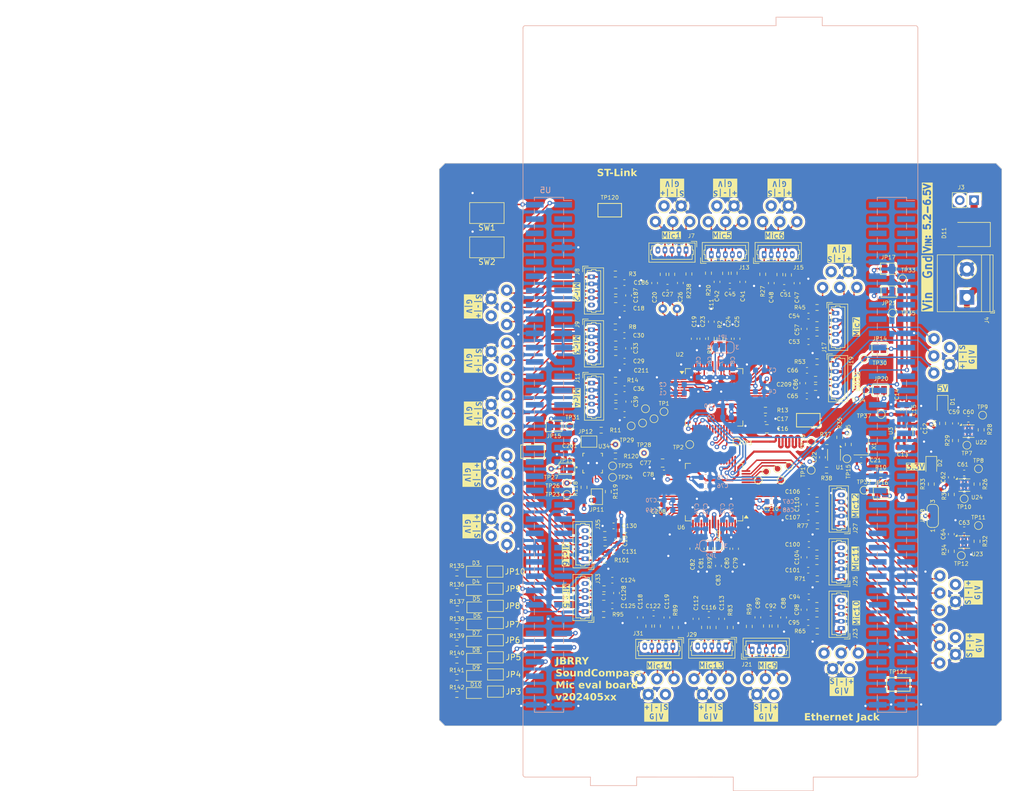
<source format=kicad_pcb>
(kicad_pcb (version 20240108) (generator "pcbnew") (generator_version "8.0")
  (layers (0 "F.Cu" signal) (1 "In1.Cu" signal) (2 "In2.Cu" signal) (31 "B.Cu" signal) (34 "B.Paste" user) (35 "F.Paste" user) (36 "B.SilkS" user "B.Silkscreen") (37 "F.SilkS" user "F.Silkscreen") (38 "B.Mask" user) (39 "F.Mask" user) (44 "Edge.Cuts" user))
  (net 0 "")
  (net 1 "Net-(JP11-B)")
  (net 2 "+5VA")
  (net 3 "+3.3V")
  (net 4 "/ADC1 AD7768/V_{OCM}")
  (net 5 "Net-(U3-FILTER)")
  (net 6 "/V_{REF}")
  (net 7 "/ADC1 AD7768/DREGCAP")
  (net 8 "/ADC1 AD7768/AIN1+")
  (net 9 "/ADC1 AD7768/REGCAPA")
  (net 10 "+3.3VA")
  (net 11 "/ADC1 AD7768/AIN0+")
  (net 12 "Net-(J7-Pin_4)")
  (net 13 "Net-(J7-Pin_1)")
  (net 14 "GND")
  (net 15 "Net-(J7-Pin_3)")
  (net 16 "Net-(J8-Pin_1)")
  (net 17 "Net-(J8-Pin_4)")
  (net 18 "Net-(JP12-B)")
  (net 19 "Net-(J8-Pin_3)")
  (net 20 "Net-(D1-A)")
  (net 21 "Net-(J9-Pin_3)")
  (net 22 "Net-(JP13-B)")
  (net 23 "Net-(J9-Pin_1)")
  (net 24 "Net-(J9-Pin_4)")
  (net 25 "Net-(J11-Pin_1)")
  (net 26 "Net-(J11-Pin_4)")
  (net 27 "/ADC1 AD7768/REGCAPB")
  (net 28 "/ADC1 AD7768/AIN0-")
  (net 29 "/ADC1 AD7768/AIN2+")
  (net 30 "/ADC1 AD7768/AIN2-")
  (net 31 "Net-(J11-Pin_3)")
  (net 32 "Net-(J13-Pin_4)")
  (net 33 "Net-(J13-Pin_1)")
  (net 34 "Net-(J13-Pin_3)")
  (net 35 "Net-(J15-Pin_1)")
  (net 36 "Net-(J15-Pin_3)")
  (net 37 "Net-(J15-Pin_4)")
  (net 38 "Net-(J17-Pin_1)")
  (net 39 "Net-(J17-Pin_4)")
  (net 40 "Net-(J17-Pin_3)")
  (net 41 "/ADC1 AD7768/AIN3+")
  (net 42 "/ADC1 AD7768/AIN3-")
  (net 43 "/ADC1 AD7768/AIN4+")
  (net 44 "/ADC1 AD7768/AIN4-")
  (net 45 "/V_{IN}")
  (net 46 "Net-(JP18-A)")
  (net 47 "/ADC1 AD7768/AIN5+")
  (net 48 "/ADC1 AD7768/AIN5-")
  (net 49 "/ADC1 AD7768/AIN6+")
  (net 50 "Net-(J19-Pin_1)")
  (net 51 "Net-(J19-Pin_3)")
  (net 52 "Net-(J19-Pin_4)")
  (net 53 "Net-(J21-Pin_4)")
  (net 54 "Net-(J21-Pin_1)")
  (net 55 "Net-(J21-Pin_3)")
  (net 56 "Net-(J23-Pin_3)")
  (net 57 "Net-(J23-Pin_4)")
  (net 58 "Net-(J23-Pin_1)")
  (net 59 "Net-(J25-Pin_1)")
  (net 60 "Net-(J25-Pin_3)")
  (net 61 "Net-(J25-Pin_4)")
  (net 62 "Net-(J27-Pin_1)")
  (net 63 "/ADC1 AD7768/AIN6-")
  (net 64 "/ADC1 AD7768/AIN7+")
  (net 65 "/ADC1 AD7768/AIN7-")
  (net 66 "/ADC2 AD7769/DREGCAP")
  (net 67 "Net-(J27-Pin_3)")
  (net 68 "Net-(J27-Pin_4)")
  (net 69 "Net-(J29-Pin_3)")
  (net 70 "Net-(J29-Pin_4)")
  (net 71 "Net-(J29-Pin_1)")
  (net 72 "Net-(J31-Pin_3)")
  (net 73 "Net-(J31-Pin_4)")
  (net 74 "Net-(J31-Pin_1)")
  (net 75 "Net-(J33-Pin_1)")
  (net 76 "Net-(J33-Pin_3)")
  (net 77 "Net-(J33-Pin_4)")
  (net 78 "Net-(J35-Pin_3)")
  (net 79 "Net-(J35-Pin_4)")
  (net 80 "Net-(J35-Pin_1)")
  (net 81 "/ADC2 AD7769/REGCAPA")
  (net 82 "/ADC2 AD7769/REGCAPB")
  (net 83 "/ADC2 AD7769/V_{OCM}")
  (net 84 "/ADC2 AD7769/AIN0+")
  (net 85 "/ADC2 AD7769/AIN0-")
  (net 86 "/ADC2 AD7769/AIN1+")
  (net 87 "/ADC2 AD7769/AIN1-")
  (net 88 "/ADC2 AD7769/AIN2+")
  (net 89 "/ADC2 AD7769/AIN2-")
  (net 90 "/ADC2 AD7769/AIN3+")
  (net 91 "/ADC2 AD7769/AIN3-")
  (net 92 "/ADC2 AD7769/AIN4+")
  (net 93 "/ADC2 AD7769/AIN4-")
  (net 94 "/ADC2 AD7769/AIN5+")
  (net 95 "/ADC2 AD7769/AIN5-")
  (net 96 "/ADC2 AD7769/AIN6+")
  (net 97 "/ADC2 AD7769/AIN6-")
  (net 98 "/ADC2 AD7769/AIN7+")
  (net 99 "/ADC2 AD7769/AIN7-")
  (net 100 "/ADC1 AD7768/AIN1-")
  (net 101 "Net-(D2-A)")
  (net 102 "Net-(D3-K)")
  (net 103 "/uController/LED8")
  (net 104 "/uController/LED7")
  (net 105 "Net-(D4-K)")
  (net 106 "Net-(D5-K)")
  (net 107 "/uController/LED6")
  (net 108 "Net-(D6-K)")
  (net 109 "/uController/LED5")
  (net 110 "Net-(D7-K)")
  (net 111 "/uController/LED4")
  (net 112 "Net-(D8-K)")
  (net 113 "/uController/LED3")
  (net 114 "/uController/LED2")
  (net 115 "Net-(D9-K)")
  (net 116 "Net-(D10-K)")
  (net 117 "/uController/LED1")
  (net 118 "/uController/V_{IN}")
  (net 119 "Net-(JP1-C)")
  (net 120 "Net-(JP2-C)")
  (net 121 "Net-(U2-VCM)")
  (net 122 "Net-(U2-CLK_SEL)")
  (net 123 "Net-(U24-EN)")
  (net 124 "Net-(U22-EN)")
  (net 125 "Net-(U22-PG)")
  (net 126 "Net-(U24-PG)")
  (net 127 "Net-(U23-EN)")
  (net 128 "Net-(U23-PG)")
  (net 129 "Net-(U1-CLKIN)")
  (net 130 "Net-(X1-OUT)")
  (net 131 "Net-(U1-1G{slash}Enable)")
  (net 132 "/MCLK_1")
  (net 133 "Net-(U1-Y0)")
  (net 134 "Net-(U1-Y1)")
  (net 135 "/MCLK_2")
  (net 136 "Net-(U6-CLK_SEL)")
  (net 137 "Net-(U6-VCM)")
  (net 138 "/uController/~{PButton1}")
  (net 139 "/uController/~{PButton2}")
  (net 140 "/DRDY")
  (net 141 "Net-(R118-Pad1)")
  (net 142 "/uController/SPI2_SCLK_buff")
  (net 143 "/uController/SPI2_MOSI1_buff")
  (net 144 "Net-(R119-Pad1)")
  (net 145 "/uController/SPI2_MOSI2_buff")
  (net 146 "Net-(R120-Pad1)")
  (net 147 "/uController/SPI1_~{CS1}_uC")
  (net 148 "/SPI1_~{CS1}")
  (net 149 "/SPI1_~{CS2}")
  (net 150 "/uController/SPI1_~{CS2}_uC")
  (net 151 "/SPI1_SCLK")
  (net 152 "/uController/SPI1_SCLK_uC")
  (net 153 "/uController/SPI1_MISO_uC")
  (net 154 "/SPI1_MISO")
  (net 155 "/ADC1 AD7768/~{START}")
  (net 156 "/uController/GPIO_~{START}_uC")
  (net 157 "/uController/LED1_uC")
  (net 158 "/uController/LED2_uC")
  (net 159 "/uController/LED3_uC")
  (net 160 "/uController/LED4_uC")
  (net 161 "/uController/LED5_uC")
  (net 162 "/uController/LED6_uC")
  (net 163 "/uController/LED7_uC")
  (net 164 "/uController/LED8_uC")
  (net 165 "/SPI1_MOSI")
  (net 166 "/uController/SPI1_MOSI_uC")
  (net 167 "Net-(U2-MODE0{slash}GPIO0)")
  (net 168 "Net-(U6-~{RESET})")
  (net 169 "Net-(U2-~{RESET})")
  (net 170 "Net-(U2-MODE1{slash}GPIO1)")
  (net 171 "Net-(U2-MODE2{slash}GPIO2)")
  (net 172 "Net-(U2-MODE3{slash}GPIO3)")
  (net 173 "Net-(U2-FILTER{slash}GPIO4)")
  (net 174 "Net-(U6-MODE0{slash}GPIO0)")
  (net 175 "Net-(U6-MODE1{slash}GPIO1)")
  (net 176 "Net-(U6-MODE2{slash}GPIO2)")
  (net 177 "Net-(U6-MODE3{slash}GPIO3)")
  (net 178 "Net-(U6-FILTER{slash}GPIO4)")
  (net 179 "/ADC1 AD7768/DCLK")
  (net 180 "/ADC1 AD7768/DOUT0")
  (net 181 "/ADC1 AD7768/DOUT1")
  (net 182 "/ADC1 AD7768/~{SYNC_IN}")
  (net 184 "/ADC1 AD7768/DOUT7")
  (net 188 "/ADC1 AD7768/DOUT6")
  (net 235 "/uController/LED_DevLD2")
  (net 290 "/ADC2 AD7769/~{DRDY}")
  (net 292 "/ADC2 AD7769/DOUT7")
  (net 293 "/ADC2 AD7769/DCLK")
  (net 294 "/ADC2 AD7769/DOUT6")
  (net 298 "/ADC2 AD7769/~{SYNC_OUT}")
  (net 299 "/ADC2 AD7769/~{START}")
  (footprint "Resistor_SMD:R_0603_1608Metric" (layer "F.Cu") (at 128.778 107.442 180)
    (property "Reference" "R11")
    (property "Value" "100k")
  )
  (footprint "Capacitor_SMD:C_0603_1608Metric" (layer "F.Cu") (at 164.845999 139.366 -90)
    (property "Reference" "C98")
    (property "Value" "10nF")
  )
  (footprint "Resistor_SMD:R_0603_1608Metric" (layer "F.Cu") (at 137.254002 142.279001 90)
    (property "Reference" "R90" (hide yes))
    (property "Value" "33R")
  )
  (footprint "Capacitor_SMD:C_0603_1608Metric" (layer "F.Cu") (at 191.77 106.237 90)
    (property "Reference" "C59")
    (property "Value" "1uF")
  )
  (footprint "Capacitor_SMD:C_0603_1608Metric" (layer "F.Cu") (at 164.617999 99.086 90)
    (property "Reference" "C86")
    (property "Value" "10nF")
  )
  (footprint "Resistor_SMD:R_0603_1608Metric" (layer "F.Cu") (at 191.033999 118.872 90)
    (property "Reference" "R31")
    (property "Value" "100k")
  )
  (footprint "TestPoint:TestPoint_THTPad_D2.0mm_Drill1.0mm" (layer "F.Cu") (at 161.036 151.638 -90)
    (property "Reference" "TP55" (hide yes))
    (property "Value" "Hole_1.5mm")
  )
  (footprint "Capacitor_SMD:C_0603_1608Metric" (layer "F.Cu") (at 146.837999 91.186 90)
    (property "Reference" "C23")
    (property "Value" "0.1uF")
  )
  (footprint "TestPoint:TestPoint_THTPad_D2.0mm_Drill1.0mm" (layer "F.Cu") (at 188.976 139.446)
    (property "Reference" "TP113" (hide yes))
    (property "Value" "Hole_1.5mm")
  )
  (footprint "Button_Switch_SMD:SW_SPST_CK_RS282G05A3" (layer "F.Cu") (at 108.458 68.834 180)
    (property "Reference" "SW1")
    (property "Value" "SW_Push")
  )
  (footprint "Capacitor_SMD:C_0603_1608Metric" (layer "F.Cu") (at 151.409999 91.186 90)
    (property "Reference" "C24")
    (property "Value" "1uF")
  )
  (footprint "TestPoint:TestPoint_THTPad_D2.0mm_Drill1.0mm" (layer "F.Cu") (at 109.22 126.238 180)
    (property "Reference" "TP66" (hide yes))
    (property "Value" "Hole_1.5mm")
  )
  (footprint "Capacitor_SMD:C_0603_1608Metric" (layer "F.Cu") (at 163.601999 81.306 -90)
    (property "Reference" "C47")
    (property "Value" "10nF")
  )
  (footprint "TestPoint:TestPoint_Pad_D1.0mm" (layer "F.Cu") (at 166.115999 114.554 90)
    (property "Reference" "TP17")
    (property "Value" "TestPoint")
  )
  (footprint "TestPoint:TestPoint_Pad_D1.0mm" (layer "F.Cu") (at 152.908 109.474)
    (property "Reference" "TP3")
    (property "Value" "TestPoint")
  )
  (footprint "Resistor_SMD:R_0603_1608Metric" (layer "F.Cu") (at 166.903999 99.848 180)
    (property "Reference" "R54" (hide yes))
    (property "Value" "33R")
  )
  (footprint "TestPoint:TestPoint_THTPad_D2.0mm_Drill1.0mm" (layer "F.Cu") (at 190.754 92.71)
    (property "Reference" "TP52" (hide yes))
    (property "Value" "Hole_1.5mm")
  )
  (footprint "Capacitor_SMD:C_0603_1608Metric" (layer "F.Cu") (at 148.361999 88.151 90)
    (property "Reference" "C11")
    (property "Value" "0.1uF")
  )
  (footprint "Capacitor_SMD:C_0603_1608Metric" (layer "F.Cu") (at 138.096002 139.98)
    (property "Reference" "C122")
    (property "Value" "10nF")
  )
  (footprint "Resistor_SMD:R_0603_1608Metric" (layer "F.Cu") (at 167.132 138.604 180)
    (property "Reference" "R66" (hide yes))
    (property "Value" "33R")
  )
  (footprint "TestPoint:TestPoint_Pad_D1.0mm" (layer "F.Cu") (at 119.888 114.3)
    (property "Reference" "TP27")
    (property "Value" "TestPoint")
  )
  (footprint "TestPoint:TestPoint_Pad_D1.0mm" (layer "F.Cu") (at 160.782 116.332 180)
    (property "Reference" "TP22" (hide yes))
    (property "Value" "TestPoint")
  )
  (footprint "Capacitor_SMD:C_0603_1608Metric" (layer "F.Cu") (at 175.005999 112.776)
    (property "Reference" "C21")
    (property "Value" "0.1uF")
  )
  (footprint "LED_SMD:LED_0805_2012Metric" (layer "F.Cu") (at 106.5045 132.588)
    (property "Reference" "D3")
    (property "Value" "LED_Small_Filled")
  )
  (footprint "Capacitor_SMD:C_0603_1608Metric" (layer "F.Cu") (at 130.76 134.112)
    (property "Reference" "C124")
    (property "Value" "10nF")
  )
  (footprint "TestPoint:TestPoint_THTPad_D2.0mm_Drill1.0mm" (layer "F.Cu") (at 159.512 154.432 -90)
    (property "Reference" "TP54" (hide yes))
    (property "Value" "Hole_1.5mm")
  )
  (footprint "TestPoint:TestPoint_THTPad_D2.0mm_Drill1.0mm" (layer "F.Cu") (at 141.732 151.664 -90)
    (property "Reference" "TP115" (hide yes))
    (property "Value" "Hole_1.5mm")
  )
  (footprint "Package_QFP:LQFP-64_10x10mm_P0.5mm" (layer "F.Cu") (at 148.856999 101.6)
    (property "Reference" "U2")
    (property "Value" "AD7768BSTZ")
  )
  (footprint "TestPoint:TestPoint_THTPad_D2.0mm_Drill1.0mm" (layer "F.Cu") (at 159.004 67.564 90)
    (property "Reference" "TP48" (hide yes))
    (property "Value" "Hole_1.5mm")
  )
  (footprint "Capacitor_SMD:C_0603_1608Metric" (layer "F.Cu") (at 158.924002 139.98 180)
    (property "Reference" "C92")
    (property "Value" "10nF")
  )
  (footprint "Capacitor_SMD:C_0603_1608Metric" (layer "F.Cu") (at 165.594999 141.652)
    (property "Reference" "C95")
    (property "Value" "10nF")
  )
  (footprint "TestPoint:TestPoint_THTPad_D2.0mm_Drill1.0mm" (layer "F.Cu") (at 144.526 70.358 90)
    (property "Reference" "TP103" (hide yes))
    (property "Value" "Hole_1.5mm")
  )
  (footprint "Resistor_SMD:R_0603_1608Metric" (layer "F.Cu") (at 167.220998 124.459999)
    (property "Reference" "R77")
    (property "Value" "0R")
  )
  (footprint "Resistor_SMD:R_0603_1608Metric" (layer "F.Cu") (at 131.364947 84.248001)
    (property "Reference" "R5" (hide yes))
    (property "Value" "33R")
  )
  (footprint "Resistor_SMD:R_0603_1608Metric" (layer "F.Cu") (at 191.033999 128.969 90)
    (property "Reference" "R34")
    (property "Value" "100k")
  )
  (footprint "TestPoint:TestPoint_THTPad_D2.0mm_Drill1.0mm" (layer "F.Cu") (at 190.754 95.758)
    (property "Reference" "TP93" (hide yes))
    (property "Value" "Hole_1.5mm")
  )
  (footprint "TestPoint:TestPoint_THTPad_D2.0mm_Drill1.0mm" (layer "F.Cu") (at 169.672 79.248 90)
    (property "Reference" "TP50" (hide yes))
    (property "Value" "Hole_1.5mm")
  )
  (footprint "TestPoint:TestPoint_THTPad_D1.5mm_Drill0.7mm" (layer "F.Cu") (at 142.265999 85.852 -90)
    (property "Reference" "TP36" (hide yes))
    (property "Value" "Hole_1.5mm")
  )
  (footprint "Resistor_SMD:R_0603_1608Metric" (layer "F.Cu") (at 167.157999 119.888 180)
    (property "Reference" "R78" (hide yes))
    (property "Value" "33R")
  )
  (footprint "Resistor_SMD:R_0603_1608Metric" (layer "F.Cu") (at 148.107999 128.524 90)
    (property "Reference" "R39")
    (property "Value" "0R")
  )
  (footprint "Resistor_SMD:R_0603_1608Metric" (layer "F.Cu") (at 168.846999 114.554 180)
    (property "Reference" "R38")
    (property "Value" "0R")
  )
  (footprint "Connector_PinHeader_2.54mm:PinHeader_1x02_P2.54mm_Vertical" (layer "F.Cu") (at 195.077 66.548 -90)
    (property "Reference" "J3")
    (property "Value" "Conn_01x03")
  )
  (footprint "TestPoint:TestPoint_Pad_D1.0mm" (layer "F.Cu") (at 178.562 104.648 90)
    (property "Reference" "TP37")
    (property "Value" "TestPoint")
  )
  (footprint "Resistor_SMD:R_0603_1608Metric" (layer "F.Cu") (at 131.301947 79.676001 180)
    (property "Reference" "R3")
    (property "Value" "0R")
  )
  (footprint "Capacitor_SMD:C_0603_1608Metric" (layer "F.Cu") (at 156.638002 140.729 -90)
    (property "Reference" "C89")
    (property "Value" "10nF")
  )
  (footprint "TestPoint:TestPoint_THTPad_D2.0mm_Drill1.0mm" (layer "F.Cu") (at 148.336 151.638 -90)
    (property "Reference" "TP82" (hide yes))
    (property "Value" "Hole_1.5mm")
  )
  (footprint "TestPoint:TestPoint_THTPad_D2.0mm_Drill1.0mm" (layer "F.Cu") (at 191.77 137.922)
    (property "Reference" "TP97" (hide yes))
    (property "Value" "Hole_1.5mm")
  )
  (footprint "Resistor_SMD:R_0603_1608Metric" (layer "F.Cu") (at 167.194999 143.175999)
    (property "Reference" "R65")
    (property "Value" "0R")
  )
  (footprint "TestPoint:TestPoint_THTPad_D2.0mm_Drill1.0mm" (layer "F.Cu") (at 168.402 147.066 -90)
    (property "Reference" "TP111" (hide yes))
    (property "Value" "Hole_1.5mm")
  )
  (footprint "TestPoint:TestPoint_THTPad_D2.0mm_Drill1.0mm" (layer "F.Cu") (at 156.464 154.432 -90)
    (property "Reference" "TP94" (hide yes))
    (property "Value" "Hole_1.5mm")
  )
  (footprint "Resistor_SMD:R_0603_1608Metric" (layer "F.Cu") (at 166.903999 98.388 180)
    (property "Reference" "R57" (hide yes))
    (property "Value" "33R")
  )
  (footprint "Capacitor_SMD:C_0603_1608Metric" (layer "F.Cu") (at 149.377999 81.065 90)
    (property "Reference" "C42")
    (property "Value" "10nF")
  )
  (footprint "Resistor_SMD:R_0603_1608Metric" (layer "F.Cu") (at 144.377999 79.667 90)
    (property "Reference" "R238")
    (property "Value" "0R")
  )
  (footprint "Resistor_SMD:R_0603_1608Metric" (layer "F.Cu") (at 103.124 148.336 180)
    (property "Reference" "R140")
    (property "Value" "470R")
  )
  (footprint "Jumper:SolderJumper-2_P1.3mm_Bridged_Pad1.0x1.5mm" (layer "F.Cu") (at 120.396 106.68 180)
    (property "Reference" "JP15")
    (property "Value" "SolderJumper_2_Bridged")
  )
  (footprint "Capacitor_SMD:C_0603_1608Metric" (layer "F.Cu") (at 158.242 99.314)
    (property "Reference" "C209")
    (property "Value" "0.1uF")
  )
  (footprint "Diode_SMD:D_SMB" (layer "F.Cu") (at 194.31 72.644 180)
    (property "Reference" "D11")
    (property "Value" "SMBJ5340BE3/TR13")
  )
  (footprint "TestPoint:TestPoint_Pad_D1.0mm" (layer "F.Cu") (at 162.179 113.792 180)
    (property "Reference" "TP21" (hide yes))
    (property "Value" "TestPoint")
  )
  (footprint "Jumper:SolderJumper-2_P1.3mm_Bridged_Pad1.0x1.5mm" (layer "F.Cu") (at 109.982 138.684 180)
    (property "Reference" "JP8")
    (property "Value" "SolderJumper_2_Bridged")
  )
  (footprint "Capacitor_SMD:C_0603_1608Metric" (layer "F.Cu") (at 193.319999 115.062 180)
    (property "Reference" "C61")
    (property "Value" "1uF")
  )
  (footprint "TestPoint:TestPoint_Pad_D1.0mm" (layer "F.Cu") (at 175.514 94.742)
    (property "Reference" "TP30")
    (property "Value" "TestPoint")
  )
  (footprint "TestPoint:TestPoint_THTPad_D2.0mm_Drill1.0mm" (layer "F.Cu") (at 112.001 121.666 180)
    (property "Reference" "TP67" (hide yes))
    (property "Value" "Hole_1.5mm")
  )
  (footprint "TestPoint:TestPoint_Pad_D1.0mm" (layer "F.Cu") (at 122.682 118.872)
    (property "Reference" "TP23")
    (property "Value" "TestPoint")
  )
  (footprint "Resistor_SMD:R_0603_1608Metric" (layer "F.Cu") (at 167.131999 140.128 180)
    (property "Reference" "R69" (hide yes))
    (property "Value" "33R")
  )
  (footprint "Resistor_SMD:R_0603_1608Metric" (layer "F.Cu") (at 158.162002 142.266 90)
    (property "Reference" "R63" (hide yes))
    (property "Value" "33R")
  )
  (footprint "Capacitor_SMD:C_0603_1608Metric" (layer "F.Cu") (at 161.210002 140.742 90)
    (property "Reference" "C88")
    (property "Value" "10nF")
  )
  (footprint "Resistor_SMD:R_0603_1608Metric" (layer "F.Cu") (at 157.505999 79.719 90)
    (property "Reference" "R27")
    (property "Value" "0R")
  )
  (footprint "TestPoint:TestPoint_THTPad_D2.0mm_Drill1.0mm" (layer "F.Cu") (at 109.22 87.122 180)
    (property "Reference" "TP46" (hide yes))
    (property "Value" "Hole_1.5mm")
  )
  (footprint "Capacitor_SMD:C_0603_1608Metric" (layer "F.Cu") (at 138.938 120.65 180)
    (property "Reference" "C208")
    (property "Value" "0.1uF")
  )
  (footprint "Resistor_SMD:R_0603_1608Metric" (layer "F.Cu") (at 147.160002 142.507 90)
    (property "Reference" "R84" (hide yes))
    (property "Value" "33R")
  )
  (footprint "Resistor_SMD:R_0603_1608Metric" (layer "F.Cu") (at 103.124 132.842 180)
    (property "Reference" "R135")
    (property "Value" "470R")
  )
  (footprint "Package_SON:WSON-8-1EP_2x2mm_P0.5mm_EP0.9x1.6mm" (layer "F.Cu") (at 170.175999 111.825999 -90)
    (property "Reference" "U1")
    (property "Value" "LMK1C1102")
  )
  (footprint "Resistor_SMD:R_0603_1608Metric" (layer "F.Cu") (at 129.477 127.508)
    (property "Reference" "R105" (hide yes))
    (property "Value" "33R")
  )
  (footprint "Capacitor_SMD:C_0603_1608Metric" (layer "F.Cu") (at 165.709999 118.364 180)
    (property "Reference" "C106")
    (property "Value" "10nF")
  )
  (footprint "TestPoint:TestPoint_Pad_D1.0mm" (layer "F.Cu") (at 175.768 100.33)
    (property "Reference" "TP34")
    (property "Value" "TestPoint")
  )
  (footprint "Jumper:SolderJumper-2_P1.3mm_Bridged_Pad1.0x1.5mm" (layer "F.Cu") (at 109.948499 135.636 180)
    (property "Reference" "JP9")
    (property "Value" "SolderJumper_2_Bridged")
  )
  (footprint "TestPoint:TestPoint_THTPad_D2.0mm_Drill1.0mm" (layer "F.Cu") (at 187.921 94.234)
    (property "Reference" "TP77" (hide yes))
    (property "Value" "Hole_1.5mm")
  )
  (footprint "mic-test-board:Molex_PicoBlade_53047-0510_1x05_P1.25mm_Vertical" (layer "F.Cu") (at 171.449999 133.35 90)
    (property "Reference" "J25")
    (property "Value" "Conn_01x04")
  )
  (footprint "TestPoint:TestPoint_THTPad_D2.0mm_Drill1.0mm" (layer "F.Cu") (at 187.96 91.186)
    (property "Reference" "TP109" (hide yes))
    (property "Value" "Hole_1.5mm")
  )
  (footprint "mic-test-board:Molex_PicoBlade_53047-0510_1x05_P1.25mm_Vertical" (layer "F.Cu") (at 150.950001 145.822 180)
    (property "Reference" "J29")
    (property "Value" "Conn_01x04")
  )
  (footprint "TestPoint:TestPoint_THTPad_D2.0mm_Drill1.0mm" (layer "F.Cu") (at 153.924 70.384 90)
    (property "Reference" "TP45" (hide yes))
    (property "Value" "Hole_1.5mm")
  )
  (footprint "Capacitor_SMD:C_0603_1608Metric" (layer "F.Cu") (at 145.313999 91.186 90)
    (property "Reference" "C19")
    (property "Value" "1uF")
  )
  (footprint "TestPoint:TestPoint_THTPad_D2.0mm_Drill1.0mm" (layer "F.Cu") (at 168.148 82.081 90)
    (property "Reference" "TP108" (hide yes))
    (property "Value" "Hole_1.5mm")
  )
  (footprint "LED_SMD:LED_0805_2012Metric" (layer "F.Cu") (at 106.533 151.13)
    (property "Reference" "D9")
    (property "Value" "LED_Small_Filled")
  )
  (footprint "TestPoint:TestPoint_THTPad_D2.0mm_Drill1.0mm" (layer "F.Cu") (at 147.828 70.384 90)
    (property "Reference" "TP105" (hide yes))
    (property "Value" "Hole_1.5mm")
  )
  (footprint "Resistor_SMD:R_0603_1608Metric" (layer "F.Cu") (at 195.605999 127.191 -90)
    (property "Reference" "R32")
    (property "Value" "0R")
  )
  (footprint "LED_SMD:LED_0805_2012Metric" (layer "F.Cu") (at 106.533 141.986)
    (property "Reference" "D6")
    (property "Value" "LED_Small_Filled")
  )
  (footprint "TestPoint:TestPoint_THTPad_D2.0mm_Drill1.0mm" (layer "F.Cu") (at 111.988001 91.948 180)
    (property "Reference" "TP102" (hide yes))
    (property "Value" "Hole_1.5mm")
  )
  (footprint "TestPoint:TestPoint_THTPad_D2.0mm_Drill1.0mm" (layer "F.Cu") (at 188.976 148.844)
    (property "Reference" "TP112" (hide yes))
    (property "Value" "Hole_1.5mm")
  )
  (footprint "Resistor_SMD:R_0603_1608Metric" (layer "F.Cu") (at 129.236 137.16)
    (property "Reference" "R99" (hide yes))
    (property "Value" "33R")
  )
  (footprint "Capacitor_SMD:C_0603_1608Metric" (layer "F.Cu") (at 133.650947 92.884001 90)
    (property "Reference" "C33")
    (property "Value" "10nF")
  )
  (footprint "TestPoint:TestPoint_Pad_D1.0mm" (layer "F.Cu") (at 166.115999 109.474 90)
    (property "Reference" "TP16")
    (property "Value" "TestPoint")
  )
  (footprint "Resistor_SMD:R_0603_1608Metric" (layer "F.Cu") (at 167.132 129.286 180)
    (property "Reference" "R72" (hide yes))
    (property "Value" "33R")
  )
  (footprint "Capacitor_SMD:C_0603_1608Metric" (layer "F.Cu") (at 140.462 140.742001 -90)
    (property "Reference" "C119")
    (property "Value" "10nF")
  )
  (footprint "TestPoint:TestPoint_THTPad_D2.0mm_Drill1.0mm" (layer "F.Cu") (at 140.208 154.432 -90)
    (property "Reference" "TP64" (hide yes))
    (property "Value" "Hole_1.5mm")
  )
  (footprint "Jumper:SolderJumper-2_P1.3mm_Bridged_Pad1.0x1.5mm" (layer "F.Cu") (at 109.982 150.876 180)
    (property "Reference" "JP4")
    (property "Value" "SolderJumper_2_Bridged")
  )
  (footprint "TestPoint:TestPoint_THTPad_D2.0mm_Drill1.0mm" (layer "F.Cu") (at 191.77 147.32)
    (property "Reference" "TP96" (hide yes))
    (property "Value" "Hole_1.5mm")
  )
  (footprint "Resistor_SMD:R_0603_1608Metric" (layer "F.Cu") (at 171.196 108.712 90)
    (property "Reference" "R36")
    (property "Value" "100k")
  )
  (footprint "TestPoint:TestPoint_THTPad_D2.0mm_Drill1.0mm" (layer "F.Cu") (at 138.684 151.638 -90)
    (property "Reference" "TP83" (hide yes))
    (property "Value" "Hole_1.5mm")
  )
  (footprint "Jumper:SolderJumper-2_P1.3mm_Bridged_Pad1.0x1.5mm" (layer "F.Cu") (at 109.982 141.732 180)
    (property "Reference" "JP7")
    (property "Value" "SolderJumper_2_Bridged")
  )
  (footprint "Resistor_SMD:R_0603_1608Metric" (layer "F.Cu") (at 195.605999 117.031 -90)
    (property "Reference" "R26")
    (property "Value" "0R")
  )
  (footprint "TestPoint:TestPoint_THTPad_D2.0mm_Drill1.0mm" (layer "F.Cu") (at 189.001999 136.398)
    (property "Reference" "TP81" (hide yes))
    (property "Value" "Hole_1.5mm")
  )
  (footprint "mic-test-board:ST_Morpho_Connector_144_STLink_SMD_Headers_BottomMount" (layer "F.Cu") (at 118.228946 67.362999)
    (property "Reference" "U5")
    (property "Value" "NUCLEO144-H743ZI")
  )
  (footprint "TestPoint:TestPoint_THTPad_D2.0mm_Drill1.0mm" (layer "F.Cu") (at 111.988001 85.598 180)
    (property "Reference" "TP74" (hide yes))
    (property "Value" "Hole_1.5mm")
  )
  (footprint "mic-test-board:Molex_PicoBlade_53047-0510_1x05_P1.25mm_Vertical" (layer "F.Cu") (at 170.459999 95.784 -90)
    (property "Reference" "J19")
    (property "Value" "Conn_01x04")
  )
  (footprint "Capacitor_SMD:C_0603_1608Metric" (layer "F.Cu") (at 161.315999 82.055 180)
    (property "Reference" "C51")
    (property "Value" "10nF")
  )
  (footprint "Capacitor_SMD:C_0603_1608Metric" (layer "F.Cu") (at 152.679999 128.523999 -90)
    (property "Reference" "C79")
    (property "Value" "1uF")
  )
  (footprint "TestPoint:TestPoint_THTPad_D2.0mm_Drill1.0mm" (layer "F.Cu") (at 109.22 105.918 180)
    (property "Reference" "TP42" (hide yes))
    (property "Value" "Hole_1.5mm")
  )
  (footprint "TestPoint:TestPoint_Pad_D1.0mm" (layer "F.Cu") (at 158.115 114.808 180)
    (property "Reference" "TP19" (hide yes))
    (property "Value" "TestPoint")
  )
  (footprint "TestPoint:TestPoint_Pad_D1.0mm" (layer "F.Cu") (at 156.718 116.332 180)
    (property "Reference" "TP18" (hide yes))
    (property "Value" "TestPoint")
  )
  (footprint "Resistor_SMD:R_0603_1608Metric" (layer "F.Cu") (at 167.131999 130.81 180)
    (property "Reference" "R75" (hide yes))
    (property "Value" "33R")
  )
  (footprint "Resistor_SMD:R_0603_1608Metric" (layer "F.Cu") (at 131.364947 93.646001)
    (property "Reference" "R9" (hide yes))
    (property "Value" "33R")
  )
  (footprint "Resistor_SMD:R_0603_1608Metric" (layer "F.Cu") (at 139.805999 79.73 -90)
    (property "Reference" "R7" (hide yes))
    (property "Value" "33R")
  )
  (footprint "Capacitor_SMD:C_0603_1608Metric" (layer "F.Cu") (at 159.029999 81.293 90)
    (property "Reference" "C48")
    (property "Value" "10nF")
  )
  (footprint "TestPoint:TestPoint_THTPad_D2.0mm_Drill1.0mm" (layer "F.Cu") (at 163.576 70.384 90)
    (property "Reference" "TP49" (hide yes))
    (property "Value" "Hole_1.5mm")
  )
  (footprint "mic-test-board:Molex_PicoBlade_53047-0510_1x05_P1.25mm_Vertical" (layer "F.Cu") (at 127.046947 89.582001 -90)
    (property "Reference" "J9")
    (property "Value" "Conn_01x04")
  )
  (footprint "mic-test-board:Molex_PicoBlade_53047-0510_1x05_P1.25mm_Vertical" (layer "F.Cu") (at 155.622002 146.584)
    (property "Reference" "J21")
    (property "Value" "Conn_01x04")
  )
  (footprint "TerminalBlock_Phoenix:TerminalBlock_Phoenix_MKDS-1,5-2_1x02_P5.00mm_Horizontal" (layer "F.Cu") (at 193.802 83.82 90)
    (property "Reference" "J4")
    (property "Value" "Conn_01x03")
  )
  (footprint "MountingHole:MountingHole_3.2mm_M3" (layer "F.Cu") (at 79.108 60.96)
    (property "Reference" "H2" (hide yes))
    (property "Value" "MountingHole")
  )
  (footprint "TestPoint:TestPoint_Pad_D1.0mm" (layer "F.Cu") (at 144.526 109.982 180)
    (property "Reference" "TP2")
    (property "Value" "TestPoint")
  )
  (footprint "TestPoint:TestPoint_THTPad_D2.0mm_Drill1.0mm" (layer "F.Cu") (at 112.014 101.346 180)
    (property "Reference" "TP104" (hide yes))
    (property "Value" "Hole_1.5mm")
  )
  (footprint "Capacitor_SMD:C_0805_2012Metric" (layer "F.Cu") (at 158.242 107.188)
    (property "Reference" "C16")
    (property "Value" "10uF")
  )
  (footprint "Capacitor_SMD:C_0603_1608Metric" (layer "F.Cu") (at 164.871998 120.65 -90)
    (property "Reference" "C110")
    (property "Value" "10nF")
  )
  (footprint "TestPoint:TestPoint_THTPad_D2.0mm_Drill1.0mm" (layer "F.Cu") (at 109.22 84.074 180)
    (property "Reference" "TP90" (hide yes))
    (property "Value" "Hole_1.5mm")
  )
  (footprint "Capacitor_SMD:C_0603_1608Metric" (layer "F.Cu") (at 131.001 129.032 180)
    (property "Reference" "C131")
    (property "Value" "10nF")
  )
  (footprint "TestPoint:TestPoint_THTPad_D2.0mm_Drill1.0mm" (layer "F.Cu") (at 111.988001 98.044 180)
    (property "Reference" "TP39" (hide yes))
    (property "Value" "Hole_1.5mm")
  )
  (footprint "Capacitor_SMD:C_0603_1608Metric" (layer "F.Cu") (at 165.366999 96.8)
    (property "Reference" "C66")
    (property "Value" "10nF")
  )
  (footprint "MountingHole:MountingHole_3.2mm_M3" (layer "F.Cu") (at 27.038 60.706)
    (property "Reference" "H1" (hide yes))
    (property "Value" "MountingHole")
  )
  (footprint "TestPoint:TestPoint_THTPad_D2.0mm_Drill1.0mm" (layer "F.Cu") (at 138.43 70.358 90)
    (property "Reference" "TP41" (hide yes))
    (property "Value" "Hole_1.5mm")
  )
  (footprint "Capacitor_SMD:C_0603_1608Metric" (layer "F.Cu") (at 153.949999 81.078 -90)
    (property "Reference" "C41")
    (property "Value" "10nF")
  )
  (footprint "Jumper:SolderJumper-2_P1.3mm_Bridged_Pad1.0x1.5mm" (layer "F.Cu") (at 109.982 144.78 180)
    (property "Reference" "JP6")
    (property "Value" "SolderJumper_2_Bridged")
  )
  (footprint "Oscillator:Oscillator_SMD_SeikoEpson_SG210-4Pin_2.5x2.0mm" (layer "F.Cu") (at 175.006 110.236 90)
    (property "Reference" "X1")
    (property "Value" "KC3225Z32.7680C1KX00")
  )
  (footprint "Package_SON:WSON-6-1EP_2x2mm_P0.65mm_EP1x1.6mm_ThermalVias" (layer "F.Cu") (at 193.319999 127.333)
    (property "Reference" "U23")
    (property "Value" "LP5912-3.3DRV")
  )
  (footprint "Capacitor_SMD:C_0603_1608Metric" (layer "F.Cu") (at 165.633999 87.148)
    (property "Reference" "C54")
    (property "Value" "10nF")
  )
  (footprint "Resistor_SMD:R_0603_1608Metric" (layer "F.Cu") (at 167.194999 133.857999)
    (property "Reference" "R71")
    (property "Value" "0R")
  )
  (footprint "TestPoint:TestPoint_THTPad_D2.0mm_Drill1.0mm" (layer "F.Cu") (at 149.86 154.432 -90)
    (property "Reference" "TP62" (hide yes))
    (property "Value" "Hole_1.5mm")
  )
  (footprint "Capacitor_SMD:C_0603_1608Metric" (layer "F.Cu") (at 164.858999 89.434 90)
    (property "Reference" "C57")
    (property "Value" "10nF")
  )
  (footprint "TestPoint:TestPoint_THTPad_D2.0mm_Drill1.0mm" (layer "F.Cu") (at 135.636 151.638 -90)
    (property "Reference" "TP65" (hide yes))
    (property "Value" "Hole_1.5mm")
  )
  (footprint "Resistor_SMD:R_0603_1608Metric" (layer "F.Cu") (at 189.484 106.235 90)
    (property "Reference" "R4")
    (property "Value" "470R")
  )
  (footprint "TestPoint:TestPoint_THTPad_D2.0mm_Drill1.0mm" (layer "F.Cu") (at 111.988001 82.55 180)
    (property "Reference" "TP106" (hide yes))
    (property "Value" "Hole_1.5mm")
  )
  (footprint "TestPoint:TestPoint_Pad_D1.0mm" (layer "F.Cu") (at 136.652 103.632)
    (property "Reference" "TP14" (hide yes))
    (property "Value" "TestPoint")
  )
  (footprint "TestPoint:TestPoint_THTPad_D2.0mm_Drill1.0mm" (layer "F.Cu") (at 191.77 144.272)
    (property "Reference" "TP58" (hide yes))
    (property "Value" "Hole_1.5mm")
  )
  (footprint "Capacitor_SMD:C_0603_1608Metric" (layer "F.Cu") (at 132.927946 100.076 180)
    (property "Reference" "C36")
    (property "Value" "10nF")
  )
  (footprint "Capacitor_SMD:C_0603_1608Metric" (layer "F.Cu") (at 182.325007 110.457509)
    (property "Reference" "C13")
    (property "Value" "0.1uF")
  )
  (footprint "mic-test-board:Molex_PicoBlade_53047-0510_1x05_P1.25mm_Vertical" (layer "F.Cu") (at 157.759999 76.226)
    (property "Reference" "J15")
    (property "Value" "Conn_01x04")
  )
  (footprint "TestPoint:TestPoint_THTPad_D2.0mm_Drill1.0mm" (layer "F.Cu") (at 112.014 118.11 180)
    (property "Reference" "TP117" (hide yes))
    (property "Value" "Hole_1.5mm")
  )
  (footprint "TestPoint:TestPoint_THTPad_D2.0mm_Drill1.0mm" (layer "F.Cu") (at 139.954 67.564 90)
    (property "Reference" "TP40" (hide yes))
    (property "Value" "Hole_1.5mm")
  )
  (footprint "Resistor_SMD:R_0603_1608Metric" (layer "F.Cu") (at 103.124 142.24 180)
    (property "Reference" "R138")
    (property "Value" "470R")
  )
  (footprint "TestPoint:TestPoint_Pad_D1.0mm" (layer "F.Cu") (at 136.398 111.506)
    (property "Reference" "TP28")
    (property "Value" "TestPoint")
  )
  (footprint "Resistor_SMD:R_0603_1608Metric" (layer "F.Cu") (at 131.390946 101.6)
    (property "Reference" "R18" (hide yes))
    (property "Value" "33R")
  )
  (footprint "Capacitor_SMD:C_0603_1608Metric" (layer "F.Cu") (at 191.033999 125.921 90)
    (property "Reference" "C64")
    (property "Value" "1uF")
  )
  (footprint "Capacitor_SMD:C_0603_1608Metric" (layer "F.Cu") (at 165.620998 122.936)
    (property "Reference" "C107")
    (property "Value" "10nF")
  )
  (footprint "Button_Switch_SMD:SW_SPST_CK_RS282G05A3" (layer "F.Cu") (at 108.458 74.93 180)
    (property "Reference" "SW2")
    (property "Value" "SW_Push")
  )
  (footprint "TestPoint:TestPoint_Pad_D1.0mm" (layer "F.Cu") (at 195.859999 124.397)
    (property "Reference" "TP11")
    (property "Value" "TestPoint")
  )
  (footprint "TestPoint:TestPoint_THTPad_D2.0mm_Drill1.0mm" (layer "F.Cu") (at 112.014 124.714 180)
    (property "Reference" "TP84" (hide yes))
    (property "Value" "Hole_1.5mm")
  )
  (footprint "Resistor_SMD:R_0603_1608Metric" (layer "F.Cu") (at 131.364947 92.122001)
    (property "Reference" "R12" (hide yes))
    (property "Value" "33R")
  )
  (footprint "Capacitor_SMD:C_0603_1608Metric" (layer "F.Cu") (at 151.155999 128.524 -90)
    (property "Reference" "C80")
    (property "Value" "0.1uF")
  )
  (footprint "Capacitor_SMD:C_0603_1608Metric" (layer "F.Cu") (at 133.650947 83.486001 90)
    (property "Reference" "C187")
    (property "Value" "10nF")
  )
  (footprint "Resistor_SMD:R_0603_1608Metric" (layer "F.Cu") (at 103.187 139.192 180)
    (property "Reference" "R137")
    (property "Value" "470R")
  )
  (footprint "Capacitor_SMD:C_0603_1608Metric" (layer "F.Cu") (at 131.763 126.806 -90)
    (property "Reference" "C134")
    (property "Value" "10nF")
  )
  (footprint "Resistor_SMD:R_0603_1608Metric" (layer "F.Cu") (at 162.077999 79.832 -90)
    (property "Reference" "R30" (hide yes))
    (property "Value" "33R")
  )
  (footprint "Resistor_SMD:R_0603_1608Metric" (layer "F.Cu") (at 103.124 151.384 180)
    (property "Reference" "R141")
    (property "Value" "470R")
  )
  (footprint "TestPoint:TestPoint_THTPad_D2.0mm_Drill1.0mm" (layer "F.Cu") (at 172.974 149.86 -90)
    (property "Reference" "TP56" (hide yes))
    (property "Value" "Hole_1.5mm")
  )
  (footprint "Resistor_SMD:R_0603_1608Metric" (layer "F.Cu") (at 168.909999 109.474 180)
    (property "Reference" "R37")
    (property "Value" "0R")
  )
  (footprint "TestPoint:TestPoint_Keystone_5019_Minature" (layer "F.Cu") (at 181.61 152.654)
    (property "Reference" "TP121")
    (property "Value" "Hole_1.5mm")
  )
  (footprint "Capacitor_SMD:C_0603_1608Metric" (layer "F.Cu") (at 130.76 138.684 180)
    (property "Reference" "C125")
    (property "Value" "10nF")
  )
  (footprint "Jumper:SolderJumper-2_P1.3mm_Bridged_Pad1.0x1.5mm" (layer "F.Cu") (at 128.016 119.267999 90)
    (property "Reference" "JP11")
    (property "Value" "SolderJumper_2_Bridged")
  )
  (footprint "Resistor_SMD:R_0603_1608Metric" (layer "F.Cu") (at 103.124 136.144 180)
    (property "Reference" "R136")
    (property "Value" "470R")
  )
  (footprint "Capacitor_SMD:C_0603_1608Metric" (layer "F.Cu") (at 130.988 124.46)
    (property "Reference" "C130")
    (property "Value" "10nF")
  )
  (footprint "TestPoint:TestPoint_THTPad_D2.0mm_Drill1.0mm" (layer "F.Cu") (at 189.001999 133.35)
    (property "Reference" "TP61" (hide yes))
    (property "Value" "Hole_1.5mm")
  )
  (footprint "Capacitor_SMD:C_0603_1608Metric" (layer "F.Cu") (at 164.845999 130.048 -90)
    (property "Reference" "C104")
    (property "Value" "10nF")
  )
  (footprint "Resistor_SMD:R_0603_1608Metric" (layer "F.Cu") (at 131.364947 82.724001)
    (property "Reference" "R6" (hide yes))
    (property "Value" "33R")
  )
  (footprint "Resistor_SMD:R_0603_1608Metric" (layer "F.Cu") (at 167.145 88.672 180)
    (property "Reference" "R49" (hide yes))
    (property "Value" "33R")
  )
  (footprint "mic-test-board:Molex_PicoBlade_53047-0510_1x05_P1.25mm_Vertical" (layer "F.Cu") (at 171.449999 142.668 90)
    (property "Reference" "J23")
    (property "Value" "Conn_01x04")
  )
  (footprint "TestPoint:TestPoint_Pad_D1.0mm" (layer "F.Cu") (at 192.811999 129.731 180)
    (property "Reference" "TP12")
    (property "Value" "TestPoint")
  )
  (footprint "Capacitor_SMD:C_0603_1608Metric" (layer "F.Cu") (at 138.281999 81.28 -90)
    (property "Reference" "C20")
    (property "Value" "10nF")
  )
  (footprint "TestPoint:TestPoint_THTPad_D2.0mm_Drill1.0mm" (layer "F.Cu") (at 154.94 151.638 -90)
    (property "Reference" "TP110" (hide yes))
    (property "Value" "Hole_1.5mm")
  )
  (footprint "TestPoint:TestPoint_THTPad_D2.0mm_Drill1.0mm" (layer "F.Cu") (at 187.921 97.282)
    (property "Reference" "TP53" (hide yes))
    (property "Value" "Hole_1.5mm")
  )
  (footprint "TestPoint:TestPoint_Pad_D1.0mm" (layer "F.Cu") (at 131.318 109.982)
    (property "Reference" "TP29")
    (property "Value" "TestPoint")
  )
  (footprint "TestPoint:TestPoint_THTPad_D2.0mm_Drill1.0mm" (layer "F.Cu") (at 152.4 67.564 90)
    (property "Reference" "TP89" (hide yes))
    (property "Value" "Hole_1.5mm")
  )
  (footprint "TestPoint:TestPoint_Pad_D1.0mm" (layer "F.Cu") (at 175.514 118.11)
    (property "Reference" "TP32")
    (property "Value" "TestPoint")
  )
  (footprint "LED_SMD:LED_0805_2012Metric" (layer "F.Cu") (at 106.533 145.034)
    (property "Reference" "D7")
    (property "Value" "LED_Small_Filled")
  )
  (footprint "Jumper:SolderJumper-2_P1.3mm_Bridged_Pad1.0x1.5mm" (layer "F.Cu") (at 178.420001 100.33)
    (property "Reference" "JP20")
    (property "Value" "SolderJumper_2_Bridged")
  )
  (footprint "Capacitor_SMD:C_0805_2012Metric" (layer "F.Cu") (at 139.7 113.284 180)
    (property "Reference" "C77")
    (property "Value" "10uF")
  )
  (footprint "TestPoint:TestPoint_Pad_D1.0mm" (layer "F.Cu") (at 138.176 105.41)
    (property "Reference" "TP5" (hide yes))
    (property "Value" "TestPoint")
  )
  (footprint "TestPoint:TestPoint_Keystone_5019_Minature" (layer "F.Cu") (at 130.302 68.326)
    (property "Reference" "TP120")
    (property "Value" "Hole_1.5mm")
  )
  (footprint "TestPoint:TestPoint_THTPad_D2.0mm_Drill1.0mm" (layer "F.Cu") (at 174.498 147.066 -90)
    (property "Reference" "TP57" (hide yes))
    (property "Value" "Hole_1.5mm")
  )
  (footprint "TestPoint:TestPoint_THTPad_D2.0mm_Drill1.0mm" (layer "F.Cu") (at 171.450001 147.066 -90)
    (property "Reference" "TP79" (hide yes))
    (property "Value" "Hole_1.5mm")
  )
  (footprint "Resistor_SMD:R_0603_1608Metric" (layer "F.Cu") (at 131.390946 103.124)
    (property "Reference" "R15" (hide yes))
    (property "Value" "33R")
  )
  (footprint "TestPoint:TestPoint_THTPad_D2.0mm_Drill1.0mm" (layer "F.Cu") (at 109.22 123.19 180)
    (property "Reference" "TP100" (hide yes))
    (property "Value" "Hole_1.5mm")
  )
  (footprint "TestPoint:TestPoint_THTPad_D2.0mm_Drill1.0mm" (layer "F.Cu") (at 109.22 102.87 180)
    (property "Reference" "TP88" (hide yes))
    (property "Value" "Hole_1.5mm")
  )
  (footprint "mic-test-board:Molex_PicoBlade_53047-0510_1x05_P1.25mm_Vertical" (layer "F.Cu") (at 125.921 139.7 90)
    (property "Reference" "J33")
    (property "Value" "Conn_01x04")
  )
  (footprint "TestPoint:TestPoint_THTPad_D2.0mm_Drill1.0mm" (layer "F.Cu") (at 172.72 79.248 90)
    (property "Reference" "TP92" (hide yes))
    (property "Value" "Hole_1.5mm")
  )
  (footprint "TestPoint:TestPoint_Keystone_5019_Minature" (layer "F.Cu") (at 165.608 105.664)
    (property "Reference" "TP119" (hide yes))
    (property "Value" "Hole_1.5mm")
  )
  (footprint "TestPoint:TestPoint_THTPad_D2.0mm_Drill1.0mm" (layer "F.Cu") (at 112.014 104.394 180)
    (property "Reference" "TP72" (hide yes))
    (property "Value" "Hole_1.5mm")
  )
  (footprint "LED_SMD:LED_0805_2012Metric" (layer "F.Cu") (at 106.5805 138.938)
    (property "Reference" "D5")
    (property "Value" "LED_Small_Filled")
  )
  (footprint "TestPoint:TestPoint_THTPad_D2.0mm_Drill1.0mm" (layer "F.Cu") (at 169.926 149.86 -90)
    (property "Reference" "TP95" (hide yes))
    (property "Value" "Hole_1.5mm")
  )
  (footprint "Jumper:SolderJumper-2_P1.3mm_Bridged_Pad1.0x1.5mm" (layer "F.Cu") (at 122.682 114.3)
    (property "Reference" "JP13")
    (property "Value" "SolderJumper_2_Bridged")
  )
  (footprint "Capacitor_SMD:C_0603_1608Metric" (layer "F.Cu") (at 165.709999 127.762 180)
    (property "Reference" "C100")
    (property "Value" "10nF")
  )
  (footprint "Capacitor_SMD:C_0603_1608Metric" (layer "F.Cu") (at 140.567999 82.015999)
    (property "Reference" "C27")
    (property "Value" "10nF")
  )
  (footprint "TestPoint:TestPoint_THTPad_D2.0mm_Drill1.0mm" (layer "F.Cu") (at 109.22 116.586 180)
    (property "Reference" "TP68" (hide yes))
    (property "Value" "Hole_1.5mm")
  )
  (footprint "Capacitor_SMD:C_0603_1608Metric" (layer "F.Cu") (at 150.208002 140.983 -90)
    (property "Reference" "C113")
    (property "Value" "10nF")
  )
  (footprint "TestPoint:TestPoint_THTPad_D2.0mm_Drill1.0mm" (layer "F.Cu") (at 191.77 134.874)
    (property "Reference" "TP60" (hide yes))
    (property "Value" "Hole_1.5mm")
  )
  (footprint "Jumper:SolderJumper-2_P1.3mm_Bridged_Pad1.0x1.5mm" (layer "F.Cu") (at 179.832 78.74 180)
    (property "Reference" "JP17")
    (property "Value" "SolderJumper_2_Bridged")
  )
  (footprint "Resistor_SMD:R_0603_1608Metric" (layer "F.Cu") (at 129.401001 130.556 180)
    (property "Reference" "R101")
    (property "Value" "0R")
  )
  (footprint "mic-test-board:Molex_PicoBlade_53047-0510_1x05_P1.25mm_Vertical" (layer "F.Cu") (at 127.046947 80.184001 -90)
    (property "Reference" "J8")
    (property "Value" "Conn_01x04")
  )
  (footprint "TestPoint:TestPoint_THTPad_D1.5mm_Drill0.7mm" (layer "F.Cu") (at 139.725999 85.852 180)
    (property "Reference" "TP4" (hide yes))
    (property "Value" "Hole_1.5mm")
  )
  (footprint "TestPoint:TestPoint_THTPad_D2.0mm_Drill1.0mm" (layer "F.Cu") (at 151.384 151.664 -90)
    (property "Reference" "TP114" (hide yes))
    (property "Value" "Hole_1.5mm")
  )
  (footprint "TestPoint:TestPoint_Pad_D1.0mm" (layer "F.Cu") (at 196.596 104.776)
    (property "Reference" "TP9")
    (property "Value" "TestPoint")
  )
  (footprint "Resistor_SMD:R_0603_1608Metric" (layer "F.Cu") (at 141.986 142.52 -90)
    (property "Reference" "R89")
    (property "Value" "0R")
  )
  (footprint "TestPoint:TestPoint_THTPad_D2.0mm_Drill1.0mm" (layer "F.Cu") (at 157.48 70.358 90)
    (property "Reference" "TP107" (hide yes))
    (property "Value" "Hole_1.5mm")
  )
  (footprint "Resistor_SMD:R_0603_1608Metric" (layer "F.Cu") (at 129.414 125.984)
    (property "Reference" "R102" (hide yes))
    (property "Value" "33R")
  )
  (footprint "mic-test-board:Molex_PicoBlade_53047-0510_1x05_P1.25mm_Vertical" (layer "F.Cu") (at 141.532002 145.88 180)
    (property "Reference" "J31")
    (property "Value" "Conn_01x04")
  )
  (footprint "LED_SMD:LED_0805_2012Metric" (layer "F.Cu") (at 106.533 148.082)
    (property "Reference" "D8")
    (property "Value" "LED_Small_Filled")
  )
  (footprint "Package_QFP:LQFP-64_10x10mm_P0.5mm" (layer "F.Cu") (at 148.847999 118.451 180)
    (property "Reference" "U6")
    (property "Value" "AD7768BSTZ")
  )
  (footprint "Resistor_SMD:R_0603_1608Metric" (layer "F.Cu") (at 103.124 145.288 180)
    (property "Reference" "R139")
    (property "Value" "470R")
  )
  (footprint "mic-test-board:Molex_PicoBlade_53047-0510_1x05_P1.25mm_Vertical" (layer "F.Cu") (at 127.072946 99.06 -90)
    (property "Reference" "J11")
    (property "Value" "Conn_01x04")
  )
  (footprint "Capacitor_SMD:C_0603_1608Metric" (layer "F.Cu") (at 132.927946 104.648)
    (property "Reference" "C35" (hide yes))
    (property "Value" "10nF")
  )
  (footprint "Resistor_SMD:R_0603_1608Metric" (layer "F.Cu") (at 125.73 117.602 -90)
    (property "Reference" "R118")
    (property "Value" "0R")
  )
  (footprint "Resistor_SMD:R_0603_1608Metric" (layer "F.Cu") (at 147.853999 79.528 90)
    (property "Reference" "R20")
    (property "Value" "0R")
  )
  (footprint "TestPoint:TestPoint_Pad_D1.0mm" (layer "F.Cu") (at 195.859999 114.3)
    (property "Reference" "TP8")
    (property "Value" "TestPoint")
  )
  (footprint "Resistor_SMD:R_0603_1608Metric" (layer "F.Cu") (at 167.145 90.196 180)
    (property "Reference" "R46" (hide yes))
    (property "Value" "33R")
  )
  (footprint "TestPoint:TestPoint_THTPad_D2.0mm_Drill1.0mm" (layer "F.Cu") (at 109.22 93.472 180)
    (property "Reference" "TP86" (hide yes))
    (property "Value" "Hole_1.5mm")
  )
  (footprint "Capacitor_SMD:C_0603_1608Metric" (layer "F.Cu") (at 147.922002 140.221)
    (property "Reference" "C116")
    (property "Value" "10nF")
  )
  (footprint "TestPoint:TestPoint_THTPad_D2.0mm_Drill1.0mm" (layer "F.Cu") (at 137.16 154.432 -90)
    (property "Reference" "TP99" (hide yes))
    (property "Value" "Hole_1.5mm")
  )
  (footprint "Capacitor_SMD:C_0603_1608Metric" (layer "F.Cu") (at 132.927946 95.170001)
    (property "Reference" "C29")
    (property "Value" "10nF")
  )
  (footprint "Package_TO_SOT_SMD:SOT-23-6" (layer "F.Cu") (at 182.651999 107.574501 90)
    (property "Reference" "U3")
    (property "Value" "MAX6070BAUT33+T")
  )
  (footprint "Resistor_SMD:R_0603_1608Metric" (layer "F.Cu") (at 152.425999 79.527999 -90)
    (property "Reference" "R21" (hide yes))
    (property "Value" "33R")
  )
  (footprint "Capacitor_SMD:C_0603_1608Metric" (layer "F.Cu") (at 131.509 136.398 -90)
    (property "Reference" "C128")
    (property "Value" "10nF")
  )
  (footprint "Resistor_SMD:R_0603_1608Metric" (layer "F.Cu") (at 130.048 118.364 -90)
    (property "Reference" "R119")
    (property "Value" "0R")
  )
  (footprint "Resistor_SMD:R_0603_1608Metric" (layer "F.Cu") (at 167.157999 85.624)
    (property "Reference" "R45")
    (property "Value" "0R")
  )
  (footprint "mic-test-board:Molex_PicoBlade_53047-0510_1x05_P1.25mm_Vertical" (layer "F.Cu") (at 125.921 130.302 90)
    (property "Reference" "J35")
    (property "Value" "Conn_01x04")
  )
  (footprint "Resistor_SMD:R_0603_1608Metric" (layer "F.Cu") (at 151.732002 142.52 -90)
    (property "Reference" "R83")
    (property "Value" "0R")
  )
  (footprint "TestPoint:TestPoint_Pad_D1.0mm" (layer "F.Cu") (at 182.372 80.518)
    (property "Reference" "TP33")
    (property "Value" "TestPoint")
  )
  (footprint "Capacitor_SMD:C_0603_1608Metric" (layer "F.Cu") (at 183.087008 103.853509 90)
    (property "Reference" "C15")
    (property "Value" "1uF")
  )
  (footprint "TestPoint:TestPoint_THTPad_D2.0mm_Drill1.0mm" (layer "F.Cu") (at 111.988001 94.996 180)
    (property "Reference" "TP70" (hide yes))
    (property "Value" "Hole_1.5mm")
  )
  (footprint "Capacitor_SMD:C_0603_1608Metric" (layer "F.Cu") (at 193.319999 125.159 180)
    (property "Reference" "C63")
    (property "Value" "1uF")
  )
  (footprint "Jumper:SolderJumper-2_P1.3mm_Bridged_Pad1.0x1.5mm" (layer "F.Cu") (at 109.982 153.924 180)
    (property "Reference" "JP3")
    (property "Value" "SolderJumper_2_Bridged")
  )
  (footprint "TestPoint:TestPoint_THTPad_D2.0mm_Drill1.0mm" (layer "F.Cu") (at 145.288 151.638 -90)
    (property "Reference" "TP63" (hide yes))
    (property "Value" "Hole_1.5mm")
  )
  (footprint "Jumper:SolderJumper-3_P1.3mm_Open_RoundedPad1.0x1.5mm_NumberLabels" (layer "F.Cu") (at 187.731999 122.682 90)
    (property "Reference" "JP18")
    (property "Value" "SolderJumper_3_Open")
  )
  (footprint "Resistor_SMD:R_0603_1608Metric" (layer "F.Cu") (at 103.124 154.432 180)
    (property "Reference" "R142")
    (property "Value" "470R")
  )
  (footprint "Resistor_SMD:R_0603_1608Metric" (layer "F.Cu") (at 148.350999 91.12258 90)
    (property "Reference" "R1")
    (property "Value" "49.9R")
  )
  (footprint "Capacitor_SMD:C_0603_1608Metric" (layer "F.Cu") (at 133.676946 102.362 90)
    (property "Reference" "C39")
    (property "Value" "10nF")
  )
  (footprint "TestPoint:TestPoint_Pad_D1.0mm" (layer "F.Cu") (at 160.147 114.3 180)
    (property "Reference" "TP20" (hide yes))
    (property "Value" "TestPoint")
  )
  (footprint "Capacitor_SMD:C_0603_1608Metric" (layer "F.Cu") (at 151.664 81.813999 180)
    (property "Reference" "C45")
    (property "Value" "10nF")
  )
  (footprint "LED_SMD:LED_0805_2012Metric" (layer "F.Cu") (at 106.5045 135.89)
    (property "Reference" "D4")
    (property "Value" "LED_Small_Filled")
  )
  (footprint "Resistor_SMD:R_0603_1608Metric" (layer "F.Cu") (at 155.114003 142.329 -90)
    (property "Reference" "R59")
    (property "Value" "0R")
  )
  (footprint "TestPoint:TestPoint_THTPad_D2.0mm_Drill1.0mm" (layer "F.Cu") (at 112.014 107.442 180)
    (property "Reference" "TP43" (hide yes))
    (property "Value" "Hole_1.5mm")
  )
  (footprint "TestPoint:TestPoint_THTPad_D2.0mm_Drill1.0mm" (layer "F.Cu") (at 141.504 70.358 90)
    (property "Reference" "TP71" (hide yes))
    (property "Value" "Hole_1.5mm")
  )
  (footprint "TestPoint:TestPoint_THTPad_D2.0mm_Drill1.0mm" (layer "F.Cu") (at 150.901999 70.384 90)
    (property "Reference" "TP73" (hide yes))
    (property "Value" "Hole_1.5mm")
  )
  (footprint "Capacitor_SMD:C_0603_1608Metric" (layer "F.Cu") (at 191.033999 115.824 90)
    (property "Reference" "C62")
    (property "Value" "1uF")
  )
  (footprint "TestPoint:TestPoint_THTPad_D2.0mm_Drill1.0mm" (layer "F.Cu") (at 188.976 142.748)
    (property "Reference" "TP59" (hide yes))
    (property "Value" "Hole_1.5mm")
  )
  (footprint "TestPoint:TestPoint_THTPad_D2.0mm_Drill1.0mm" (layer "F.Cu") (at 171.195999 82.042 90)
    (property "Reference" "TP76" (hide yes))
    (property "Value" "Hole_1.5mm")
  )
  (footprint "Resistor_SMD:R_0603_1608Metric" (layer "F.Cu") (at 167.157999 95.276)
    (property "Reference" "R53")
    (property "Value" "0R")
  )
  (footprint "TestPoint:TestPoint_Pad_D1.0mm" (layer "F.Cu") (at 139.954 104.14)
    (property "Reference" "TP1")
    (property "Value" "TestPoint")
  )
  (footprint "Capacitor_SMD:C_0603_1608Metric" (layer "F.Cu") (at 181.563007 103.853509 90)
    (property "Reference" "C14")
    (property "Value" "0.1uF")
  )
  (footprint "TestPoint:TestPoint_Pad_D1.0mm" (layer "F.Cu") (at 130.81 115.824)
    (property "Reference" "TP24")
    (property "Value" "TestPoint")
  )
  (footprint "Jumper:SolderJumper-2_P1.3mm_Bridged_Pad1.0x1.5mm" (layer "F.Cu") (at 178.308 92.964)
    (property "Reference" "JP14")
    (property "Value" "SolderJumper_2_Bridged")
  )
  (footprint "Jumper:SolderJumper-2_P1.3mm_Bridged_Pad1.0x1.5mm" (layer "F.Cu") (at 109.982 147.828 180)
    (property "Reference" "JP5")
    (property "Value" "SolderJumper_2_Bridged")
  )
  (footprint "Resistor_SMD:R_0603_1608Metric" (layer "F.Cu") (at 129.28 135.636)
    (property "Reference" "R96" (hide yes))
    (property "Value" "33R")
  )
  (footprint "TestPoint:TestPoint_THTPad_D2.0mm_Drill1.0mm" (layer "F.Cu") (at 160.553999 70.384 90)
    (property "Reference" "TP75" (hide yes))
    (property "Value" "Hole_1.5mm")
  )
  (footprint "Resistor_SMD:R_0603_1608Metric" (layer "F.Cu") (at 172.72 109.982 -90)
    (property "Reference" "R35")
    (property "Value" "0R")
  )
  (footprint "TestPoint:TestPoint_THTPad_D2.0mm_Drill1.0mm" (layer "F.Cu") (at 174.244 82.042 90)
    (property "Reference" "TP51" (hide yes))
    (property "Value" "Hole_1.5mm")
  )
  (footprint "TestPoint:TestPoint_Pad_D1.0mm" (layer "F.Cu") (at 123.19 106.68)
    (property "Reference" "TP31")
    (property "Value" "TestPoint")
  )
  (footprint "TestPoint:TestPoint_THTPad_D2.0mm_Drill1.0mm" (layer "F.Cu") (at 109.22 96.52 180)
    (property "Reference" "TP38" (hide yes))
    (property "Value" "Hole_1.5mm")
  )
  (footprint "TestPoint:TestPoint_THTPad_D2.0mm_Drill1.0mm" (layer "F.Cu") (at 149.352 67.564 90)
    (property "Reference" "TP44" (hide yes))
    (property "Value" "Hole_1.5mm")
  )
  (footprint "TestPoint:TestPoint_THTPad_D2.0mm_Drill1.0mm" (layer "F.Cu") (at 157.988 151.638 -90)
    (property "Reference" "TP78" (hide yes))
    (property "Value" "Hole_1.5mm")
  )
  (footprint "Capacitor_SMD:C_0603_1608Metric" (layer "F.Cu") (at 157.975 105.41)
    (property "Reference" "C17")
    (property "Value" "0.1uF")
  )
  (footprint "LED_SMD:LED_0805_2012Metric" (layer "F.Cu") (at 187.477999 113.792 -90)
    (property "Reference" "D2")
    (property "Value" "LED_Small_Filled")
  )
  (footprint "Capacitor_SMD:C_0603_1608Metric" (layer "F.Cu") (at 152.933999 91.186 90)
    (property "Reference" "C25")
    (property "Value" "0.1uF")
  )
  (footprint "Capacitor_SMD:C_0603_1608Metric" (layer "F.Cu") (at 165.347999 101.372 180)
    (property "Reference" "C65")
    (property "Value" "10nF")
  )
  (footprint "Capacitor_SMD:C_0603_1608Metric" (layer "F.Cu") (at 139.471999 99.568 180)
    (property "Reference" "C211")
    (property "Value" "0.1uF")
  )
  (footprint "TestPoint:TestPoint_Keystone_5019_Minature" (layer "F.Cu") (at 116.586 111.252)
    (property "Reference" "TP118" (hide yes))
    (property "Value" "5019")
  )
  (footprint "Jumper:SolderJumper-2_P1.3mm_Bridged_Pad1.0x1.5mm" (layer "F.Cu") (at 109.919 132.588 180)
    (property "Reference" "JP10")
    (property "Value" "SolderJumper_2_Bridged")
  )
  (footprint "TestPoint:TestPoint_THTPad_D2.0mm_Drill1.0mm" (layer "F.Cu") (at 162.052 67.564 90)
    (property "Reference" "TP91" (hide yes))
    (property "Value" "Hole_1.5mm")
  )
  (footprint "Capacitor_SMD:C_0603_1608Metric" (layer "F.Cu") (at 149.631999 131.572 -90)
    (property "Reference" "C83")
    (property "Value" "0.1uF")
  )
  (footprint "TestPoint:TestPoint_Pad_D1.0mm" (layer "F.Cu") (at 134.112 106.68)
    (property "Reference" "TP13" (hide yes))
    (property "Value" "TestPoint")
  )
  (footprint "Capacitor_SMD:C_0603_1608Metric" (layer "F.Cu") (at 194.069 105.475 180)
    (property "Reference" "C60")
    (property "Value" "1uF")
  )
  (footprint "Resistor_SMD:R_0603_1608Metric" (layer "F.Cu") (at 141.329999 79.73 -90)
    (property "Reference" "R223" (hide yes))
    (property "Value" "33R")
  )
  (footprint "TestPoint:TestPoint_THTPad_D2.0mm_Drill1.0mm" (layer "F.Cu") (at 112.014 127.762 180)
    (property "Reference" "TP116" (hide yes))
    (property "Value" "Hole_1.5mm")
  )
  (footprint "Capacitor_SMD:C_0603_1608Metric" (layer "F.Cu") (at 123.19 111.506 180)
    (property "Reference" "C201")
    (property "Value" "0.1uF")
  )
  (footprint "Capacitor_SMD:C_0603_1608Metric" (layer "F.Cu") (at 185.119007 107.155509 -90)
    (property "Reference" "C12")
    (property "Value" "1uF")
  )
  (footprint "Capacitor_SMD:C_0603_1608Metric" (layer "F.Cu") (at 145.059999 128.511 -90)
    (property "Reference" "C82")
    (property "Value" "0.1uF")
  )
  (footprint "Resistor_SMD:R_0603_1608Metric" (layer "F.Cu") (at 157.988 103.886 180)
    (property "Reference" "R13")
    (property "Value" "100k")
  )
  (footprint "Capacitor_SMD:C_0603_1608Metric" (layer "F.Cu") (at 159.029999 120.142)
    (property "Reference" "C210")
    (property "Value" "0.1uF")
  )
  (footprint "TestPoint:TestPoint_THTPad_D2.0mm_Drill1.0mm" (layer "F.Cu") (at 188.976 145.796)
    (property "Reference" "TP80" (hide yes))
    (property "Value" "Hole_1.5mm")
  )
  (footprint "TestPoint:TestPoint_THTPad_D2.0mm_Drill1.0mm" (layer "F.Cu") (at 109.22 113.538 180)
    (property "Reference" "TP101" (hide yes))
    (property "Value" "Hole_1.5mm")
  )
  (footprint "Capacitor_SMD:C_0603_1608Metric" (layer "F.Cu") (at 165.696999 137.08 180)
    (property "Reference" "C94")
    (property "Value" "10nF")
  )
  (footprint "mic-test-board:Molex_PicoBlade_53047-0510_1x05_P1.25mm_Vertical" (layer "F.Cu") (at 170.459999 86.64 -90)
    (property "Reference" "J17")
    (property "Value" "Conn_01x04")
  )
  (footprint "Resistor_SMD:R_0603_1608Metric" (layer "F.Cu") (at 167.157998 121.412 180)
    (property "Reference" "R81" (hide yes))
    (property "Value" "33R")
  )
  (footprint "Resistor_SMD:R_0603_1608Metric" (layer "F.Cu") (at 149.885999 91.186 -90)
    (property "Reference" "R2")
    (property "Value" "0R")
  )
  (footprint "Resistor_SMD:R_0603_1608Metric" (layer "F.Cu") (at 196.342 107.379 -90)
    (property "Reference" "R28")
    (property "Value" "0R")
  )
  (footprint "Resistor_SMD:R_0603_1608Metric" (layer "F.Cu") (at 160.553999 79.769 -90)
    (property "Reference" "R43" (hide yes))
    (property "Value" "33R")
  )
  (footprint "Resistor_SMD:R_0603_1608Metric" (layer "F.Cu") (at 138.778002 142.266 90)
    (property "Reference" "R93" (hide yes))
    (property "Value" "33R")
  )
  (footprint "TestPoint:TestPoint_Pad_D1.0mm" (layer "F.Cu") (at 180.594 86.614)
    (property "Reference" "TP35")
    (property "Value" "TestPoint")
  )
  (footprint "Resistor_SMD:R_0603_1608Metric" (layer "F.Cu") (at 191.77 109.285 90)
    (property "Reference" "R29")
    (property "Value" "100k")
  )
  (footprint "Capacitor_SMD:C_0603_1608Metric" (layer "F.Cu") (at 145.636002 140.983 90)
    (property "Reference" "C112")
    (property "Value" "10nF")
  )
  (footprint "Capacitor_SMD:C_0603_1608Metric" (layer "F.Cu") (at 132.927946 85.772001)
    (property "Reference" "C18")
    (property "Value" "10nF")
  )
  (footprint "Resistor_SMD:R_0603_1608Metric" (layer "F.Cu") (at 149.631999 128.524 -90)
    (property "Reference" "R40")
    (property "Value" "49.9R")
  )
  (footprint "Resistor_SMD:R_0603_1608Metric" (layer "F.Cu") (at 148.684002 142.52 90)
    (property "Reference" "R87" (hide yes))
    (property "Value" "33R")
  )
  (footprint "Capacitor_SMD:C_0603_1608Metric" (layer "F.Cu") (at 165.594999 132.334)
    (property "Reference" "C101")
    (property "Value" "10nF")
  )
  (footprint "mic-test-board:Molex_PicoBlade_53047-0510_1x05_P1.25mm_Vertical" (layer "F.Cu") (at 148.361999 76.226)
    (property "Reference" "J13")
    (property "Value" "Conn_01x04")
  )
  (footprint "LED_SMD:LED_0805_2012Metric" (layer "F.Cu") (at 106.5045 154.178)
    (property "Reference" "D10")
    (property "Value" "LED_Small_Filled")
  )
  (footprint "TestPoint:TestPoint_THTPad_D2.0mm_Drill1.0mm" (layer "F.Cu") (at 112.014 112.014 180)
    (property "Reference" "TP69" (hide yes))
    (property "Value" "Hole_1.5mm")
  )
  (footprint "mic-test-board:IC_SN74AUC08RGYRG4" (layer "F.Cu") (at 127.262 113.292)
    (property "Reference" "U34")
    (property "Value" "SN74LVC126ARGYR")
  )
  (footprint "Capacitor_SMD:C_0603_1608Metric" (layer "F.Cu") (at 132.901947 81.200001 180)
    (property "Reference" "C186")
    (property "Value" "10nF")
  )
  (footprint "TestPoint:TestPoint_THTPad_D2.0mm_Drill1.0mm" (layer "F.Cu") (at 143.002 67.564 90)
    (property "Reference" "TP87" (hide yes))
    (property "Value" "Hole_1.5mm")
  )
  (footprint "Capacitor_SMD:C_0603_1608Metric" (layer "F.Cu") (at 142.853999 81.266999 90)
    (property "Reference" "C26")
    (property "Value" "10nF")
  )
  (footprint "Package_SON:WSON-6-1EP_2x2mm_P0.65mm_EP1x1.6mm_ThermalVias" (layer "F.Cu") (at 194.099 107.615)
    (property "Reference" "U22")
    (property "Value" "LP5912-5.0DRV")
  )
  (footprint "mic-test-board:Molex_PicoBlade_53047-0510_1x05_P1.25mm_Vertical" (layer "F.Cu") (at 143.869999 75.412 180)
    (property "Reference" "J7")
    (property "Value" "Conn_01x04")
  )
  (footprint "Capacitor_SMD:C_0603_1608Metric" (layer "F.Cu") (at 168.122806 112.268 90)
    (property "Reference" "C22")
    (property "Value" "0.1uF")
  )
  (footprint "Jumper:SolderJumper-2_P1.3mm_Bridged_Pad1.0x1.5mm" (layer "F.Cu") (at 178.562 118.618)
    (property "Reference" "JP16")
    (property "Value" "SolderJumper_2_Bridged")
  )
  (footprint "Jumper:SolderJumper-2_P1.3mm_Bridged_Pad1.0x1.5mm" (layer "F.Cu") (at 179.944001 82.804 180)
    (property "Reference" "JP21")
    (property "Value" "SolderJumper_2_Bridged")
  )
  (footprint "Resistor_SMD:R_0603_1608Metric" (layer "F.Cu") (at 159.686002 142.266 90)
    (property "Reference" "R60" (hide yes))
    (property "Value" "33R")
  )
  (footprint "MountingHole:MountingHole_3.2mm_M3" (layer "F.Cu") (at 53.086 105.918)
    (property "Reference" "H3" (hide yes))
    (property "Value" "MountingHole")
  )
  (footprint "Resistor_SMD:R_0603_1608Metric" (layer "F.Cu") (at 150.901999 79.554 -90)
    (property "Reference" "R24" (hide yes))
    (property "Value" "33R")
  )
  (footprint "Resistor_SMD:R_0603_1608Metric" (layer "F.Cu") (at 178.499 115.316 180)
    (property "Reference" "R10")
    (property "Value" "100k")
  )
  (footprint "Capacitor_SMD:C_0603_1608Metric" (layer "F.Cu") (at 132.901947 90.598001 180)
    (property "Reference" "C30")
    (property "Value" "10nF")
  )
  (footprint "Capacitor_SMD:C_0603_1608Metric" (layer "F.Cu") (at 165.633999 91.72 180)
    (property "Reference" "C53")
    (property "Value" "10nF")
  )
  (footprint "TestPoint:TestPoint_Pad_D1.0mm" (layer "F.Cu") (at 193.319999 119.634 180)
    (property "Reference" "TP10")
    (property "Value" "TestPoint")
  )
  (footprint "TestPoint:TestPoint_THTPad_D2.0mm_Drill1.0mm" (layer "F.Cu") (at 111.988001 88.646 180)
    (property "Reference" "TP47" (hide yes))
    (property "Value" "Hole_1.5mm")
  )
  (footprint "Capacitor_SMD:C_0603_1608Metric" (layer "F.Cu") (at 135.730002 140.742 90)
    (property "Reference" "C118")
    (property "Value" "10nF")
  )
  (footprint "TestPoint:TestPoint_Pad_D1.0mm" (layer "F.Cu") (at 136.144 106.172)
    (property "Reference" "TP6" (hide yes))
    (property "Value" "TestPoint")
  )
  (footprint "Jumper:SolderJumper-2_P1.3mm_Bridged_Pad1.0x1.5mm" (layer "F.Cu") (at 126.604 109.474)
    (property "Reference" "JP12")
    (property "Value" "SolderJumper_2_Bridged")
  )
  (footprint "Resistor_SMD:R_0603_1608Metric" (layer "F.Cu") (at 129.223 140.208 180)
    (property "Reference" "R95")
    (property "Value" "0R")
  )
  (footprint "TestPoint:TestPoint_Pad_D1.0mm" (layer "F.Cu") (at 122.682 116.84)
    (property "Reference" "TP26")
    (property "Value" "TestPoint")
  )
  (footprint "Capacitor_SMD:C_0603_1608Metric" (layer "F.Cu") (at 146.583999 128.510999 -90)
    (property "Reference" "C81")
    (property "Value" "1uF")
  )
  (footprint "Resistor_SMD:R_0603_1608Metric" (layer "F.Cu") (at 131.301947 89.074001 180)
    (property "Reference" "R8")
    (property "Value" "0R")
  )
  (footprint "Resistor_SMD:R_0603_1608Metric" (layer "F.Cu") (at 187.477999 117.031 90)
    (property "Reference" "R33")
    (property "Value" "470R")
  )
  (footprint "TestPoint:TestPoint_Pad_D1.0mm" (layer "F.Cu") (at 172.466 112.522 90)
    (property "Reference" "TP15")
    (property "Value" "TestPoint")
  )
  (footprint "Package_SON:WSON-6-1EP_2x2mm_P0.65mm_EP1x1.6mm_ThermalVias" (layer "F.Cu") (at 193.364999 117.206)
    (property "Reference" "U24")
    (property "Value" "LP5912-3.3DRV")
  )
  (footprint "Capacitor_SMD:C_0603_1608Metric" (layer "F.Cu") (at 139.954 115.062 180)
    (property "Reference" "C78")
    (property "Value" "0.1uF")
  )
  (footprint "Resistor_SMD:R_0603_1608Metric" (layer "F.Cu") (at 131.327946 98.552 180)
    (property "Reference" "R14")
    (property "Value" "0R")
  )
  (footprint "TestPoint:TestPoint_Pad_D1.0mm" (layer "F.Cu") (at 130.81 113.792)
    (property "Reference" "TP25")
    (property "Value" "TestPoint")
  )
  (footprint "Resistor_SMD:R_0603_1608Metric" (layer "F.Cu") (at 131.318 112.014)
    (property "Reference" "R120")
    (property "Value" "0R")
  )
  (footprint "TestPoint:TestPoint_Pad_D1.0mm" (layer "F.Cu") (at 193.802 110.11 180)
    (property "Reference" "TP7")
    (property "Value" "TestPoint")
  )
  (footprint "LED_SMD:LED_0805_2012Metric" (layer "F.Cu") (at 189.484 102.933 -90)
    (property "Reference" "D1")
    (property "Value" "LED_Small_Filled")
  )
  (footprint "TestPoint:TestPoint_THTPad_D2.0mm_Drill1.0mm" (layer "F.Cu") (at 146.812 154.432 -90)
    (property "Reference" "TP98" (hide yes))
    (property "Value" "Hole_1.5mm")
  )
  (footprint "mic-test-board:Molex_PicoBlade_53047-0510_1x05_P1.25mm_Vertical" (layer "F.Cu") (at 171.475998 123.952 90)
    (property "Reference" "J27")
    (property "Value" "Conn_01x04")
  )
  (footprint "TestPoint:TestPoint_THTPad_D2.0mm_Drill1.0mm" (layer "F.Cu") (at 112.014 115.062 180)
    (property "Reference" "TP85" (hide yes))
    (property "Value" "Hole_1.5mm")
  )
  (footprint "Capacitor_SMD:C_0603_1608Metric" (layer "B.Cu") (at 156.997999 96.774)
    (property "Reference" "C3")
    (property "Value" "1uF")
  )
  (footprint "Capacitor_SMD:C_0603_1608Metric" (layer "B.Cu") (at 151.155999 105.158 180)
    (property "Reference" "C9")
    (property "Value" "1uF")
  )
  (footprint "Capacitor_SMD:C_0603_1608Metric" (layer "B.Cu") (at 152.171999 97.282 90)
    (property "Reference" "C8")
    (property "Value" "0.1uF")
  )
  (footprint "Capacitor_SMD:C_0603_1608Metric" (layer "B.Cu") (at 151.917999 124.206 -90)
    (property "Reference" "C71")
    (property "Value" "1uF")
  )
  (footprint "Capacitor_SMD:C_0603_1608Metric" (layer "B.Cu") (at 150.139999 97.282 90)
    (property "Reference" "C7")
    (property "Value" "1uF")
  )
  (footprint "Capacitor_SMD:C_0603_1608Metric" (layer "B.Cu") (at 156.972 100.584)
    (property "Reference" "C4")
    (property "Value" "0.1uF")
  )
  (footprint "Capacitor_SMD:C_0603_1608Metric" (layer "B.Cu") (at 150.393999 124.206 -90)
    (property "Reference" "C72")
    (property "Value" "0.1uF")
  )
  (footprint "Capacitor_SMD:C_0603_1608Metric" (layer "B.Cu") (at 151.159999 103.124 180)
    (property "Reference" "C10")
    (property "Value" "0.1uF")
  )
  (footprint "Capacitor_SMD:C_0603_1608Metric" (layer "B.Cu") (at 146.075999 97.282 90)
    (property "Reference" "C5")
    (property "Value" "1uF")
  )
  (footprint "Capacitor_SMD:C_0603_1608Metric" (layer "B.Cu") (at 142.773999 99.314 180)
    (property "Reference" "C2")
    (property "Value" "0.1uF")
  )
  (footprint "Capacitor_SMD:C_0603_1608Metric" (layer "B.Cu") (at 145.821999 124.206 -90)
    (property "Reference" "C74")
    (property "Value" "0.1uF")
  )
  (footprint "Capacitor_SMD:C_0603_1608Metric" (layer "B.Cu") (at 142.773999 100.838 180)
    (property "Reference" "C1")
    (property "Value" "1uF")
  )
  (footprint "Capacitor_SMD:C_0603_1608Metric" (layer "B.Cu") (at 147.345999 117.348)
    (property "Reference" "C76")
    (property "Value" "0.1uF")
  )
  (footprint "Capacitor_SMD:C_0603_1608Metric" (layer "B.Cu") (at 159.029999 121.666)
    (property "Reference" "C68")
    (property "Value" "0.1uF")
  )
  (footprint "Jumper:SolderJumper-3_P1.3mm_Open_RoundedPad1.0x1.5mm_NumberLabels" (layer "B.Cu") (at 148.336 128.016)
    (property "Reference" "JP2")
    (property "Value" "SolderJumper_3_Open")
  )
  (footprint "Capacitor_SMD:C_0603_1608Metric" (layer "B.Cu") (at 148.107999 97.282 90)
    (property "Reference" "C6")
    (property "Value" "0.1uF")
  )
  (footprint "Capacitor_SMD:C_0603_1608Metric" (layer "B.Cu") (at 140.741999 121.666 180)
    (property "Reference" "C69")
    (property "Value" "1uF")
  )
  (footprint "Capacitor_SMD:C_0603_1608Metric" (layer "B.Cu") (at 159.029999 120.142)
    (property "Reference" "C67")
    (property "Value" "1uF")
  )
  (footprint "Capacitor_SMD:C_0603_1608Metric" (layer "B.Cu") (at 140.741999 119.888 180)
    (property "Reference" "C70")
    (property "Value" "0.1uF")
  )
  (footprint "Capacitor_SMD:C_0603_1608Metric" (layer "B.Cu") (at 147.345999 124.206 -90)
    (property "Reference" "C73")
    (property "Value" "1uF")
  )
  (footprint "Jumper:SolderJumper-3_P1.3mm_Open_RoundedPad1.0x1.5mm_NumberLabels" (layer "B.Cu") (at 150.368 92.71 180)
    (property "Reference" "JP1")
    (property "Value" "SolderJumper_3_Open")
  )
  (footprint "Capacitor_SMD:C_0603_1608Metric" (layer "B.Cu") (at 147.345999 115.824)
    (property "Reference" "C75")
    (property "Value" "1uF")
  )
  (gr_line (start 200 159) (end 200 61) (stroke (width 0.1)) (layer "Edge.Cuts"))
  (gr_line (start 199 60) (end 200 61) (stroke (width 0.1)) (layer "Edge.Cuts"))
  (gr_line (start 200 159) (end 199 160) (stroke (width 0.1)) (layer "Edge.Cuts"))
  (gr_line (start 100 61) (end 100 159) (stroke (width 0.1)) (layer "Edge.Cuts"))
  (gr_line (start 100 61) (end 101 60) (stroke (width 0.1)) (layer "Edge.Cuts"))
  (gr_line (start 101 160) (end 199 160) (stroke (width 0.1)) (layer "Edge.Cuts"))
  (gr_line (start 199 60) (end 101 60) (stroke (width 0.1)) (layer "Edge.Cuts"))
  (gr_line (start 100 159) (end 101 160) (stroke (width 0.1)) (layer "Edge.Cuts"))
  (gr_text "V_{IN}: 5.2-6.5V" (at 187.452 76 90) (layer "F.SilkS" knockout) (effects (font (size 1.2 1.2) (thickness 0.3) (bold yes)) (justify left bottom)))
  (gr_text "Ethernet Jack" (at 164.846 159.258 0) (layer "F.SilkS") (effects (font (size 1.27 1.27) (thickness 0.254) (bold yes)) (justify left bottom)))
  (gr_text "S|-|+\n G|V" (at 104.648 92.964 270) (layer "F.SilkS" knockout) (effects (font (size 1 1) (thickness 0.2) (bold yes)) (justify left bottom)))
  (gr_text "Mic2" (at 123.770946 81.026001 270) (layer "F.SilkS" knockout) (effects (font (size 1 1)) (justify left bottom)))
  (gr_text "Mic14" (at 136.746002 149.899001 0) (layer "F.SilkS" knockout) (effects (font (size 1 1)) (justify left bottom)))
  (gr_text "Mic16" (at 121.844 127.174 -90) (layer "F.SilkS" knockout) (effects (font (size 1 1)) (justify left bottom)))
  (gr_text "JBRRY\nSoundCompass\nMic eval board\nv202405xx" (at 120.65 155.702 0) (layer "F.SilkS") (effects (font (size 1.27 1.27) (thickness 0.254) (bold yes)) (justify left bottom)))
  (gr_text "Mic15" (at 121.92 134.62 -90) (layer "F.SilkS" knockout) (effects (font (size 1 1)) (justify left bottom)))
  (gr_text "Mic6" (at 157.760001 73.432 0) (layer "F.SilkS" knockout) (effects (font (size 1 1)) (justify left bottom)))
  (gr_text "Mic13" (at 146.05 149.86 0) (layer "F.SilkS" knockout) (effects (font (size 1 1)) (justify left bottom)))
  (gr_text "+|-|S\n G|V" (at 162.585999 62.992 180) (layer "F.SilkS" knockout) (effects (font (size 1 1) (thickness 0.2) (bold yes)) (justify left bottom)))
  (gr_text "ST-Link" (at 128.016 62.484 0) (layer "F.SilkS") (effects (font (size 1.27 1.27) (thickness 0.3) (bold yes)) (justify left bottom)))
  (gr_text "3.3V" (at 182.905999 114.554 0) (layer "F.SilkS" knockout) (effects (font (size 1 1)) (justify left bottom)))
  (gr_text "Mic4" (at 123.770946 99.822001 270) (layer "F.SilkS" knockout) (effects (font (size 1 1)) (justify left bottom)))
  (gr_text "S|-|+\n G|V" (at 104.648 102.362 270) (layer "F.SilkS" knockout) (effects (font (size 1 1) (thickness 0.2) (bold yes)) (justify left bottom)))
  (gr_text "Mic9" (at 156.558002 149.886001 0) (layer "F.SilkS" knockout) (effects (font (size 1 1)) (justify left bottom)))
  (gr_text "S|-|+\n G|V" (at 155.956 159.004 0) (layer "F.SilkS" knockout) (effects (font (size 1 1) (thickness 0.15) (bold yes)) (justify left bottom)))
  (gr_text "S|-|+\n G|V" (at 104.648 83.312 270) (layer "F.SilkS" knockout) (effects (font (size 1 1) (thickness 0.15) (bold yes)) (justify left bottom)))
  (gr_text "Mic12" (at 174.586999 123.19 90) (layer "F.SilkS" knockout) (effects (font (size 1 1)) (justify left bottom)))
  (gr_text "Mic10" (at 174.751999 142.24 90) (layer "F.SilkS" knockout) (effects (font (size 1 1)) (justify left bottom)))
  (gr_text "Vin  Gnd" (at 187.706 86.36 90) (layer "F.SilkS" knockout) (effects (font (size 1.5 1.5) (thickness 0.3) (bold yes)) (justify left bottom)))
  (gr_text "Mic3" (at 123.770946 90.424001 270) (layer "F.SilkS" knockout) (effects (font (size 1 1)) (justify left bottom)))
  (gr_text "Mic8" (at 174.764999 100.61 90) (layer "F.SilkS" knockout) (effects (font (size 1 1)) (justify left bottom)))
  (gr_text "S|-|+\n G|V" (at 169.418 154.432 0) (layer "F.SilkS" knockout) (effects (font (size 1 1) (thickness 0.15) (bold yes)) (justify left bottom)))
  (gr_text "Mic5" (at 148.442 73.406 0) (layer "F.SilkS" knockout) (effects (font (size 1 1)) (justify left bottom)))
  (gr_text "+|-|S\n G|V" (at 195.326 96.52 90) (layer "F.SilkS" knockout) (effects (font (size 1 1) (thickness 0.15) (bold yes)) (justify left bottom)))
  (gr_text "Mic11" (at 174.586999 132.588 90) (layer "F.SilkS" knockout) (effects (font (size 1 1)) (justify left bottom)))
  (gr_text "S|-|+\n G|V" (at 196.342 138.43 90) (layer "F.SilkS" knockout) (effects (font (size 1 1) (thickness 0.15) (bold yes)) (justify left bottom)))
  (gr_text "5V" (at 188.468 100.584 0) (layer "F.SilkS" knockout) (effects (font (size 1 1)) (justify left bottom)))
  (gr_text "S|-|+\n G|V" (at 143.51 62.992 180) (layer "F.SilkS" knockout) (effects (font (size 1 1) (thickness 0.15) (bold yes)) (justify left bottom)))
  (gr_text "Mic7" (at 174.752 90.932 90) (layer "F.SilkS" knockout) (effects (font (size 1 1)) (justify left bottom)))
  (gr_text "Mic1" (at 139.446 73.406 0) (layer "F.SilkS" knockout) (effects (font (size 1 1)) (justify left bottom)))
  (gr_text "+|-|S\n G|V" (at 173.228 74.676 180) (layer "F.SilkS" knockout) (effects (font (size 1 1) (thickness 0.2) (bold yes)) (justify left bottom)))
  (gr_text "+|-|S\n G|V" (at 136.492002 159.004 0) (layer "F.SilkS" knockout) (effects (font (size 1 1) (thickness 0.15) (bold yes)) (justify left bottom)))
  (gr_text "+|-|S\n G|V" (at 146.144002 159.004 0) (layer "F.SilkS" knockout) (effects (font (size 1 1) (thickness 0.15) (bold yes)) (justify left bottom)))
  (gr_text "S|-|+\n G|V" (at 196.596 147.828 90) (layer "F.SilkS" knockout) (effects (font (size 1 1) (thickness 0.15) (bold yes)) (justify left bottom)))
  (gr_text "+|-|S\n G|V" (at 152.908 62.992 180) (layer "F.SilkS" knockout) (effects (font (size 1 1) (thickness 0.15) (bold yes)) (justify left bottom)))
  (gr_text "+|-|S\n G|V" (at 104.394 122.428 270) (layer "F.SilkS" knockout) (effects (font (size 1 1) (thickness 0.15) (bold yes)) (justify left bottom)))
  (gr_text "+|-|S\n G|V" (at 104.394 113.284 270) (layer "F.SilkS" knockout) (effects (font (size 1 1) (thickness 0.2) (bold yes)) (justify left bottom)))
  (segment (start 127.262 115.017) (end 127.262 117.864) (width 0.254) (layer "F.Cu") (net 1))
  (segment (start 127.262 117.864) (end 128.016 118.618) (width 0.254) (layer "F.Cu") (net 1))
  (segment (start 143.172999 120.701) (end 144.299868 120.701) (width 0.25) (layer "F.Cu") (net 2))
  (segment (start 141.497001 120.701) (end 143.172999 120.701) (width 0.25) (layer "F.Cu") (net 2))
  (segment (start 152.364 99.35) (end 154.531999 99.35) (width 0.254) (layer "F.Cu") (net 2))
  (segment (start 156.197 99.568) (end 155.979 99.35) (width 0.25) (layer "F.Cu") (net 2))
  (segment (start 189.484 107.06) (end 188.086 107.06) (width 0.508) (layer "F.Cu") (net 2))
  (segment (start 191.722 107.06) (end 191.77 107.012) (width 0.254) (layer "F.Cu") (net 2))
  (segment (start 151.857 99.857) (end 152.364 99.35) (width 0.254) (layer "F.Cu") (net 2))
  (segment (start 144.299868 120.701) (end 144.604868 120.396) (width 0.25) (layer "F.Cu") (net 2))
  (segment (start 147.574 99.857) (end 145.831 99.857) (width 0.254) (layer "F.Cu") (net 2))
  (segment (start 191.77 107.012) (end 191.77 108.46) (width 0.381) (layer "F.Cu") (net 2))
  (segment (start 155.979 99.35) (end 154.531999 99.35) (width 0.25) (layer "F.Cu") (net 2))
  (segment (start 189.484 107.06) (end 191.722 107.06) (width 0.381) (layer "F.Cu") (net 2))
  (segment (start 183.601998 106.437001) (end 183.601998 108.712001) (width 0.508) (layer "F.Cu") (net 2))
  (segment (start 188.086 107.06) (end 187.452 106.426) (width 0.508) (layer "F.Cu") (net 2))
  (segment (start 156.810223 121.193) (end 156.318223 120.701) (width 0.25) (layer "F.Cu") (net 2))
  (segment (start 183.65849 106.380509) (end 183.601998 106.437001) (width 0.508) (layer "F.Cu") (net 2))
  (segment (start 187.452 106.426) (end 187.406509 106.380509) (width 0.508) (layer "F.Cu") (net 2))
  (segment (start 191.77 107.012) (end 193.1615 107.012) (width 0.381) (layer "F.Cu") (net 2))
  (segment (start 187.406509 106.380509) (end 185.119007 106.380509) (width 0.508) (layer "F.Cu") (net 2))
  (segment (start 144.604868 120.396) (end 153.09113 120.396) (width 0.25) (layer "F.Cu") (net 2))
  (segment (start 145.831 99.857) (end 145.324 99.35) (width 0.254) (layer "F.Cu") (net 2))
  (segment (start 147.574 99.857) (end 151.857 99.857) (width 0.254) (layer "F.Cu") (net 2))
  (segment (start 145.324 99.35) (end 143.181999 99.35) (width 0.254) (layer "F.Cu") (net 2))
  (segment (start 156.318223 120.701) (end 154.522999 120.701) (width 0.25) (layer "F.Cu") (net 2))
  (segment (start 185.119007 106.380509) (end 183.65849 106.380509) (width 0.508) (layer "F.Cu") (net 2))
  (segment (start 141.233567 120.437566) (end 141.497001 120.701) (width 0.25) (layer "F.Cu") (net 2))
  (segment (start 193.1615 107.012) (end 193.2085 106.965) (width 0.381) (layer "F.Cu") (net 2))
  (segment (start 153.09113 120.396) (end 153.39613 120.701) (width 0.25) (layer "F.Cu") (net 2))
  (segment (start 153.39613 120.701) (end 154.522999 120.701) (width 0.25) (layer "F.Cu") (net 2))
  (via (at 147.574 99.857) (size 0.8) (drill 0.4) (layers "F.Cu" "B.Cu") (net 2))
  (via (at 187.452 106.426) (size 0.8) (drill 0.4) (layers "F.Cu" "B.Cu") (net 2))
  (via (at 156.810223 121.193) (size 0.8) (drill 0.4) (layers "F.Cu" "B.Cu") (net 2))
  (via (at 156.197 99.568) (size 0.8) (drill 0.4) (layers "F.Cu" "B.Cu") (net 2))
  (via (at 141.233567 120.437566) (size 0.8) (drill 0.4) (layers "F.Cu" "B.Cu") (net 2))
  (segment (start 141.516999 120.720998) (end 141.516999 121.666) (width 0.25) (layer "B.Cu") (net 2))
  (segment (start 156.197 99.568) (end 156.222999 99.542001) (width 0.25) (layer "B.Cu") (net 2))
  (segment (start 141.233567 120.437566) (end 141.516999 120.720998) (width 0.25) (layer "B.Cu") (net 2))
  (segment (start 157.203999 121.193) (end 158.254999 120.142) (width 0.25) (layer "B.Cu") (net 2))
  (segment (start 157.734 121.666) (end 158.254999 121.666) (width 0.25) (layer "B.Cu") (net 2))
  (segment (start 147.574 99.857) (end 147.031 99.314) (width 0.254) (layer "B.Cu") (net 2))
  (segment (start 147.031 99.314) (end 143.548999 99.314) (width 0.254) (layer "B.Cu") (net 2))
  (segment (start 156.810223 121.193) (end 157.261 121.193) (width 0.25) (layer "B.Cu") (net 2))
  (segment (start 156.810223 121.193) (end 157.203999 121.193) (width 0.25) (layer "B.Cu") (net 2))
  (segment (start 156.222999 99.542001) (end 156.222999 96.774) (width 0.25) (layer "B.Cu") (net 2))
  (segment (start 157.261 121.193) (end 157.734 121.666) (width 0.25) (layer "B.Cu") (net 2))
  (segment (start 156.197 99.568) (end 156.197 100.584) (width 0.25) (layer "B.Cu") (net 2))
  (segment (start 141.516999 120.154134) (end 141.516999 119.888) (width 0.25) (layer "B.Cu") (net 2))
  (segment (start 141.233567 120.437566) (end 141.516999 120.154134) (width 0.25) (layer "B.Cu") (net 2))
  (segment (start 143.548999 99.314) (end 143.548999 100.838) (width 0.254) (layer "B.Cu") (net 2))
  (segment (start 187.731999 119.608001) (end 189.738 117.602) (width 0.508) (layer "F.Cu") (net 3))
  (segment (start 165.875 113.043) (end 165.862 113.03) (width 0.2032) (layer "F.Cu") (net 3))
  (segment (start 177.674 115.316) (end 175.514 115.316) (width 0.25) (layer "F.Cu") (net 3))
  (segment (start 143.172999 115.701) (end 144.428999 115.701) (width 0.254) (layer "F.Cu") (net 3))
  (segment (start 150.606999 95.925) (end 150.606999 97.495) (width 0.254) (layer "F.Cu") (net 3))
  (segment (start 189.484 117.856) (end 189.738 117.602) (width 0.508) (layer "F.Cu") (net 3))
  (segment (start 171.259 107.95) (end 171.196 107.887) (width 0.381) (layer "F.Cu") (net 3))
  (segment (start 148.597999 122.7) (end 148.869999 122.428) (width 0.254) (layer "F.Cu") (net 3))
  (segment (start 187.477999 117.856) (end 189.484 117.856) (width 0.508) (layer "F.Cu") (net 3))
  (segment (start 150.597999 122.986) (end 151.155999 122.428) (width 0.254) (layer "F.Cu") (net 3))
  (segment (start 125.954001 108.47) (end 126.982001 107.442) (width 0.254) (layer "F.Cu") (net 3))
  (segment (start 150.606999 97.495) (end 151.155999 98.044) (width 0.254) (layer "F.Cu") (net 3))
  (segment (start 149.097999 124.126) (end 149.097999 122.656) (width 0.254) (layer "F.Cu") (net 3))
  (segment (start 156 104.35) (end 156.464 103.886) (width 0.254) (layer "F.Cu") (net 3))
  (segment (start 123.965 109.461) (end 123.965 111.506) (width 0.508) (layer "F.Cu") (net 3))
  (segment (start 124.206 109.22) (end 123.965 109.461) (width 0.508) (layer "F.Cu") (net 3))
  (segment (start 191.033999 116.599) (end 191.033999 118.047) (width 0.381) (layer "F.Cu") (net 3))
  (segment (start 125.954001 109.474) (end 125.954001 108.47) (width 0.254) (layer "F.Cu") (net 3))
  (segment (start 148.606999 95.925) (end 148.606999 96.765) (width 0.254) (layer "F.Cu") (net 3))
  (segment (start 152.127999 104.35) (end 151.917999 104.14) (width 0.254) (layer "F.Cu") (net 3))
  (segment (start 191.033999 116.599) (end 190.741 116.599) (width 0.635) (layer "F.Cu") (net 3))
  (segment (start 156.464 103.886) (end 157.163 103.886) (width 0.254) (layer "F.Cu") (net 3))
  (segment (start 147.106999 98.029) (end 147.091999 98.044) (width 0.254) (layer "F.Cu") (net 3))
  (segment (start 149.106999 98.027) (end 149.123999 98.044) (width 0.254) (layer "F.Cu") (net 3))
  (segment (start 125.537 112.542) (end 125.001 112.542) (width 0.254) (layer "F.Cu") (net 3))
  (segment (start 149.097999 122.656) (end 148.869999 122.428) (width 0.254) (layer "F.Cu") (net 3))
  (segment (start 192.477499 116.556) (end 191.038 116.556) (width 0.254) (layer "F.Cu") (net 3))
  (segment (start 169.925999 113.284001) (end 169.925999 112.775999) (width 0.2032) (layer "F.Cu") (net 3))
  (segment (start 175.514 115.316) (end 174.244 114.046) (width 0.25) (layer "F.Cu") (net 3))
  (segment (start 174.244 112.789001) (end 174.230999 112.776) (width 0.381) (layer "F.Cu") (net 3))
  (segment (start 147.097999 122.942) (end 146.583999 122.428) (width 0.254) (layer "F.Cu") (net 3))
  (segment (start 174.356 111.086) (end 174.230999 111.211001) (width 0.381) (layer "F.Cu") (net 3))
  (segment (start 169.672 113.538) (end 169.925999 113.284001) (width 0.2032) (layer "F.Cu") (net 3))
  (segment (start 149.106999 95.925) (end 149.106999 98.027) (width 0.254) (layer "F.Cu") (net 3))
  (segment (start 168.122806 113.043) (end 168.617806 113.538) (width 0.2032) (layer "F.Cu") (net 3))
  (segment (start 154.531999 104.35) (end 152.127999 104.35) (width 0.254) (layer "F.Cu") (net 3))
  (segment (start 168.122806 113.043) (end 165.875 113.043) (width 0.2032) (layer "F.Cu") (net 3))
  (segment (start 154.531999 104.35) (end 156 104.35) (width 0.254) (layer "F.Cu") (net 3))
  (segment (start 148.597999 124.126) (end 148.597999 122.7) (width 0.254) (layer "F.Cu") (net 3))
  (segment (start 147.097999 124.126) (end 147.097999 122.942) (width 0.254) (layer "F.Cu") (net 3))
  (segment (start 187.731999 121.382) (end 187.731999 119.608001) (width 0.508) (layer "F.Cu") (net 3))
  (segment (start 174.230999 111.211001) (end 174.230999 112.776) (width 0.381) (layer "F.Cu") (net 3))
  (segment (start 168.617806 113.538) (end 169.672 113.538) (width 0.2032) (layer "F.Cu") (net 3))
  (segment (start 191.038 116.556) (end 191.008 116.586) (width 0.254) (layer "F.Cu") (net 3))
  (segment (start 147.106999 95.925) (end 147.106999 98.029) (width 0.254) (layer "F.Cu") (net 3))
  (segment (start 174.244 114.046) (end 174.244 112.789001) (width 0.381) (layer "F.Cu") (net 3))
  (segment (start 125.954001 109.516999) (end 123.965 111.506) (width 0.254) (layer "F.Cu") (net 3))
  (segment (start 144.428999 115.701) (end 144.805999 116.078) (width 0.254) (layer "F.Cu") (net 3))
  (segment (start 126.982001 107.442) (end 127.953 107.442) (width 0.254) (layer "F.Cu") (net 3))
  (segment (start 125.001 112.542) (end 123.965 111.506) (width 0.254) (layer "F.Cu") (net 3))
  (segment (start 190.741 116.599) (end 189.738 117.602) (width 0.635) (layer "F.Cu") (net 3))
  (segment (start 172.466 107.95) (end 171.259 107.95) (width 0.381) (layer "F.Cu") (net 3))
  (segment (start 150.597999 124.126) (end 150.597999 122.986) (width 0.254) (layer "F.Cu") (net 3))
  (segment (start 125.954001 109.474) (end 125.954001 109.516999) (width 0.254) (layer "F.Cu") (net 3))
  (segment (start 149.106999 97.265) (end 149.106999 98.027) (width 0.254) (layer "F.Cu") (net 3))
  (segment (start 148.606999 96.765) (end 149.106999 97.265) (width 0.254) (layer "F.Cu") (net 3))
  (via (at 147.091999 98.044) (size 0.8) (drill 0.4) (layers "F.Cu" "B.Cu") (net 3))
  (via (at 151.155999 98.044) (size 0.8) (drill 0.4) (layers "F.Cu" "B.Cu") (net 3))
  (via (at 151.155999 122.428) (size 0.8) (drill 0.4) (layers "F.Cu" "B.Cu") (net 3))
  (via (at 146.583999 122.428) (size 0.8) (drill 0.4) (layers "F.Cu" "B.Cu") (net 3))
  (via (at 127 119.888) (size 0.8) (drill 0.4) (layers "F.Cu" "B.Cu") (net 3))
  (via (at 149.123999 98.044) (size 0.8) (drill 0.4) (layers "F.Cu" "B.Cu") (net 3))
  (via (at 148.869999 122.428) (size 0.8) (drill 0.4) (layers "F.Cu" "B.Cu") (net 3))
  (via (at 144.805999 116.078) (size 0.8) (drill 0.4) (layers "F.Cu" "B.Cu") (net 3))
  (via (at 124.206 109.22) (size 0.8) (drill 0.4) (layers "F.Cu" "B.Cu") (net 3))
  (via (at 165.862 113.03) (size 0.8) (drill 0.4) (layers "F.Cu" "B.Cu") (net 3))
  (via (at 172.466 107.95) (size 0.8) (drill 0.4) (layers "F.Cu" "B.Cu") (net 3))
  (via (at 174.244 114.046) (size 0.8) (drill 0.4) (layers "F.Cu" "B.Cu") (net 3))
  (via (at 189.738 117.602) (size 0.8) (drill 0.4) (layers "F.Cu" "B.Cu") (net 3))
  (via (at 151.917999 104.14) (size 0.8) (drill 0.4) (layers "F.Cu" "B.Cu") (net 3))
  (segment (start 146.570999 115.824) (end 145.059999 115.824) (width 0.508) (layer "B.Cu") (net 3))
  (segment (start 149.636 126.776) (end 149.352 126.492) (width 0.254) (layer "B.Cu") (net 3))
  (segment (start 151.917999 104.14) (end 151.917999 103.141) (width 0.635) (layer "B.Cu") (net 3))
  (segment (start 146.075999 117.348) (end 144.805999 116.078) (width 0.508) (layer "B.Cu") (net 3))
  (segment (start 149.110999 98.057) (end 149.123999 98.044) (width 0.635) (layer "B.Cu") (net 3))
  (segment (start 152.158999 98.044) (end 152.171999 98.057) (width 0.635) (layer "B.Cu") (net 3))
  (segment (start 150.393999 123.19) (end 151.155999 122.428) (width 0.508) (layer "B.Cu") (net 3))
  (segment (start 151.917999 123.431) (end 151.917999 123.19) (width 0.508) (layer "B.Cu") (net 3))
  (segment (start 147.345999 123.431) (end 147.345999 123.19) (width 0.508) (layer "B.Cu") (net 3))
  (segment (start 147.104999 98.057) (end 147.091999 98.044) (width 0.508) (layer "B.Cu") (net 3))
  (segment (start 147.078999 98.057) (end 147.091999 98.044) (width 0.508) (layer "B.Cu") (net 3))
  (segment (start 151.917999 104.14) (end 151.917999 105.145) (width 0.635) (layer "B.Cu") (net 3))
  (segment (start 151.917999 105.145) (end 151.930999 105.158) (width 0.635) (layer "B.Cu") (net 3))
  (segment (start 146.570999 117.348) (end 146.075999 117.348) (width 0.508) (layer "B.Cu") (net 3))
  (segment (start 151.917999 103.141) (end 151.934999 103.124) (width 0.635) (layer "B.Cu") (net 3))
  (segment (start 150.393999 123.431) (end 150.393999 123.19) (width 0.508) (layer "B.Cu") (net 3))
  (segment (start 148.094999 98.044) (end 148.107999 98.057) (width 0.254) (layer "B.Cu") (net 3))
  (segment (start 151.917999 123.19) (end 151.155999 122.428) (width 0.508) (layer "B.Cu") (net 3))
  (segment (start 149.123999 98.044) (end 150.126999 98.044) (width 0.635) (layer "B.Cu") (net 3))
  (segment (start 149.068 92.71) (end 149.068 97.988001) (width 0.254) (layer "B.Cu") (net 3))
  (segment (start 147.345999 123.19) (end 146.583999 122.428) (width 0.508) (layer "B.Cu") (net 3))
  (segment (start 149.352 125.222) (end 148.869999 124.739999) (width 0.254) (layer "B.Cu") (net 3))
  (segment (start 145.821999 123.19) (end 146.583999 122.428) (width 0.508) (layer "B.Cu") (net 3))
  (segment (start 148.869999 124.739999) (end 148.869999 122.428) (width 0.254) (layer "B.Cu") (net 3))
  (segment (start 150.139999 98.057) (end 151.142999 98.057) (width 0.635) (layer "B.Cu") (net 3))
  (segment (start 148.107999 98.057) (end 147.104999 98.057) (width 0.508) (layer "B.Cu") (net 3))
  (segment (start 149.068 97.988001) (end 149.123999 98.044) (width 0.254) (layer "B.Cu") (net 3))
  (segment (start 151.142999 98.057) (end 151.155999 98.044) (width 0.635) (layer "B.Cu") (net 3))
  (segment (start 150.126999 98.044) (end 150.139999 98.057) (width 0.635) (layer "B.Cu") (net 3))
  (segment (start 145.821999 123.431) (end 145.821999 123.19) (width 0.508) (layer "B.Cu") (net 3))
  (segment (start 151.155999 98.044) (end 152.158999 98.044) (width 0.635) (layer "B.Cu") (net 3))
  (segment (start 149.636 128.016) (end 149.636 126.776) (width 0.254) (layer "B.Cu") (net 3))
  (segment (start 145.059999 115.824) (end 144.805999 116.078) (width 0.508) (layer "B.Cu") (net 3))
  (segment (start 149.352 126.492) (end 149.352 125.222) (width 0.254) (layer "B.Cu") (net 3))
  (segment (start 146.075999 98.057) (end 147.078999 98.057) (width 0.508) (layer "B.Cu") (net 3))
  (segment (start 148.107999 98.057) (end 149.110999 98.057) (width 0.635) (layer "B.Cu") (net 3))
  (segment (start 148.361999 90.28658) (end 148.350999 90.29758) (width 0.254) (layer "F.Cu") (net 4))
  (segment (start 148.361999 88.926) (end 148.361999 90.28658) (width 0.254) (layer "F.Cu") (net 4))
  (segment (start 181.550007 110.457509) (end 181.550007 108.863994) (width 0.508) (layer "F.Cu") (net 5))
  (segment (start 181.550007 108.863994) (end 181.702 108.712001) (width 0.508) (layer "F.Cu") (net 5))
  (segment (start 158.254999 120.142) (end 157.186 120.142) (width 0.254) (layer "F.Cu") (net 6))
  (segment (start 181.563007 104.628509) (end 183.087008 104.628509) (width 0.508) (layer "F.Cu") (net 6))
  (segment (start 140.748499 99.568) (end 141.530499 100.35) (width 0.254) (layer "F.Cu") (net 6))
  (segment (start 158.242 98.298) (end 158.242 98.539) (width 0.508) (layer "F.Cu") (net 6))
  (segment (start 143.181999 100.35) (end 144.3555 100.35) (width 0.254) (layer "F.Cu") (net 6))
  (segment (start 180.34 104.648) (end 180.320509 104.628509) (width 0.508) (layer "F.Cu") (net 6))
  (segment (start 144.018592 119.700999) (end 144.847591 118.872) (width 0.254) (layer "F.Cu") (net 6))
  (segment (start 181.563007 104.628509) (end 181.702 104.767502) (width 0.508) (layer "F.Cu") (net 6))
  (segment (start 182.651999 105.063518) (end 182.651999 106.437001) (width 0.508) (layer "F.Cu") (net 6))
  (segment (start 180.320509 104.628509) (end 178.581491 104.628509) (width 0.508) (layer "F.Cu") (net 6))
  (segment (start 178.581491 104.628509) (end 178.562 104.648) (width 0.508) (layer "F.Cu") (net 6))
  (segment (start 183.087008 104.628509) (end 182.651999 105.063518) (width 0.508) (layer "F.Cu") (net 6))
  (segment (start 140.395001 119.700999) (end 143.172999 119.700999) (width 0.254) (layer "F.Cu") (net 6))
  (segment (start 157.186 120.142) (end 156.972 119.928) (width 0.254) (layer "F.Cu") (net 6))
  (segment (start 140.246999 99.568) (end 140.748499 99.568) (width 0.254) (layer "F.Cu") (net 6))
  (segment (start 154.531999 100.35) (end 156.977999 100.35) (width 0.254) (layer "F.Cu") (net 6))
  (segment (start 152.037203 101.346) (end 153.033203 100.35) (width 0.254) (layer "F.Cu") (net 6))
  (segment (start 156.744999 119.700999) (end 157.186 120.142) (width 0.254) (layer "F.Cu") (net 6))
  (segment (start 144.847591 118.872) (end 152.848407 118.872) (width 0.254) (layer "F.Cu") (net 6))
  (segment (start 154.522999 119.700999) (end 156.744999 119.700999) (width 0.254) (layer "F.Cu") (net 6))
  (segment (start 153.677406 119.700999) (end 154.522999 119.700999) (width 0.254) (layer "F.Cu") (net 6))
  (segment (start 139.713 120.383) (end 140.395001 119.700999) (width 0.254) (layer "F.Cu") (net 6))
  (segment (start 153.033203 100.35) (end 154.531999 100.35) (width 0.254) (layer "F.Cu") (net 6))
  (segment (start 180.359491 104.628509) (end 181.563007 104.628509) (width 0.508) (layer "F.Cu") (net 6))
  (segment (start 141.530499 100.35) (end 143.181999 100.35) (width 0.254) (layer "F.Cu") (net 6))
  (segment (start 157.467 99.809) (end 157.467 99.314) (width 0.254) (layer "F.Cu") (net 6))
  (segment (start 157.492999 99.834999) (end 157.467 99.809) (width 0.254) (layer "F.Cu") (net 6))
  (segment (start 158.242 98.539) (end 157.467 99.314) (width 0.508) (layer "F.Cu") (net 6))
  (segment (start 143.172999 119.700999) (end 144.018592 119.700999) (width 0.254) (layer "F.Cu") (net 6))
  (segment (start 181.702 104.767502) (end 181.702 106.437001) (width 0.508) (layer "F.Cu") (net 6))
  (segment (start 145.3515 101.346) (end 152.037203 101.346) (width 0.254) (layer "F.Cu") (net 6))
  (segment (start 144.3555 100.35) (end 145.3515 101.346) (width 0.254) (layer "F.Cu") (net 6))
  (segment (start 156.977999 100.35) (end 157.492999 99.834999) (width 0.254) (layer "F.Cu") (net 6))
  (segment (start 139.713 120.65) (end 139.713 120.383) (width 0.254) (layer "F.Cu") (net 6))
  (segment (start 152.848407 118.872) (end 153.677406 119.700999) (width 0.254) (layer "F.Cu") (net 6))
  (segment (start 180.34 104.648) (end 180.359491 104.628509) (width 0.508) (layer "F.Cu") (net 6))
  (via (at 156.972 119.928) (size 0.8) (drill 0.4) (layers "F.Cu" "B.Cu") (net 6))
  (via (at 180.34 104.648) (size 0.8) (drill 0.4) (layers "F.Cu" "B.Cu") (net 6))
  (via (at 158.242 98.298) (size 0.8) (drill 0.4) (layers "F.Cu" "B.Cu") (net 6))
  (segment (start 154.531999 104.85) (end 156.653 104.85) (width 0.254) (layer "F.Cu") (net 7))
  (segment (start 157.213 105.41) (end 157.213 106.934) (width 0.254) (layer "F.Cu") (net 7))
  (segment (start 156.653 104.85) (end 157.213 105.41) (width 0.254) (layer "F.Cu") (net 7))
  (segment (start 133.637947 84.248001) (end 133.650947 84.261001) (width 0.254) (layer "F.Cu") (net 8))
  (segment (start 136.082 86.432052) (end 136.082 85.028) (width 0.254) (layer "F.Cu") (net 8))
  (segment (start 132.189947 84.248001) (end 133.637947 84.248001) (width 0.254) (layer "F.Cu") (net 8))
  (segment (start 143.181999 98.35) (end 141.421947 98.35) (width 0.254) (layer "F.Cu") (net 8))
  (segment (start 141.421947 98.35) (end 139.525999 96.454052) (width 0.254) (layer "F.Cu") (net 8))
  (segment (start 133.702946 85.772001) (end 133.702946 84.313) (width 0.254) (layer "F.Cu") (net 8))
  (segment (start 139.525999 89.876051) (end 136.082 86.432052) (width 0.254) (layer "F.Cu") (net 8))
  (segment (start 135.367 84.313) (end 133.702946 84.313) (width 0.254) (layer "F.Cu") (net 8))
  (segment (start 136.082 85.028) (end 135.367 84.313) (width 0.254) (layer "F.Cu") (net 8))
  (segment (start 139.525999 96.454052) (end 139.525999 89.876051) (width 0.254) (layer "F.Cu") (net 8))
  (segment (start 133.702946 84.313) (end 133.650947 84.261001) (width 0.254) (layer "F.Cu") (net 8))
  (segment (start 146.606999 92.192) (end 146.606999 95.925) (width 0.254) (layer "F.Cu") (net 9))
  (segment (start 145.313999 91.961) (end 146.837999 91.961) (width 0.254) (layer "F.Cu") (net 9))
  (segment (start 146.837999 91.961) (end 146.606999 92.192) (width 0.254) (layer "F.Cu") (net 9))
  (segment (start 187.731999 122.682) (end 186.436 122.682) (width 0.381) (layer "F.Cu") (net 10))
  (via (at 186.436 122.682) (size 0.8) (drill 0.4) (layers "F.Cu" "B.Cu") (net 10))
  (segment (start 139.805999 80.555) (end 139.806 82.003) (width 0.254) (layer "F.Cu") (net 11))
  (segment (start 139.792999 82.016) (end 138.320999 82.015999) (width 0.254) (layer "F.Cu") (net 11))
  (segment (start 139.792999 83.245001) (end 139.725999 83.312) (width 0.254) (layer "F.Cu") (net 11))
  (segment (start 139.806 82.003) (end 139.792999 82.016) (width 0.254) (layer "F.Cu") (net 11))
  (segment (start 141.757999 91.186) (end 141.757999 88.646) (width 0.254) (layer "F.Cu") (net 11))
  (segment (start 139.725999 83.312) (end 139.725999 85.852) (width 0.254) (layer "F.Cu") (net 11))
  (segment (start 138.320999 82.015999) (end 138.281999 82.055) (width 0.254) (layer "F.Cu") (net 11))
  (segment (start 145.106999 95.925) (end 145.106999 94.535) (width 0.254) (layer "F.Cu") (net 11))
  (segment (start 141.757999 88.646) (end 139.725999 86.614) (width 0.254) (layer "F.Cu") (net 11))
  (segment (start 139.725999 86.614) (end 139.725999 85.852) (width 0.254) (layer "F.Cu") (net 11))
  (segment (start 145.106999 94.535) (end 141.757999 91.186) (width 0.254) (layer "F.Cu") (net 11))
  (segment (start 139.792999 82.016) (end 139.792999 83.245001) (width 0.254) (layer "F.Cu") (net 11))
  (segment (start 140.12 75.412) (end 140.12 72.048) (width 0.254) (layer "F.Cu") (net 12))
  (segment (start 140.119999 78.591) (end 139.805999 78.905) (width 0.254) (layer "F.Cu") (net 12))
  (segment (start 140.12 72.048) (end 138.43 70.358) (width 0.254) (layer "F.Cu") (net 12))
  (segment (start 140.119999 75.412) (end 140.119999 78.591) (width 0.254) (layer "F.Cu") (net 12))
  (segment (start 143.869999 71.014001) (end 144.526 70.358) (width 0.254) (layer "F.Cu") (net 13))
  (segment (start 143.869999 75.412) (end 143.869999 78.334) (width 0.254) (layer "F.Cu") (net 13))
  (segment (start 143.869999 75.412) (end 143.869999 71.014001) (width 0.254) (layer "F.Cu") (net 13))
  (segment (start 143.869999 78.334) (end 144.377999 78.842) (width 0.254) (layer "F.Cu") (net 13))
  (segment (start 147.828 121.158) (end 147.828 121.201) (width 0.254) (layer "F.Cu") (net 14))
  (segment (start 191.77 105.462) (end 193.281 105.462) (width 0.254) (layer "F.Cu") (net 14))
  (segment (start 159.004 97.282) (end 159.004 99.301) (width 0.254) (layer "F.Cu") (net 14))
  (segment (start 154.531999 98.85) (end 155.886866 98.85) (width 0.254) (layer "F.Cu") (net 14))
  (segment (start 194.252499 117.206) (end 193.364999 117.206) (width 0.254) (layer "F.Cu") (net 14))
  (segment (start 147.853999 80.353) (end 149.314999 80.353) (width 0.254) (layer "F.Cu") (net 14))
  (segment (start 138.163 122.669) (end 138.163 120.65) (width 0.254) (layer "F.Cu") (net 14))
  (segment (start 132.126947 89.074001) (end 132.126947 90.598001) (width 0.254) (layer "F.Cu") (net 14))
  (segment (start 138.696999 98.056999) (end 138.684 98.044) (width 0.254) (layer "F.Cu") (net 14))
  (segment (start 150.114 100.584) (end 151.892 100.584) (width 0.254) (layer "F.Cu") (net 14))
  (segment (start 168.739807 110.875999) (end 168.122806 111.493) (width 0.254) (layer "F.Cu") (net 14))
  (segment (start 153.416 105.664) (end 154.432 106.68) (width 0.254) (layer "F.Cu") (net 14))
  (segment (start 147.598 121.431) (end 147.828 121.201) (width 0.254) (layer "F.Cu") (net 14))
  (segment (start 146.106999 98.629054) (end 145.676053 99.06) (width 0.254) (layer "F.Cu") (net 14))
  (segment (start 151.892 100.584) (end 152.626 99.85) (width 0.254) (layer "F.Cu") (net 14))
  (segment (start 145.796 100.584) (end 146.05 100.584) (width 0.254) (layer "F.Cu") (net 14))
  (segment (start 152.106999 105.957001) (end 152.4 105.664) (width 0.254) (layer "F.Cu") (net 14))
  (segment (start 146.106999 95.925) (end 146.106999 98.629054) (width 0.254) (layer "F.Cu") (net 14))
  (segment (start 145.796 119.634) (end 151.892 119.634) (width 0.254) (layer "F.Cu") (net 14))
  (segment (start 154.531999 105.35) (end 154.531999 106.580001) (width 0.254) (layer "F.Cu") (net 14))
  (segment (start 192.544999 125.159) (end 193.319999 125.934) (width 0.25) (layer "F.Cu") (net 14))
  (segment (start 152.106999 107.275) (end 152.106999 106.386999) (width 0.254) (layer "F.Cu") (net 14))
  (segment (start 152.654 121.958133) (end 152.654 121.201) (width 0.254) (layer "F.Cu") (net 14))
  (segment (start 143.181999 99.85) (end 145.062 99.85) (width 0.254) (layer "F.Cu") (net 14))
  (segment (start 151.597999 123.014134) (end 152.654 121.958133) (width 0.254) (layer "F.Cu") (net 14))
  (segment (start 140.42388 121.201) (end 143.172999 121.201) (width 0.254) (layer "F.Cu") (net 14))
  (segment (start 155.886866 98.85) (end 157.454866 97.282) (width 0.254) (layer "F.Cu") (net 14))
  (segment (start 145.062 99.85) (end 145.796 100.584) (width 0.254) (layer "F.Cu") (net 14))
  (segment (start 182.651999 110.009501) (end 183.100007 110.457509) (width 0.508) (layer "F.Cu") (net 14))
  (segment (start 159.009998 76.226) (end 159.009998 80.497999) (width 0.254) (layer "F.Cu") (net 14))
  (segment (start 152.968355 119.634) (end 153.535355 120.201) (width 0.254) (layer "F.Cu") (net 14))
  (segment (start 193.319999 125.934) (end 193.319999 126.783) (width 0.25) (layer "F.Cu") (net 14))
  (segment (start 145.676053 99.06) (end 149.352 99.06) (width 0.254) (layer "F.Cu") (net 14))
  (segment (start 143.181999 98.85) (end 145.466053 98.85) (width 0.254) (layer "F.Cu") (net 14))
  (segment (start 146.05 100.584) (end 150.114 100.584) (width 0.254) (layer "F.Cu") (net 14))
  (segment (start 159.003999 80.544) (end 159.029999 80.518) (width 0.254) (layer "F.Cu") (net 14))
  (segment (start 149.352 99.06) (end 152.011947 99.06) (width 0.254) (layer "F.Cu") (net 14))
  (segment (start 140.639999 141.695) (end 140.462 141.517001) (width 0.254) (layer "F.Cu") (net 14))
  (segment (start 159.004 99.301) (end 159.017 99.314) (width 0.254) (layer "F.Cu") (net 14))
  (segment (start 182.651999 108.712001) (end 182.651999 110.009501) (width 0.508) (layer "F.Cu") (net 14))
  (segment (start 142.748 111.76) (end 143.002 111.506) (width 0.25) (layer "F.Cu") (net 14))
  (segment (start 138.176 122.682) (end 138.94288 122.682) (width 0.254) (layer "F.Cu") (net 14))
  (segment (start 166.332999 95.276) (end 166.332999 96.609) (width 0.254) (layer "F.Cu") (net 14))
  (segment (start 142.748 112.776) (end 143.172999 113.200999) (width 0.254) (layer "F.Cu") (net 14))
  (segment (start 159.009998 80.497999) (end 159.029999 80.518) (width 0.254) (layer "F.Cu") (net 14))
  (segment (start 142.748 112.776) (end 142.748 111.76) (width 0.25) (layer "F.Cu") (net 14))
  (segment (start 151.606999 95.925) (end 151.606999 97.466866) (width 0.254) (layer "F.Cu") (net 14))
  (segment (start 151.606999 97.466866) (end 152.221947 98.081814) (width 0.254) (layer "F.Cu") (net 14))
  (segment (start 152.626 99.85) (end 154.531999 99.85) (width 0.254) (layer "F.Cu") (net 14))
  (segment (start 169.172915 87.889999) (end 168.430916 87.148) (width 0.254) (layer "F.Cu") (net 14))
  (segment (start 140.790879 98.85) (end 139.984879 98.044) (width 0.254) (layer "F.Cu") (net 14))
  (segment (start 143.172999 120.201) (end 144.160643 120.201) (width 0.254) (layer "F.Cu") (net 14))
  (segment (start 152.221947 98.85) (end 154.531999 98.85) (width 0.254) (layer "F.Cu") (net 14))
  (segment (start 194.564 129.54) (end 193.319999 128.295999) (width 0.25) (layer "F.Cu") (net 14))
  (segment (start 145.466053 98.85) (end 145.676053 99.06) (width 0.254) (layer "F.Cu") (net 14))
  (segment (start 138.94288 122.682) (end 140.42388 121.201) (width 0.254) (layer "F.Cu") (net 14))
  (segment (start 143.002 111.506) (end 145.170764 111.506) (width 0.25) (layer "F.Cu") (net 14))
  (segment (start 143.181999 98.85) (end 140.790879 98.85) (width 0.254) (layer "F.Cu") (net 14))
  (segment (start 154.178 123.952) (end 154.94 124.714) (width 0.254) (layer "F.Cu") (net 14))
  (segment (start 157.505999 80.544) (end 159.003999 80.544) (width 0.254) (layer "F.Cu") (net 14))
  (segment (start 152.106999 107.275) (end 152.106999 105.957001) (width 0.254) (layer "F.Cu") (net 14))
  (segment (start 151.892 119.634) (end 152.968355 119.634) (width 0.254) (layer "F.Cu") (net 14))
  (segment (start 159.804999 122.212999) (end 159.804999 120.142) (width 0.254) (layer "F.Cu") (net 14))
  (segment (start 138.696999 99.568) (end 138.696999 98.056999) (width 0.254) (layer "F.Cu") (net 14))
  (segment (start 144.160643 120.201) (end 144.727643 119.634) (width 0.254) (layer "F.Cu") (net 14))
  (segment (start 126.262 111.567) (end 126.262 112.292) (width 0.254) (layer "F.Cu") (net 14))
  (segment (start 150.106999 98.305001) (end 149.352 99.06) (width 0.254) (layer "F.Cu") (net 14))
  (segment (start 152.4 105.664) (end 153.416 105.664) (width 0.254) (layer "F.Cu") (net 14))
  (segment (start 145.170764 111.506) (end 145.597999 111.933235) (width 0.25) (layer "F.Cu") (net 14))
  (segment (start 138.176 122.682) (end 138.163 122.669) (width 0.254) (layer "F.Cu") (net 14))
  (segment (start 130.226 129.032) (end 130.226001 130.556) (width 0.254) (layer "F.Cu") (net 14))
  (segment (start 161.036 123.444) (end 159.804999 122.212999) (width 0.254) (layer "F.Cu") (net 14))
  (segment (start 157.454866 97.282) (end 159.004 97.282) (width 0.254) (layer "F.Cu") (net 14))
  (segment (start 145.034 121.158) (end 147.828 121.158) (width 0.254) (layer "F.Cu") (net 14))
  (segment (start 152.221947 98.081814) (end 152.221947 98.85) (width 0.254) (layer "F.Cu") (net 14))
  (segment (start 169.425998 110.875999) (end 168.739807 110.875999) (width 0.254) (layer "F.Cu") (net 14))
  (segment (start 144.377999 80.492) (end 142.853999 80.492) (width 0.254) (layer "F.Cu") (net 14))
  (segment (start 152.011947 99.06) (end 152.221947 98.85) (width 0.254) (layer "F.Cu") (net 14))
  (segment (start 143.172999 113.200999) (end 143.172999 114.701001) (width 0.254) (layer "F.Cu") (net 14))
  (segment (start 126.762 111.567) (end 126.762 112.792) (width 0.254) (layer "F.Cu") (net 14))
  (segment (start 153.535355 120.201) (end 154.522999 120.201) (width 0.254) (layer "F.Cu") (net 14))
  (segment (start 126.262 112.292) (end 127.262 113.292) (width 0.254) (layer "F.Cu") (net 14))
  (segment (start 130.048 140.208) (end 130.048 138.747) (width 0.254) (layer "F.Cu") (net 14))
  (segment (start 146.097999 122.970134) (end 145.034 121.906135) (width 0.254) (layer "F.Cu") (net 14))
  (segment (start 149.314999 80.353) (end 149.377999 80.29) (width 0.254) (layer "F.Cu") (net 14))
  (segment (start 128.012 114.042) (end 127.262 113.292) (width 0.254) (layer "F.Cu") (net 14))
  (segment (start 170.459999 87.889999) (end 169.172915 87.889999) (width 0.254) (layer "F.Cu") (net 14))
  (segment (start 193.294 105.475) (end 194.099 106.28) (width 0.254) (layer "F.Cu") (net 14))
  (segment (start 126.762 112.792) (end 127.262 113.292) (width 0.254) (layer "F.Cu") (net 14))
  (segment (start 194.207499 127.333) (end 193.319999 127.333) (width 0.381) (layer "F.Cu") (net 14))
  (segment (start 170.226 96.8) (end 170.459999 97.033999) (width 0.254) (layer "F.Cu") (net 14))
  (segment (start 152.654 122.428) (end 154.178 123.952) (width 0.254) (layer "F.Cu") (net 14))
  (segment (start 146.097999 124.126) (end 146.097999 122.970134) (width 0.254) (layer "F.Cu") (net 14))
  (segment (start 152.654 121.958133) (end 152.654 122.428) (width 0.254) (layer "F.Cu") (net 14))
  (segment (start 194.099 106.28) (end 194.099 107.065) (width 0.254) (layer "F.Cu") (net 14))
  (segment (start 150.106999 95.925) (end 150.106999 98.305001) (width 0.254) (layer "F.Cu") (net 14))
  (segment (start 145.034 121.201) (end 145.034 121.158) (width 0.254) (layer "F.Cu") (net 14))
  (segment (start 193.281 105.462) (end 193.294 105.475) (width 0.254) (layer "F.Cu") (net 14))
  (segment (start 194.9865 107.615) (end 194.099 107.615) (width 0.381) (layer "F.Cu") (net 14))
  (segment (start 193.319999 128.295999) (end 193.319999 127.883) (width 0.25) (layer "F.Cu") (net 14))
  (segment (start 144.727643 119.634) (end 145.796 119.634) (width 0.254) (layer "F.Cu") (net 14))
  (segment (start 139.984879 98.044) (end 138.684 98.044) (width 0.254) (layer "F.Cu") (net 14))
  (segment (start 145.597999 111.933235) (end 145.597999 112.776) (width 0.25) (layer "F.Cu") (net 14))
  (segment (start 147.828 121.201) (end 152.654 121.201) (width 0.254) (layer "F.Cu") (net 14))
  (segment (start 130.048 138.747) (end 129.985 138.684) (width 0.254) (layer "F.Cu") (net 14))
  (segment (start 154.531999 106.580001) (end 154.432 106.68) (width 0.254) (layer "F.Cu") (net 14))
  (segment (start 168.148 110.744) (end 168.122806 111.493) (width 0.254) (layer "F.Cu") (net 14))
  (segment (start 141.986 141.695) (end 140.639999 141.695) (width 0.254) (layer "F.Cu") (net 14))
  (segment (start 166.141999 96.8) (end 170.226 96.8) (width 0.254) (layer "F.Cu") (net 14))
  (segment (start 168.430916 87.148) (end 166.408999 87.148) (width 0.254) (layer "F.Cu") (net 14))
  (segment (start 147.598 124.126) (end 147.598 121.431) (width 0.254) (layer "F.Cu") (net 14))
  (segment (start 166.332999 96.609) (end 166.141999 96.8) (width 0.254) (layer "F.Cu") (net 14))
  (segment (start 128.987 114.042) (end 128.012 114.042) (width 0.254) (layer "F.Cu") (net 14))
  (segment (start 145.034 121.906135) (end 145.034 121.201) (width 0.254) (layer "F.Cu") (net 14))
  (segment (start 152.654 121.201) (end 154.522999 121.201) (width 0.254) (layer "F.Cu") (net 14))
  (segment (start 151.597999 124.126) (end 151.597999 123.014134) (width 0.254) (layer "F.Cu") (net 14))
  (segment (start 143.172999 121.201) (end 145.034 121.201) (width 0.254) (layer "F.Cu") (net 14))
  (via (at 140.716 129.794) (size 0.8) (drill 0.4) (layers "F.Cu" "B.Cu") (net 14))
  (via (at 137.414 114.046) (size 0.8) (drill 0.4) (layers "F.Cu" "B.Cu") (net 14))
  (via (at 165.608 80.518) (size 0.8) (drill 0.4) (layers "F.Cu" "B.Cu") (net 14))
  (via (at 147.828 121.158) (size 0.8) (drill 0.4) (layers "F.Cu" "B.Cu") (net 14))
  (via (at 186.182 109.474) (size 0.8) (drill 0.4) (layers "F.Cu" "B.Cu") (net 14))
  (via (at 194.564 129.54) (size 0.8) (drill 0.4) (layers "F.Cu" "B.Cu") (net 14))
  (via (at 154.178 131.318) (size 0.8) (drill 0.4) (layers "F.Cu" "B.Cu") (net 14))
  (via (at 146.05 132.588) (size 0.8) (drill 0.4) (layers "F.Cu" "B.Cu") (net 14))
  (via (at 175.768 156.464) (size 0.8) (drill 0.4) (layers "F.Cu" "B.Cu") (net 14))
  (via (at 120.904 111.76) (size 0.8) (drill 0.4) (layers "F.Cu" "B.Cu") (net 14))
  (via (at 168.148 110.744) (size 0.8) (drill 0.4) (layers "F.Cu" "B.Cu") (net 14))
  (via (at 166.37 135.382) (size 0.8) (drill 0.4) (layers "F.Cu" "B.Cu") (net 14))
  (via (at 124.714 156.464) (size 0.8) (drill 0.4) (layers "F.Cu" "B.Cu") (net 14))
  (via (at 128.016 113.284) (size 0.8) (drill 0.4) (layers "F.Cu" "B.Cu") (net 14))
  (via (at 132.588 141.732) (size 0.8) (drill 0.4) (layers "F.Cu" "B.Cu") (net 14))
  (via (at 138.684 98.044) (size 0.8) (drill 0.4) (layers "F.Cu" "B.Cu") (net 14))
  (via (at 192.278 103.378) (size 0.8) (drill 0.4) (layers "F.Cu" "B.Cu") (net 14))
  (via (at 180.086 146.05) (size 0.8) (drill 0.4) (layers "F.Cu" "B.Cu") (net 14))
  (via (at 145.796 119.634) (size 0.8) (drill 0.4) (layers "F.Cu" "B.Cu") (net 14))
  (via (at 129.032 124.46) (size 0.8) (drill 0.4) (layers "F.Cu" "B.Cu") (net 14))
  (via (at 151.892 119.634) (size 0.8) (drill 0.4) (layers "F.Cu" "B.Cu") (net 14))
  (via (at 138.176 122.682) (size 0.8) (drill 0.4) (layers "F.Cu" "B.Cu") (net 14))
  (via (at 153.162 141.732) (size 0.8) (drill 0.4) (layers "F.Cu" "B.Cu") (net 14))
  (via (at 140.97 125.984) (size 0.8) (drill 0.4) (layers "F.Cu" "B.Cu") (net 14))
  (via (at 138.176 116.078) (size 0.8) (drill 0.4) (layers "F.Cu" "B.Cu") (net 14))
  (via (at 180.34 102.87) (size 0.8) (drill 0.4) (layers "F.Cu" "B.Cu") (net 14))
  (via (at 148.336 85.852) (size 0.8) (drill 0.4) (layers "F.Cu" "B.Cu") (net 14))
  (via (at 166.37 125.984) (size 0.8) (drill 0.4) (layers "F.Cu" "B.Cu") (net 14))
  (via (at 135.89 80.772) (size 0.8) (drill 0.4) (layers "F.Cu" "B.Cu") (net 14))
  (via (at 166.37 93.726) (size 0.8) (drill 0.4) (layers "F.Cu" "B.Cu") (net 14))
  (via (at 151.892 126.492) (size 0.8) (drill 0.4) (layers "F.Cu" "B.Cu") (net 14))
  (via (at 105.918 72.136) (size 0.8) (drill 0.4) (layers "F.Cu" "B.Cu") (net 14))
  (via (at 187.452 111.252) (size 0.8) (drill 0.4) (layers "F.Cu" "B.Cu") (net 14))
  (via (at 145.034 121.158) (size 0.8) (drill 0.4) (layers "F.Cu" "B.Cu") (net 14))
  (via (at 152.146 132.588) (size 0.8) (drill 0.4) (layers "F.Cu" "B.Cu") (net 14))
  (via (at 154.686 95.758) (size 0.8) (drill 0.4) (layers "F.Cu" "B.Cu") (net 14))
  (via (at 150.114 100.584) (size 0.8) (drill 0.4) (layers "F.Cu" "B.Cu") (net 14))
  (via (at 150.622 88.646) (size 0.8) (drill 0.4) (layers "F.Cu" "B.Cu") (net 14))
  (via (at 143.002 95.758) (size 0.8) (drill 0.4) (layers "F.Cu" "B.Cu") (net 14))
  (via (at 146.05 100.584) (size 0.8) (drill 0.4) (layers "F.Cu" "B.Cu") (net 14))
  (via (at 186.436 132.588) (size 0.8) (drill 0.4) (layers "F.Cu" "B.Cu") (net 14))
  (via (at 132.08 105.664) (size 0.8) (drill 0.4) (layers "F.Cu" "B.Cu") (net 14))
  (via (at 126.492 113.292) (size 0.8) (drill 0.4) (layers "F.Cu" "B.Cu") (net 14))
  (via (at 119.38 140.97) (size 0.8) (drill 0.4) (layers "F.Cu" "B.Cu") (net 14))
  (via (at 191.77 123.444) (size 0.8) (drill 0.4) (layers "F.Cu" "B.Cu") (net 14))
  (via (at 143.764 141.732) (size 0.8) (drill 0.4) (layers "F.Cu" "B.Cu") (net 14))
  (via (at 145.796 93.218) (size 0.8) (drill 0.4) (layers "F.Cu" "B.Cu") (net 14))
  (via (at 161.29 143.256) (size 0.8) (drill 0.4) (layers "F.Cu" "B.Cu") (net 14))
  (via (at 105.918 65.278) (size 0.8) (drill 0.4) (layers "F.Cu" "B.Cu") (net 14))
  (via (at 185.674 156.21) (size 0.8) (drill 0.4) (layers "F.Cu" "B.Cu") (net 14))
  (via (at 154.94 124.714) (size 0.8) (drill 0.4) (layers "F.Cu" "B.Cu") (net 14))
  (via (at 166.37 145.034) (size 0.8) (drill 0.4) (layers "F.Cu" "B.Cu") (net 14))
  (via (at 114.046 90.424) (size 0.8) (drill 0.4) (layers "F.Cu" "B.Cu") (net 14))
  (via (at 132.08 96.774) (size 0.8) (drill 0.4) (layers "F.Cu" "B.Cu") (net 14))
  (via (at 146.304 81.788) (size 0.8) (drill 0.4) (layers "F.Cu" "B.Cu") (net 14))
  (via (at 169.672 118.618) (size 0.8) (drill 0.4) (layers "F.Cu" "B.Cu") (net 14))
  (via (at 149.352 99.06) (size 0.8) (drill 0.4) (layers "F.Cu" "B.Cu") (net 14))
  (via (at 184.404 90.17) (size 0.8) (drill 0.4) (layers "F.Cu" "B.Cu") (net 14))
  (via (at 132.08 87.376) (size 0.8) (drill 0.4) (layers "F.Cu" "B.Cu") (net 14))
  (via (at 159.766 105.41) (size 0.8) (drill 0.4) (layers "F.Cu" "B.Cu") (net 14))
  (via (at 142.748 112.776) (size 0.8) (drill 0.4) (layers "F.Cu" "B.Cu") (net 14))
  (via (at 147.574 132.588) (size 0.8) (drill 0.4) (layers "F.Cu" "B.Cu") (net 14))
  (via (at 130.048 132.08) (size 0.8) (drill 0.4) (layers "F.Cu" "B.Cu") (net 14))
  (via (at 119.38 156.21) (size 0.8) (drill 0.4) (layers "F.Cu" "B.Cu") (net 14))
  (via (at 167.386 101.6) (size 0.8) (drill 0.4) (layers "F.Cu" "B.Cu") (net 14))
  (via (at 154.432 106.68) (size 0.8) (drill 0.4) (layers "F.Cu" "B.Cu") (net 14))
  (via (at 155.956 81.788) (size 0.8) (drill 0.4) (layers "F.Cu" "B.Cu") (net 14))
  (via (at 124.714 74.93) (size 0.8) (drill 0.4) (layers "F.Cu" "B.Cu") (net 14))
  (via (at 152.146 88.646) (size 0.8) (drill 0.4) (layers "F.Cu" "B.Cu") (net 14))
  (via (at 114.554 156.464) (size 0.8) (drill 0.4) (layers "F.Cu" "B.Cu") (net 14))
  (via (at 180.34 156.21) (size 0.8) (drill 0.4) (layers "F.Cu" "B.Cu") (net 14))
  (via (at 160.274 107.188) (size 0.8) (drill 0.4) (layers "F.Cu" "B.Cu") (net 14))
  (via (at 114.046 128.524) (size 0.8) (drill 0.4) (layers "F.Cu" "B.Cu") (net 14))
  (via (at 144.78 98.044) (size 0.8) (drill 0.4) (layers "F.Cu" "B.Cu") (net 14))
  (via (at 159.004 97.282) (size 0.8) (drill 0.4) (layers "F.Cu" "B.Cu") (net 14))
  (via (at 161.036 123.444) (size 0.8) (drill 0.4) (layers "F.Cu" "B.Cu") (net 14))
  (via (at 185.674 103.124) (size 0.8) (drill 0.4) (layers "F.Cu" "B.Cu") (net 14))
  (via (at 146.05 88.9) (size 0.8) (drill 0.4) (layers "F.Cu" "B.Cu") (net 14))
  (segment (start 150.384999 105.154) (end 150.380999 105.158) (width 0.508) (layer "B.Cu") (net 14))
  (segment (start 151.3895 106.68) (end 154.432 106.68) (width 0.508) (layer "B.Cu") (net 14))
  (segment (start 150.380999 105.671499) (end 151.3895 106.68) (width 0.508) (layer "B.Cu") (net 14))
  (segment (start 150.380999 105.158) (end 150.380999 105.671499) (width 0.508) (layer "B.Cu") (net 14))
  (segment (start 150.384999 103.124) (end 150.384999 105.154) (width 0.508) (layer "B.Cu") (net 14))
  (segment (start 141.504 70.358) (end 141.504 75.277999) (width 0.254) (layer "F.Cu") (net 15))
  (segment (start 141.369999 78.864999) (end 141.329999 78.905) (width 0.254) (layer "F.Cu") (net 15))
  (segment (start 141.369999 75.412) (end 141.369999 78.864999) (width 0.254) (layer "F.Cu") (net 15))
  (segment (start 141.504 75.277999) (end 141.369999 75.412) (width 0.254) (layer "F.Cu") (net 15))
  (segment (start 112.496001 83.058) (end 116.332 83.058) (width 0.254) (layer "F.Cu") (net 16))
  (segment (start 127.046947 80.184001) (end 129.968947 80.184001) (width 0.254) (layer "F.Cu") (net 16))
  (segment (start 111.988001 82.55) (end 112.496001 83.058) (width 0.254) (layer "F.Cu") (net 16))
  (segment (start 116.332 83.058) (end 119.205999 80.184001) (width 0.254) (layer "F.Cu") (net 16))
  (segment (start 119.205999 80.184001) (end 127.046947 80.184001) (width 0.254) (layer "F.Cu") (net 16))
  (segment (start 129.968947 80.184001) (end 130.476947 79.676001) (width 0.254) (layer "F.Cu") (net 16))
  (segment (start 111.988001 88.646) (end 112.496001 88.138) (width 0.254) (layer "F.Cu") (net 17))
  (segment (start 127.046947 83.934001) (end 130.225947 83.934001) (width 0.254) (layer "F.Cu") (net 17))
  (segment (start 115.062 88.138) (end 119.265999 83.934001) (width 0.254) (layer "F.Cu") (net 17))
  (segment (start 112.496001 88.138) (end 115.062 88.138) (width 0.254) (layer "F.Cu") (net 17))
  (segment (start 130.225947 83.934001) (end 130.539947 84.248001) (width 0.254) (layer "F.Cu") (net 17))
  (segment (start 119.265999 83.934001) (end 127.046947 83.934001) (width 0.254) (layer "F.Cu") (net 17))
  (segment (start 127.762 111.567) (end 127.762 109.982001) (width 0.254) (layer "F.Cu") (net 18))
  (segment (start 127.762 109.982001) (end 127.253999 109.474) (width 0.254) (layer "F.Cu") (net 18))
  (segment (start 127.046947 82.684001) (end 119.245999 82.684001) (width 0.254) (layer "F.Cu") (net 19))
  (segment (start 130.539947 82.724001) (end 127.086947 82.724001) (width 0.254) (layer "F.Cu") (net 19))
  (segment (start 119.245999 82.684001) (end 116.332 85.598) (width 0.254) (layer "F.Cu") (net 19))
  (segment (start 116.332 85.598) (end 111.988001 85.598) (width 0.254) (layer "F.Cu") (net 19))
  (segment (start 127.086947 82.724001) (end 127.046947 82.684001) (width 0.254) (layer "F.Cu") (net 19))
  (segment (start 189.484 103.870501) (end 189.484 105.41) (width 0.254) (layer "F.Cu") (net 20))
  (segment (start 127.046947 92.082001) (end 130.499947 92.082001) (width 0.254) (layer "F.Cu") (net 21))
  (segment (start 130.499947 92.082001) (end 130.539947 92.122001) (width 0.254) (layer "F.Cu") (net 21))
  (segment (start 116.078 94.996) (end 111.988001 94.996) (width 0.254) (layer "F.Cu") (net 21))
  (segment (start 118.991999 92.082001) (end 116.078 94.996) (width 0.254) (layer "F.Cu") (net 21))
  (segment (start 127.046947 92.082001) (end 118.991999 92.082001) (width 0.254) (layer "F.Cu") (net 21))
  (segment (start 123.589999 114.042) (end 123.331999 114.3) (width 0.254) (layer "F.Cu") (net 22))
  (segment (start 125.537 114.042) (end 123.589999 114.042) (width 0.254) (layer "F.Cu") (net 22))
  (segment (start 119.967999 89.582001) (end 127.046947 89.582001) (width 0.254) (layer "F.Cu") (net 23))
  (segment (start 129.968947 89.582001) (end 130.476947 89.074001) (width 0.254) (layer "F.Cu") (net 23))
  (segment (start 127.046947 89.582001) (end 129.968947 89.582001) (width 0.254) (layer "F.Cu") (net 23))
  (segment (start 111.988001 91.948) (end 112.496001 92.456) (width 0.254) (layer "F.Cu") (net 23))
  (segment (start 112.496001 92.456) (end 117.094 92.456) (width 0.254) (layer "F.Cu") (net 23))
  (segment (start 117.094 92.456) (end 119.967999 89.582001) (width 0.254) (layer "F.Cu") (net 23))
  (segment (start 116.586 97.536) (end 120.789999 93.332001) (width 0.254) (layer "F.Cu") (net 24))
  (segment (start 130.225947 93.332001) (end 130.539947 93.646001) (width 0.254) (layer "F.Cu") (net 24))
  (segment (start 127.046947 93.332001) (end 130.225947 93.332001) (width 0.254) (layer "F.Cu") (net 24))
  (segment (start 111.988001 98.044) (end 112.496001 97.536) (width 0.254) (layer "F.Cu") (net 24))
  (segment (start 120.789999 93.332001) (end 127.046947 93.332001) (width 0.254) (layer "F.Cu") (net 24))
  (segment (start 112.496001 97.536) (end 116.586 97.536) (width 0.254) (layer "F.Cu") (net 24))
  (segment (start 127.072946 99.06) (end 129.994946 99.06) (width 0.254) (layer "F.Cu") (net 25))
  (segment (start 112.601999 101.933999) (end 112.014 101.346) (width 0.254) (layer "F.Cu") (net 25))
  (segment (start 116.506001 101.933999) (end 112.601999 101.933999) (width 0.254) (layer "F.Cu") (net 25))
  (segment (start 129.994946 99.06) (end 130.502946 98.552) (width 0.254) (layer "F.Cu") (net 25))
  (segment (start 127.072946 99.06) (end 119.38 99.06) (width 0.254) (layer "F.Cu") (net 25))
  (segment (start 119.38 99.06) (end 116.506001 101.933999) (width 0.254) (layer "F.Cu") (net 25))
  (segment (start 119.186 102.81) (end 114.554 107.442) (width 0.254) (layer "F.Cu") (net 26))
  (segment (start 127.072946 102.81) (end 119.186 102.81) (width 0.254) (layer "F.Cu") (net 26))
  (segment (start 114.554 107.442) (end 112.014 107.442) (width 0.254) (layer "F.Cu") (net 26))
  (segment (start 130.565945 103.124) (end 130.251945 102.81) (width 0.254) (layer "F.Cu") (net 26))
  (segment (start 130.251945 102.81) (end 127.072946 102.81) (width 0.254) (layer "F.Cu") (net 26))
  (segment (start 152.933999 91.961) (end 151.409999 91.961) (width 0.254) (layer "F.Cu") (net 27))
  (segment (start 151.106999 92.264) (end 151.106999 95.925) (width 0.254) (layer "F.Cu") (net 27))
  (segment (start 151.409999 91.961) (end 151.106999 92.264) (width 0.254) (layer "F.Cu") (net 27))
  (segment (start 142.853999 82.042) (end 141.368999 82.042) (width 0.254) (layer "F.Cu") (net 28))
  (segment (start 141.329999 82.003) (end 141.342999 82.016) (width 0.254) (layer "F.Cu") (net 28))
  (segment (start 142.460025 91.245974) (end 145.606999 94.392948) (width 0.254) (layer "F.Cu") (net 28))
  (segment (start 141.329999 80.555) (end 141.329999 82.003) (width 0.254) (layer "F.Cu") (net 28))
  (segment (start 141.342999 84.929) (end 142.265999 85.852) (width 0.254) (layer "F.Cu") (net 28))
  (segment (start 141.342999 82.016) (end 141.342999 84.929) (width 0.254) (layer "F.Cu") (net 28))
  (segment (start 142.265999 85.852) (end 142.265999 91.051948) (width 0.254) (layer "F.Cu") (net 28))
  (segment (start 145.606999 94.392948) (end 145.606999 95.925) (width 0.254) (layer "F.Cu") (net 28))
  (segment (start 142.265999 91.051948) (end 142.460025 91.245974) (width 0.254) (layer "F.Cu") (net 28))
  (segment (start 141.368999 82.042) (end 141.342999 82.016) (width 0.254) (layer "F.Cu") (net 28))
  (segment (start 136.652 99.930053) (end 138.071947 101.35) (width 0.254) (layer "F.Cu") (net 29))
  (segment (start 138.071947 101.35) (end 143.181999 101.35) (width 0.254) (layer "F.Cu") (net 29))
  (segment (start 136.652 94.488) (end 136.652 99.930053) (width 0.254) (layer "F.Cu") (net 29))
  (segment (start 132.189947 93.646001) (end 133.637947 93.646001) (width 0.254) (layer "F.Cu") (net 29))
  (segment (start 133.650947 93.659001) (end 135.823001 93.659001) (width 0.254) (layer "F.Cu") (net 29))
  (segment (start 133.637947 93.646001) (end 133.650947 93.659001) (width 0.254) (layer "F.Cu") (net 29))
  (segment (start 135.823001 93.659001) (end 136.652 94.488) (width 0.254) (layer "F.Cu") (net 29))
  (segment (start 133.702946 95.170001) (end 133.702946 93.711) (width 0.254) (layer "F.Cu") (net 29))
  (segment (start 133.702946 93.711) (end 133.650947 93.659001) (width 0.254) (layer "F.Cu") (net 29))
  (segment (start 138.213999 100.85) (end 143.181999 100.85) (width 0.254) (layer "F.Cu") (net 30))
  (segment (start 135.797001 92.109001) (end 137.16 93.472) (width 0.254) (layer "F.Cu") (net 30))
  (segment (start 137.16 93.472) (end 137.16 99.796001) (width 0.254) (layer "F.Cu") (net 30))
  (segment (start 133.637947 92.122001) (end 133.650947 92.109001) (width 0.254) (layer "F.Cu") (net 30))
  (segment (start 133.650947 92.109001) (end 135.797001 92.109001) (width 0.254) (layer "F.Cu") (net 30))
  (segment (start 132.189947 92.122001) (end 133.637947 92.122001) (width 0.254) (layer "F.Cu") (net 30))
  (segment (start 133.676947 92.083001) (end 133.650947 92.109001) (width 0.254) (layer "F.Cu") (net 30))
  (segment (start 133.676947 90.598001) (end 133.676947 92.083001) (width 0.254) (layer "F.Cu") (net 30))
  (segment (start 137.16 99.796001) (end 138.213999 100.85) (width 0.254) (layer "F.Cu") (net 30))
  (segment (start 118.912 101.56) (end 127.072946 101.56) (width 0.254) (layer "F.Cu") (net 31))
  (segment (start 112.093999 104.473999) (end 115.998001 104.473999) (width 0.254) (layer "F.Cu") (net 31))
  (segment (start 127.072946 101.56) (end 130.525946 101.56) (width 0.254) (layer "F.Cu") (net 31))
  (segment (start 112.014 104.394) (end 112.093999 104.473999) (width 0.254) (layer "F.Cu") (net 31))
  (segment (start 115.998001 104.473999) (end 118.912 101.56) (width 0.254) (layer "F.Cu") (net 31))
  (segment (start 130.525946 101.56) (end 130.565946 101.6) (width 0.254) (layer "F.Cu") (net 31))
  (segment (start 152.111998 76.226) (end 152.111998 71.714001) (width 0.254) (layer "F.Cu") (net 32))
  (segment (start 152.111998 71.714001) (end 153.441999 70.384) (width 0.254) (layer "F.Cu") (net 32))
  (segment (start 152.111998 78.388998) (end 152.425999 78.702999) (width 0.254) (layer "F.Cu") (net 32))
  (segment (start 152.111998 76.226) (end 152.111998 78.388998) (width 0.254) (layer "F.Cu") (net 32))
  (segment (start 148.361999 78.195) (end 147.853999 78.703) (width 0.254) (layer "F.Cu") (net 33))
  (segment (start 148.361999 70.384) (end 148.361999 76.226) (width 0.254) (layer "F.Cu") (net 33))
  (segment (start 148.361999 76.226) (end 148.361999 78.195) (width 0.254) (layer "F.Cu") (net 33))
  (segment (start 150.861999 76.226) (end 150.861999 70.424) (width 0.254) (layer "F.Cu") (net 34))
  (segment (start 150.861999 78.689) (end 150.901999 78.729) (width 0.254) (layer "F.Cu") (net 34))
  (segment (start 150.861999 76.226) (end 150.861999 78.689) (width 0.254) (layer "F.Cu") (net 34))
  (segment (start 150.861999 70.424) (end 150.901999 70.384) (width 0.254) (layer "F.Cu") (net 34))
  (segment (start 157.759999 78.64) (end 157.505999 78.894) (width 0.254) (layer "F.Cu") (net 35))
  (segment (start 157.759999 76.226) (end 157.759999 78.64) (width 0.254) (layer "F.Cu") (net 35))
  (segment (start 157.48 70.358) (end 158.013999 70.891999) (width 0.254) (layer "F.Cu") (net 35))
  (segment (start 158.013999 75.972) (end 157.759999 76.226) (width 0.254) (layer "F.Cu") (net 35))
  (segment (start 158.013999 70.891999) (end 158.013999 75.972) (width 0.254) (layer "F.Cu") (net 35))
  (segment (start 160.259999 76.226) (end 160.259999 78.65) (width 0.254) (layer "F.Cu") (net 36))
  (segment (start 160.259999 78.65) (end 160.553999 78.944) (width 0.254) (layer "F.Cu") (net 36))
  (segment (start 160.259999 76.226) (end 160.259999 70.678) (width 0.254) (layer "F.Cu") (net 36))
  (segment (start 160.259999 70.678) (end 160.553999 70.384) (width 0.254) (layer "F.Cu") (net 36))
  (segment (start 161.509998 72.450002) (end 161.509998 76.226) (width 0.254) (layer "F.Cu") (net 37))
  (segment (start 163.576 70.384) (end 161.509998 72.450002) (width 0.254) (layer "F.Cu") (net 37))
  (segment (start 161.509998 76.226) (end 161.509998 78.438999) (width 0.254) (layer "F.Cu") (net 37))
  (segment (start 161.509998 78.438999) (end 162.077999 79.007) (width 0.254) (layer "F.Cu") (net 37))
  (segment (start 168.148 84.328001) (end 168.148 82.081) (width 0.254) (layer "F.Cu") (net 38))
  (segment (start 170.459999 86.64) (end 168.998999 86.64) (width 0.254) (layer "F.Cu") (net 38))
  (segment (start 170.459999 86.64) (end 168.148 84.328001) (width 0.254) (layer "F.Cu") (net 38))
  (segment (start 168.998999 86.64) (end 167.982999 85.624) (width 0.254) (layer "F.Cu") (net 38))
  (segment (start 170.863999 90.389999) (end 170.459999 90.389999) (width 0.254) (layer "F.Cu") (net 39))
  (segment (start 173.736001 87.517997) (end 170.863999 90.389999) (width 0.254) (layer "F.Cu") (net 39))
  (segment (start 173.736001 82.549999) (end 173.736001 87.517997) (width 0.254) (layer "F.Cu") (net 39))
  (segment (start 174.244 82.042) (end 173.736001 82.549999) (width 0.254) (layer "F.Cu") (net 39))
  (segment (start 170.459999 90.389999) (end 168.163999 90.389999) (width 0.254) (layer "F.Cu") (net 39))
  (segment (start 168.163999 90.389999) (end 167.97 90.196) (width 0.254) (layer "F.Cu") (net 39))
  (segment (start 168.438 89.14) (end 167.97 88.672) (width 0.254) (layer "F.Cu") (net 40))
  (segment (start 171.945999 87.896001) (end 170.702 89.14) (width 0.254) (layer "F.Cu") (net 40))
  (segment (start 171.195999 82.042) (end 171.945999 82.792) (width 0.254) (layer "F.Cu") (net 40))
  (segment (start 171.945999 82.792) (end 171.945999 87.896001) (width 0.254) (layer "F.Cu") (net 40))
  (segment (start 170.702 89.14) (end 170.459999 89.14) (width 0.254) (layer "F.Cu") (net 40))
  (segment (start 170.459999 89.14) (end 168.438 89.14) (width 0.254) (layer "F.Cu") (net 40))
  (segment (start 133.663946 103.124) (end 133.676946 103.137) (width 0.254) (layer "F.Cu") (net 41))
  (segment (start 143.181999 102.35) (end 135.14 102.35) (width 0.254) (layer "F.Cu") (net 41))
  (segment (start 133.702946 103.163) (end 133.676946 103.137) (width 0.254) (layer "F.Cu") (net 41))
  (segment (start 134.353 103.137) (end 133.676946 103.137) (width 0.254) (layer "F.Cu") (net 41))
  (segment (start 132.215947 103.124) (end 133.663946 103.124) (width 0.254) (layer "F.Cu") (net 41))
  (segment (start 135.14 102.35) (end 134.353 103.137) (width 0.254) (layer "F.Cu") (net 41))
  (segment (start 133.702946 104.648) (end 133.702946 103.163) (width 0.254) (layer "F.Cu") (net 41))
  (segment (start 133.939946 101.85) (end 140.745999 101.85) (width 0.254) (layer "F.Cu") (net 42))
  (segment (start 133.702946 101.561) (end 133.676946 101.587) (width 0.254) (layer "F.Cu") (net 42))
  (segment (start 133.702946 100.076) (end 133.702946 101.561) (width 0.254) (layer "F.Cu") (net 42))
  (segment (start 140.745999 101.85) (end 143.181999 101.85) (width 0.254) (layer "F.Cu") (net 42))
  (segment (start 132.215946 101.6) (end 133.663946 101.6) (width 0.254) (layer "F.Cu") (net 42))
  (segment (start 133.676946 101.587) (end 133.939946 101.85) (width 0.254) (layer "F.Cu") (net 42))
  (segment (start 133.663946 101.6) (end 133.676946 101.587) (width 0.254) (layer "F.Cu") (net 42))
  (segment (start 154.965999 86.106) (end 152.439 83.579001) (width 0.254) (layer "F.Cu") (net 43))
  (segment (start 152.606999 94.815) (end 154.965999 92.456) (width 0.254) (layer "F.Cu") (net 43))
  (segment (start 152.425999 81.800998) (end 152.439 81.813999) (width 0.254) (layer "F.Cu") (net 43))
  (segment (start 154.965999 92.456) (end 154.965999 86.106) (width 0.254) (layer "F.Cu") (net 43))
  (segment (start 152.439 83.579001) (end 152.439 81.813999) (width 0.254) (layer "F.Cu") (net 43))
  (segment (start 153.949999 81.853) (end 152.478001 81.853) (width 0.254) (layer "F.Cu") (net 43))
  (segment (start 152.425999 80.352999) (end 152.425999 81.800998) (width 0.254) (layer "F.Cu") (net 43))
  (segment (start 152.606999 95.925) (end 152.606999 94.815) (width 0.254) (layer "F.Cu") (net 43))
  (segment (start 152.478001 81.853) (end 152.439 81.813999) (width 0.254) (layer "F.Cu") (net 43))
  (segment (start 154.511999 86.668) (end 150.889 83.045001) (width 0.254) (layer "F.Cu") (net 44))
  (segment (start 152.106999 95.925) (end 152.106999 94.672948) (width 0.254) (layer "F.Cu") (net 44))
  (segment (start 150.889 83.045001) (end 150.889 81.813999) (width 0.254) (layer "F.Cu") (net 44))
  (segment (start 152.106999 94.672948) (end 154.511999 92.267948) (width 0.254) (layer "F.Cu") (net 44))
  (segment (start 149.377999 81.84) (end 150.862999 81.84) (width 0.254) (layer "F.Cu") (net 44))
  (segment (start 150.901999 80.379) (end 150.901999 81.801) (width 0.254) (layer "F.Cu") (net 44))
  (segment (start 150.862999 81.84) (end 150.889 81.813999) (width 0.254) (layer "F.Cu") (net 44))
  (segment (start 154.511999 92.267948) (end 154.511999 86.668) (width 0.254) (layer "F.Cu") (net 44))
  (segment (start 150.901999 81.801) (end 150.889 81.813999) (width 0.254) (layer "F.Cu") (net 44))
  (segment (start 194.844 105.475) (end 194.9895 105.6205) (width 0.381) (layer "F.Cu") (net 45))
  (segment (start 193.802 88.646) (end 194.844 89.688) (width 1.016) (layer "F.Cu") (net 45))
  (segment (start 195.605999 126.366) (end 195.301999 126.366) (width 1.016) (layer "F.Cu") (net 45))
  (segment (start 194.844 89.688) (end 194.844 100.584) (width 1.016) (layer "F.Cu") (net 45))
  (segment (start 194.31 125.984) (end 194.210499 126.083501) (width 0.381) (layer "F.Cu") (net 45))
  (segment (start 193.802 83.82) (end 193.802 88.646) (width 1.016) (layer "F.Cu") (net 45))
  (segment (start 195.859999 124.397) (end 194.856999 124.397) (width 0.254) (layer "F.Cu") (net 45))
  (segment (start 196.342 71.12) (end 196.342 81.28) (width 1.27) (layer "F.Cu") (net 45))
  (segment (start 195.077 66.548) (end 195.077 69.855) (width 1.27) (layer "F.Cu") (net 45))
  (segment (start 195.301999 126.366) (end 194.094999 125.159) (width 1.016) (layer "F.Cu") (net 45))
  (segment (start 196.468 126.366) (end 195.605999 126.366) (width 1.016) (layer "F.Cu") (net 45))
  (segment (start 194.094999 125.159) (end 194.094999 125.768999) (width 0.508) (layer "F.Cu") (net 45))
  (segment (start 196.342 81.28) (end 193.802 83.82) (width 1.27) (layer "F.Cu") (net 45))
  (segment (start 197.992 116.206) (end 197.992 124.842) (width 1.016) (layer "F.Cu") (net 45))
  (segment (start 194.094999 115.062) (end 194.255499 115.2225) (width 0.381) (layer "F.Cu") (net 45))
  (segment (start 195.543 104.776) (end 194.844 105.475) (width 0.254) (layer "F.Cu") (net 45))
  (segment (start 199.136 103.124) (end 199.136 115.062) (width 1.016) (layer "F.Cu") (net 45))
  (segment (start 199.136 115.062) (end 197.992 116.206) (width 1.016) (layer "F.Cu") (net 45))
  (segment (start 194.856999 114.3) (end 194.094999 115.062) (width 0.254) (layer "F.Cu") (net 45))
  (segment (start 194.094999 125.768999) (end 194.31 125.984) (width 0.508) (layer "F.Cu") (net 45))
  (segment (start 194.210499 126.083501) (end 194.210499 126.683) (width 0.381) (layer "F.Cu") (net 45))
  (segment (start 197.992 124.842) (end 196.468 126.366) (width 1.016) (layer "F.Cu") (net 45))
  (segment (start 195.605999 116.206) (end 194.605499 116.206) (width 0.381) (layer "F.Cu") (net 45))
  (segment (start 194.255499 115.2225) (end 194.255499 116.556) (width 0.381) (layer "F.Cu") (net 45))
  (segment (start 195.4005 106.554) (end 194.9895 106.965) (width 0.381) (layer "F.Cu") (net 45))
  (segment (start 197.992 116.206) (end 195.605999 116.206) (width 1.016) (layer "F.Cu") (net 45))
  (segment (start 194.9895 105.6205) (end 194.9895 106.965) (width 0.381) (layer "F.Cu") (net 45))
  (segment (start 195.859999 114.3) (end 194.856999 114.3) (width 0.254) (layer "F.Cu") (net 45))
  (segment (start 196.342 106.554) (end 195.4005 106.554) (width 0.381) (layer "F.Cu") (net 45))
  (segment (start 194.856999 124.397) (end 194.094999 125.159) (width 0.254) (layer "F.Cu") (net 45))
  (segment (start 196.596 104.776) (end 195.543 104.776) (width 0.254) (layer "F.Cu") (net 45))
  (segment (start 195.077 69.855) (end 196.342 71.12) (width 1.27) (layer "F.Cu") (net 45))
  (segment (start 194.605499 116.206) (end 194.255499 116.556) (width 0.381) (layer "F.Cu") (net 45))
  (segment (start 194.844 100.584) (end 196.596 100.584) (width 1.016) (layer "F.Cu") (net 45))
  (segment (start 194.844 100.584) (end 194.844 105.475) (width 1.016) (layer "F.Cu") (net 45))
  (segment (start 196.596 100.584) (end 199.136 103.124) (width 1.016) (layer "F.Cu") (net 45))
  (segment (start 191.033999 126.696) (end 191.033999 128.144) (width 0.508) (layer "F.Cu") (net 46))
  (segment (start 191.579 126.683) (end 192.429499 126.683) (width 0.381) (layer "F.Cu") (net 46))
  (segment (start 191.566 126.696) (end 191.579 126.683) (width 0.381) (layer "F.Cu") (net 46))
  (segment (start 191.033999 126.696) (end 190.445999 126.696) (width 0.508) (layer "F.Cu") (net 46))
  (segment (start 191.566 126.696) (end 191.033999 126.696) (width 0.508) (layer "F.Cu") (net 46))
  (segment (start 190.445999 126.696) (end 187.731999 123.982) (width 0.508) (layer "F.Cu") (net 46))
  (segment (start 162.116999 82.081) (end 162.090999 82.055) (width 0.254) (layer "F.Cu") (net 47))
  (segment (start 163.601999 82.081) (end 162.116999 82.081) (width 0.254) (layer "F.Cu") (net 47))
  (segment (start 162.077999 80.657) (end 162.077999 82.042) (width 0.254) (layer "F.Cu") (net 47))
  (segment (start 162.077999 82.042) (end 162.090999 82.055) (width 0.254) (layer "F.Cu") (net 47))
  (segment (start 157.705999 86.414) (end 162.064999 82.055) (width 0.254) (layer "F.Cu") (net 47))
  (segment (start 155.556051 98.35) (end 157.705999 96.200052) (width 0.254) (layer "F.Cu") (net 47))
  (segment (start 154.531999 98.35) (end 155.556051 98.35) (width 0.254) (layer "F.Cu") (net 47))
  (segment (start 162.064999 82.055) (end 162.090999 82.055) (width 0.254) (layer "F.Cu") (net 47))
  (segment (start 157.705999 96.200052) (end 157.705999 86.414) (width 0.254) (layer "F.Cu") (net 47))
  (segment (start 157.251999 86.106) (end 160.540999 82.817) (width 0.254) (layer "F.Cu") (net 48))
  (segment (start 157.251999 96.012) (end 157.251999 86.106) (width 0.254) (layer "F.Cu") (net 48))
  (segment (start 154.531999 97.85) (end 155.413999 97.85) (width 0.254) (layer "F.Cu") (net 48))
  (segment (start 160.540999 82.817) (end 160.540999 82.055) (width 0.254) (layer "F.Cu") (net 48))
  (segment (start 160.553999 80.594) (end 160.553999 82.042) (width 0.254) (layer "F.Cu") (net 48))
  (segment (start 159.029999 82.068) (end 160.527999 82.068) (width 0.254) (layer "F.Cu") (net 48))
  (segment (start 155.413999 97.85) (end 157.251999 96.012) (width 0.254) (layer "F.Cu") (net 48))
  (segment (start 160.553999 82.042) (end 160.540999 82.055) (width 0.254) (layer "F.Cu") (net 48))
  (segment (start 160.527999 82.068) (end 160.540999 82.055) (width 0.254) (layer "F.Cu") (net 48))
  (segment (start 164.858999 91.72) (end 164.858999 90.209) (width 0.254) (layer "F.Cu") (net 49))
  (segment (start 166.32 90.196) (end 164.871999 90.196) (width 0.254) (layer "F.Cu") (net 49))
  (segment (start 160.782 93.524) (end 160.782 99.728051) (width 0.254) (layer "F.Cu") (net 49))
  (segment (start 160.782 99.728051) (end 159.160051 101.35) (width 0.254) (layer "F.Cu") (net 49))
  (segment (start 161.57 92.736) (end 160.782 93.524) (width 0.254) (layer "F.Cu") (net 49))
  (segment (start 159.160051 101.35) (end 154.531999 101.35) (width 0.254) (layer "F.Cu") (net 49))
  (segment (start 164.858999 90.209) (end 164.096999 90.209) (width 0.254) (layer "F.Cu") (net 49))
  (segment (start 164.096999 90.209) (end 161.569999 92.736) (width 0.254) (layer "F.Cu") (net 49))
  (segment (start 164.871999 90.196) (end 164.858999 90.209) (width 0.254) (layer "F.Cu") (net 49))
  (segment (start 169.951999 95.276) (end 170.459999 95.784) (width 0.254) (layer "F.Cu") (net 50))
  (segment (start 167.982999 95.276) (end 169.951999 95.276) (width 0.254) (layer "F.Cu") (net 50))
  (segment (start 176.276 89.154) (end 170.459999 94.970001) (width 0.254) (layer "B.Cu") (net 50))
  (segment (start 185.42 89.154) (end 176.276 89.154) (width 0.254) (layer "B.Cu") (net 50))
  (segment (start 187.96 91.186) (end 187.452 91.186) (width 0.254) (layer "B.Cu") (net 50))
  (segment (start 187.452 91.186) (end 185.42 89.154) (width 0.254) (layer "B.Cu") (net 50))
  (segment (start 170.459999 94.970001) (end 170.459999 95.784) (width 0.254) (layer "B.Cu") (net 50))
  (segment (start 167.728999 98.388) (end 170.355999 98.388) (width 0.254) (layer "F.Cu") (net 51))
  (segment (start 170.355999 98.388) (end 170.459999 98.284) (width 0.254) (layer "F.Cu") (net 51))
  (segment (start 171.704 96.268945) (end 171.704 97.443999) (width 0.254) (layer "B.Cu") (net 51))
  (segment (start 170.863999 98.284) (end 170.459999 98.284) (width 0.254) (layer "B.Cu") (net 51))
  (segment (start 187.921 94.234) (end 185.127 91.44) (width 0.254) (layer "B.Cu") (net 51))
  (segment (start 185.127 91.44) (end 176.532945 91.44) (width 0.254) (layer "B.Cu") (net 51))
  (segment (start 171.704 97.443999) (end 170.863999 98.284) (width 0.254) (layer "B.Cu") (net 51))
  (segment (start 176.532945 91.44) (end 171.704 96.268945) (width 0.254) (layer "B.Cu") (net 51))
  (segment (start 170.459999 99.533999) (end 168.043 99.533999) (width 0.254) (layer "F.Cu") (net 52))
  (segment (start 168.043 99.533999) (end 167.728999 99.848) (width 0.254) (layer "F.Cu") (net 52))
  (segment (start 175.780001 94.475999) (end 170.722001 99.533999) (width 0.254) (layer "B.Cu") (net 52))
  (segment (start 170.722001 99.533999) (end 170.459999 99.533999) (width 0.254) (layer "B.Cu") (net 52))
  (segment (start 187.921 97.282) (end 187.921 96.774) (width 0.254) (layer "B.Cu") (net 52))
  (segment (start 185.622999 94.475999) (end 175.780001 94.475999) (width 0.254) (layer "B.Cu") (net 52))
  (segment (start 187.921 96.774) (end 185.622999 94.475999) (width 0.254) (layer "B.Cu") (net 52))
  (segment (start 159.686002 143.091) (end 159.686002 146.27) (width 0.254) (layer "F.Cu") (net 53))
  (segment (start 159.686002 146.27) (end 159.372002 146.584) (width 0.254) (layer "F.Cu") (net 53))
  (segment (start 159.372002 149.974002) (end 161.036 151.638) (width 0.254) (layer "F.Cu") (net 53))
  (segment (start 159.372002 146.584) (end 159.372002 149.974002) (width 0.254) (layer "F.Cu") (net 53))
  (segment (start 155.622002 146.584) (end 155.622002 150.955998) (width 0.254) (layer "F.Cu") (net 54))
  (segment (start 155.622002 150.955998) (end 154.94 151.638) (width 0.254) (layer "F.Cu") (net 54))
  (segment (start 155.114003 143.154) (end 155.114003 146.076001) (width 0.254) (layer "F.Cu") (net 54))
  (segment (start 155.114003 146.076001) (end 155.622002 146.584) (width 0.254) (layer "F.Cu") (net 54))
  (segment (start 158.122002 146.946002) (end 157.988 147.080004) (width 0.254) (layer "F.Cu") (net 55))
  (segment (start 158.122002 146.584) (end 158.122002 146.946002) (width 0.254) (layer "F.Cu") (net 55))
  (segment (start 157.988 147.080004) (end 157.988 151.638) (width 0.254) (layer "F.Cu") (net 55))
  (segment (start 158.122002 146.584) (end 158.122002 143.131) (width 0.254) (layer "F.Cu") (net 55))
  (segment (start 158.122002 143.131) (end 158.162002 143.091) (width 0.254) (layer "F.Cu") (net 55))
  (segment (start 172.426 140.168) (end 173.228 140.97) (width 0.254) (layer "F.Cu") (net 56))
  (segment (start 171.409999 140.128) (end 171.449999 140.168) (width 0.25) (layer "F.Cu") (net 56))
  (segment (start 173.228 145.288001) (end 171.450001 147.066) (width 0.254) (layer "F.Cu") (net 56))
  (segment (start 167.956999 140.128) (end 171.409999 140.128) (width 0.25) (layer "F.Cu") (net 56))
  (segment (start 173.228 140.97) (end 173.228 145.288001) (width 0.254) (layer "F.Cu") (net 56))
  (segment (start 171.449999 140.168) (end 172.426 140.168) (width 0.254) (layer "F.Cu") (net 56))
  (segment (start 173.99 140.208) (end 173.99 146.558) (width 0.254) (layer "F.Cu") (net 57))
  (segment (start 171.135999 138.604) (end 171.449999 138.918) (width 0.25) (layer "F.Cu") (net 57))
  (segment (start 172.7 138.918) (end 173.99 140.208) (width 0.254) (layer "F.Cu") (net 57))
  (segment (start 173.99 146.558) (end 174.498 147.066) (width 0.254) (layer "F.Cu") (net 57))
  (segment (start 167.957 138.604) (end 171.135999 138.604) (width 0.25) (layer "F.Cu") (net 57))
  (segment (start 171.449999 138.918) (end 172.7 138.918) (width 0.254) (layer "F.Cu") (net 57))
  (segment (start 168.019999 143.175999) (end 170.942 143.175999) (width 0.25) (layer "F.Cu") (net 58))
  (segment (start 171.449999 142.668) (end 171.449999 143.764001) (width 0.254) (layer "F.Cu") (net 58))
  (segment (start 168.402 146.812) (end 168.402 147.066) (width 0.254) (layer "F.Cu") (net 58))
  (segment (start 170.942 143.175999) (end 171.449999 142.668) (width 0.25) (layer "F.Cu") (net 58))
  (segment (start 171.449999 143.764001) (end 168.402 146.812) (width 0.254) (layer "F.Cu") (net 58))
  (segment (start 168.019999 133.857999) (end 170.942 133.857999) (width 0.254) (layer "F.Cu") (net 59))
  (segment (start 186.943999 148.844) (end 171.449999 133.35) (width 0.254) (layer "F.Cu") (net 59))
  (segment (start 170.942 133.857999) (end 171.449999 133.35) (width 0.254) (layer "F.Cu") (net 59))
  (segment (start 188.976 148.844) (end 186.943999 148.844) (width 0.254) (layer "F.Cu") (net 59))
  (segment (start 171.449999 130.85) (end 167.996999 130.85) (width 0.254) (layer "F.Cu") (net 60))
  (segment (start 167.996999 130.85) (end 167.956999 130.81) (width 0.254) (layer "F.Cu") (net 60))
  (segment (start 171.449999 130.85) (end 174.03 130.85) (width 0.254) (layer "F.Cu") (net 60))
  (segment (start 174.03 130.85) (end 188.976 145.796) (width 0.254) (layer "F.Cu") (net 60))
  (segment (start 175.32 129.6) (end 188.468 142.748) (width 0.254) (layer "F.Cu") (net 61))
  (segment (start 188.468 142.748) (end 188.976 142.748) (width 0.254) (layer "F.Cu") (net 61))
  (segment (start 171.135999 129.286) (end 171.449999 129.6) (width 0.254) (layer "F.Cu") (net 61))
  (segment (start 167.957 129.286) (end 171.135999 129.286) (width 0.254) (layer "F.Cu") (net 61))
  (segment (start 171.449999 129.6) (end 175.32 129.6) (width 0.254) (layer "F.Cu") (net 61))
  (segment (start 188.976 139.446) (end 186.969998 139.446) (width 0.254) (layer "F.Cu") (net 62))
  (segment (start 186.969998 139.446) (end 171.475998 123.952) (width 0.254) (layer "F.Cu") (net 62))
  (segment (start 168.045998 124.459999) (end 170.967999 124.459999) (width 0.254) (layer "F.Cu") (net 62))
  (segment (start 170.967999 124.459999) (end 171.475998 123.952) (width 0.254) (layer "F.Cu") (net 62))
  (segment (start 160.274 99.593999) (end 159.017999 100.85) (width 0.254) (layer "F.Cu") (net 63))
  (segment (start 164.871999 88.672) (end 164.858999 88.659) (width 0.254) (layer "F.Cu") (net 63))
  (segment (start 160.274 93.243999) (end 160.274 99.593999) (width 0.254) (layer "F.Cu") (net 63))
  (segment (start 164.858999 87.148) (end 164.858999 88.659) (width 0.254) (layer "F.Cu") (net 63))
  (segment (start 166.32 88.672) (end 164.871999 88.672) (width 0.254) (layer "F.Cu") (net 63))
  (segment (start 159.017999 100.85) (end 154.531999 100.85) (width 0.254) (layer "F.Cu") (net 63))
  (segment (start 164.858999 88.659) (end 160.274 93.243999) (width 0.254) (layer "F.Cu") (net 63))
  (segment (start 162.909052 99.861) (end 160.420052 102.35) (width 0.254) (layer "F.Cu") (net 64))
  (segment (start 166.078999 99.848) (end 164.630999 99.848) (width 0.254) (layer "F.Cu") (net 64))
  (segment (start 164.572999 99.906) (end 164.617999 99.861) (width 0.254) (layer "F.Cu") (net 64))
  (segment (start 163.615 99.861) (end 162.909052 99.861) (width 0.254) (layer "F.Cu") (net 64))
  (segment (start 160.420052 102.35) (end 154.531999 102.35) (width 0.254) (layer "F.Cu") (net 64))
  (segment (start 164.630999 99.848) (end 164.617999 99.861) (width 0.254) (layer "F.Cu") (net 64))
  (segment (start 164.572999 101.372) (end 164.572999 99.906) (width 0.254) (layer "F.Cu") (net 64))
  (segment (start 164.617999 99.861) (end 163.588999 99.861) (width 0.254) (layer "F.Cu") (net 64))
  (segment (start 164.591999 96.8) (end 164.591999 98.285) (width 0.254) (layer "F.Cu") (net 65))
  (segment (start 166.001999 98.311) (end 166.078999 98.388) (width 0.254) (layer "F.Cu") (net 65))
  (segment (start 163.817 98.311) (end 160.278 101.85) (width 0.254) (layer "F.Cu") (net 65))
  (segment (start 164.617999 98.311) (end 166.001999 98.311) (width 0.254) (layer "F.Cu") (net 65))
  (segment (start 164.617999 98.311) (end 163.817 98.311) (width 0.254) (layer "F.Cu") (net 65))
  (segment (start 164.591999 98.285) (end 164.617999 98.311) (width 0.254) (layer "F.Cu") (net 65))
  (segment (start 160.278 101.85) (end 154.531999 101.85) (width 0.254) (layer "F.Cu") (net 65))
  (segment (start 140.729 113.258001) (end 140.500999 113.03) (width 0.254) (layer "F.Cu") (net 66))
  (segment (start 140.729 115.062) (end 140.868 115.201) (width 0.254) (layer "F.Cu") (net 66))
  (segment (start 140.729 115.062) (end 140.729 113.258001) (width 0.254) (layer "F.Cu") (net 66))
  (segment (start 140.868 115.201) (end 143.172999 115.201) (width 0.254) (layer "F.Cu") (net 66))
  (segment (start 171.725998 121.452) (end 186.671998 136.398) (width 0.254) (layer "F.Cu") (net 67))
  (segment (start 171.475998 121.452) (end 168.022998 121.452) (width 0.254) (layer "F.Cu") (net 67))
  (segment (start 186.671998 136.398) (end 189.001999 136.398) (width 0.254) (layer "F.Cu") (net 67))
  (segment (start 168.022998 121.452) (end 167.982998 121.412) (width 0.254) (layer "F.Cu") (net 67))
  (segment (start 171.475998 121.452) (end 171.725998 121.452) (width 0.254) (layer "F.Cu") (net 67))
  (segment (start 185.381998 133.858) (end 188.493999 133.858) (width 0.254) (layer "F.Cu") (net 68))
  (segment (start 171.161998 119.888) (end 171.475998 120.202) (width 0.254) (layer "F.Cu") (net 68))
  (segment (start 188.493999 133.858) (end 189.001999 133.35) (width 0.254) (layer "F.Cu") (net 68))
  (segment (start 171.725998 120.202) (end 185.381998 133.858) (width 0.254) (layer "F.Cu") (net 68))
  (segment (start 167.982999 119.888) (end 171.161998 119.888) (width 0.254) (layer "F.Cu") (net 68))
  (segment (start 171.475998 120.202) (end 171.725998 120.202) (width 0.254) (layer "F.Cu") (net 68))
  (segment (start 148.450001 151.523999) (end 148.336 151.638) (width 0.254) (layer "F.Cu") (net 69))
  (segment (start 148.684002 145.587999) (end 148.450001 145.822) (width 0.254) (layer "F.Cu") (net 69))
  (segment (start 148.450001 145.822) (end 148.450001 151.523999) (width 0.254) (layer "F.Cu") (net 69))
  (segment (start 148.684002 143.345) (end 148.684002 145.587999) (width 0.254) (layer "F.Cu") (net 69))
  (segment (start 147.200002 145.822) (end 147.200002 149.725998) (width 0.254) (layer "F.Cu") (net 70))
  (segment (start 147.160002 145.782) (end 147.200002 145.822) (width 0.254) (layer "F.Cu") (net 70))
  (segment (start 147.160002 143.332) (end 147.160002 145.782) (width 0.254) (layer "F.Cu") (net 70))
  (segment (start 147.200002 149.725998) (end 145.288 151.638) (width 0.254) (layer "F.Cu") (net 70))
  (segment (start 151.732002 143.345) (end 151.732002 145.039999) (width 0.254) (layer "F.Cu") (net 71))
  (segment (start 150.950001 146.229999) (end 150.970002 146.25) (width 0.254) (layer "F.Cu") (net 71))
  (segment (start 150.950001 145.822) (end 150.950001 146.229999) (width 0.254) (layer "F.Cu") (net 71))
  (segment (start 150.970002 151.250002) (end 151.384 151.664) (width 0.254) (layer "F.Cu") (net 71))
  (segment (start 150.970002 146.25) (end 150.970002 151.250002) (width 0.254) (layer "F.Cu") (net 71))
  (segment (start 151.732002 145.039999) (end 150.950001 145.822) (width 0.254) (layer "F.Cu") (net 71))
  (segment (start 138.778002 146.398002) (end 138.778002 151.543998) (width 0.254) (layer "F.Cu") (net 72))
  (segment (start 139.032002 145.88) (end 139.032002 143.345) (width 0.254) (layer "F.Cu") (net 72))
  (segment (start 139.032002 146.144002) (end 138.778002 146.398002) (width 0.254) (layer "F.Cu") (net 72))
  (segment (start 139.032002 143.345) (end 138.778002 143.091) (width 0.254) (layer "F.Cu") (net 72))
  (segment (start 138.778002 151.543998) (end 138.684 151.638) (width 0.254) (layer "F.Cu") (net 72))
  (segment (start 139.032002 145.88) (end 139.032002 146.144002) (width 0.254) (layer "F.Cu") (net 72))
  (segment (start 137.782003 145.88) (end 137.782003 143.632002) (width 0.254) (layer "F.Cu") (net 73))
  (segment (start 135.636 151.397001) (end 135.636 151.638) (width 0.254) (layer "F.Cu") (net 73))
  (segment (start 137.782003 143.632002) (end 137.254002 143.104001) (width 0.254) (layer "F.Cu") (net 73))
  (segment (start 137.782003 149.250998) (end 135.636 151.397001) (width 0.254) (layer "F.Cu") (net 73))
  (segment (start 137.782003 145.88) (end 137.782003 149.250998) (width 0.254) (layer "F.Cu") (net 73))
  (segment (start 141.532002 145.88) (end 141.532002 151.464002) (width 0.254) (layer "F.Cu") (net 74))
  (segment (start 141.532002 143.798998) (end 141.986 143.345) (width 0.254) (layer "F.Cu") (net 74))
  (segment (start 141.532002 145.88) (end 141.532002 143.798998) (width 0.254) (layer "F.Cu") (net 74))
  (segment (start 141.532002 151.464002) (end 141.732 151.664) (width 0.254) (layer "F.Cu") (net 74))
  (segment (start 125.921 139.7) (end 127.89 139.7) (width 0.254) (layer "F.Cu") (net 75))
  (segment (start 112.014 130.556) (end 112.014 127.762) (width 0.254) (layer "F.Cu") (net 75))
  (segment (start 125.921 139.7) (end 121.158 139.7) (width 0.254) (layer "F.Cu") (net 75))
  (segment (start 127.89 139.7) (end 128.398 140.208) (width 0.254) (layer "F.Cu") (net 75))
  (segment (start 121.158 139.7) (end 112.014 130.556) (width 0.254) (layer "F.Cu") (net 75))
  (segment (start 125.921 137.2) (end 128.371 137.2) (width 0.254) (layer "F.Cu") (net 76))
  (segment (start 116.078 132.842) (end 116.078 128.778) (width 0.254) (layer "F.Cu") (net 76))
  (segment (start 116.078 128.778) (end 112.014 124.714) (width 0.254) (layer "F.Cu") (net 76))
  (segment (start 120.436 137.2) (end 116.078 132.842) (width 0.254) (layer "F.Cu") (net 76))
  (segment (start 128.371 137.2) (end 128.411 137.16) (width 0.254) (layer "F.Cu") (net 76))
  (segment (start 125.921 137.2) (end 120.436 137.2) (width 0.254) (layer "F.Cu") (net 76))
  (segment (start 128.455 135.636) (end 128.140999 135.950001) (width 0.254) (layer "F.Cu") (net 77))
  (segment (start 128.140999 135.950001) (end 125.921 135.950001) (width 0.254) (layer "F.Cu") (net 77))
  (segment (start 125.921 135.950001) (end 120.710001 135.950001) (width 0.254) (layer "F.Cu") (net 77))
  (segment (start 117.602 127.775) (end 112.001 122.174) (width 0.254) (layer "F.Cu") (net 77))
  (segment (start 120.710001 135.950001) (end 117.602 132.842) (width 0.254) (layer "F.Cu") (net 77))
  (segment (start 112.001 122.174) (end 112.001 121.666) (width 0.254) (layer "F.Cu") (net 77))
  (segment (start 117.602 132.842) (end 117.602 127.775) (width 0.254) (layer "F.Cu") (net 77))
  (segment (start 125.921 127.802) (end 128.358 127.802) (width 0.254) (layer "F.Cu") (net 78))
  (segment (start 123.553342 127.802) (end 125.921 127.802) (width 0.254) (layer "F.Cu") (net 78))
  (segment (start 114.046 117.094) (end 114.046 118.294658) (width 0.254) (layer "F.Cu") (net 78))
  (segment (start 114.046 118.294658) (end 123.553342 127.802) (width 0.254) (layer "F.Cu") (net 78))
  (segment (start 128.358 127.802) (end 128.652 127.508) (width 0.254) (layer "F.Cu") (net 78))
  (segment (start 112.014 115.062) (end 114.046 117.094) (width 0.254) (layer "F.Cu") (net 78))
  (segment (start 123.250001 126.552001) (end 114.808 118.11) (width 0.254) (layer "F.Cu") (net 79))
  (segment (start 127.384999 126.552001) (end 125.921 126.552001) (width 0.254) (layer "F.Cu") (net 79))
  (segment (start 128.589 125.984) (end 128.335 126.238) (width 0.254) (layer "F.Cu") (net 79))
  (segment (start 127.699 126.238) (end 127.384999 126.552001) (width 0.254) (layer "F.Cu") (net 79))
  (segment (start 112.014 112.522) (end 112.014 112.014) (width 0.254) (layer "F.Cu") (net 79))
  (segment (start 114.808 118.11) (end 114.808 115.316) (width 0.254) (layer "F.Cu") (net 79))
  (segment (start 114.808 115.316) (end 112.014 112.522) (width 0.254) (layer "F.Cu") (net 79))
  (segment (start 128.335 126.238) (end 127.699 126.238) (width 0.254) (layer "F.Cu") (net 79))
  (segment (start 125.921 126.552001) (end 123.250001 126.552001) (width 0.254) (layer "F.Cu") (net 79))
  (segment (start 125.921 130.302) (end 124.714 130.302) (width 0.254) (layer "F.Cu") (net 80))
  (segment (start 112.522 118.11) (end 112.014 118.11) (width 0.254) (layer "F.Cu") (net 80))
  (segment (start 124.714 130.302) (end 112.522 118.11) (width 0.254) (layer "F.Cu") (net 80))
  (segment (start 128.576001 130.556) (end 126.175 130.556) (width 0.254) (layer "F.Cu") (net 80))
  (segment (start 126.175 130.556) (end 125.921 130.302) (width 0.254) (layer "F.Cu") (net 80))
  (segment (start 151.097999 127.691) (end 151.097999 124.126) (width 0.254) (layer "F.Cu") (net 81))
  (segment (start 152.679999 127.748999) (end 151.155999 127.749) (width 0.254) (layer "F.Cu") (net 81))
  (segment (start 151.155999 127.749) (end 151.097999 127.691) (width 0.254) (layer "F.Cu") (net 81))
  (segment (start 145.059999 127.736) (end 146.583999 127.735999) (width 0.254) (layer "F.Cu") (net 82))
  (segment (start 146.583999 127.254) (end 146.597999 127.24) (width 0.254) (layer "F.Cu") (net 82))
  (segment (start 146.583999 127.735999) (end 146.583999 127.254) (width 0.254) (layer "F.Cu") (net 82))
  (segment (start 146.597999 127.24) (end 146.597999 124.126) (width 0.254) (layer "F.Cu") (net 82))
  (segment (start 149.631999 129.349) (end 149.631999 130.797) (width 0.254) (layer "F.Cu") (net 83))
  (segment (start 152.597998 125.139999) (end 158.242 130.784001) (width 0.254) (layer "F.Cu") (net 84))
  (segment (start 159.686002 141.441) (end 159.686002 139.993) (width 0.254) (layer "F.Cu") (net 84))
  (segment (start 159.686002 139.993) (end 159.699002 139.98) (width 0.254) (layer "F.Cu") (net 84))
  (segment (start 159.512 138.43) (end 159.512 139.792998) (width 0.254) (layer "F.Cu") (net 84))
  (segment (start 158.242 137.16) (end 159.512 138.43) (width 0.254) (layer "F.Cu") (net 84))
  (segment (start 152.597998 124.126) (end 152.597998 125.139999) (width 0.254) (layer "F.Cu") (net 84))
  (segment (start 161.210002 139.967) (end 159.712002 139.967) (width 0.254) (layer "F.Cu") (net 84))
  (segment (start 158.242 130.784001) (end 158.242 137.16) (width 0.254) (layer "F.Cu") (net 84))
  (segment (start 159.712002 139.967) (end 159.699002 139.98) (width 0.254) (layer "F.Cu") (net 84))
  (segment (start 159.512 139.792998) (end 159.699002 139.98) (width 0.254) (layer "F.Cu") (net 84))
  (segment (start 156.638002 139.954) (end 158.123002 139.954) (width 0.254) (layer "F.Cu") (net 85))
  (segment (start 158.149002 138.389) (end 157.48 137.719998) (width 0.254) (layer "F.Cu") (net 85))
  (segment (start 157.48 137.719998) (end 157.48 130.664053) (width 0.254) (layer "F.Cu") (net 85))
  (segment (start 157.48 130.664053) (end 152.097999 125.282052) (width 0.254) (layer "F.Cu") (net 85))
  (segment (start 158.123002 139.954) (end 158.149002 139.98) (width 0.254) (layer "F.Cu") (net 85))
  (segment (start 158.149002 139.98) (end 158.149002 141.428) (width 0.254) (layer "F.Cu") (net 85))
  (segment (start 158.149002 141.428) (end 158.162002 141.441) (width 0.254) (layer "F.Cu") (net 85))
  (segment (start 152.097999 125.282052) (end 152.097999 124.126) (width 0.254) (layer "F.Cu") (net 85))
  (segment (start 158.149002 139.98) (end 158.149002 138.389) (width 0.254) (layer "F.Cu") (net 85))
  (segment (start 164.245 138.591) (end 160.528 134.874) (width 0.254) (layer "F.Cu") (net 86))
  (segment (start 156.290089 121.701) (end 154.522999 121.701) (width 0.254) (layer "F.Cu") (net 86))
  (segment (start 164.845999 138.591) (end 166.294 138.591) (width 0.254) (layer "F.Cu") (net 86))
  (segment (start 160.528 134.874) (end 160.528 125.938911) (width 0.254) (layer "F.Cu") (net 86))
  (segment (start 166.294 138.591) (end 166.307 138.604) (width 0.254) (layer "F.Cu") (net 86))
  (segment (start 164.921999 138.515) (end 164.845999 138.591) (width 0.254) (layer "F.Cu") (net 86))
  (segment (start 160.528 125.938911) (end 156.290089 121.701) (width 0.254) (layer "F.Cu") (net 86))
  (segment (start 164.845999 138.591) (end 164.245 138.591) (width 0.254) (layer "F.Cu") (net 86))
  (segment (start 164.921999 137.08) (end 164.921999 138.515) (width 0.254) (layer "F.Cu") (net 86))
  (segment (start 166.293999 140.141) (end 166.306999 140.128) (width 0.254) (layer "F.Cu") (net 87))
  (segment (start 164.845999 140.141) (end 164.779 140.141) (width 0.254) (layer "F.Cu") (net 87))
  (segment (start 160.02 126.492) (end 155.728999 122.200999) (width 0.254) (layer "F.Cu") (net 87))
  (segment (start 164.779 140.141) (end 160.02 135.382) (width 0.254) (layer "F.Cu") (net 87))
  (segment (start 164.845999 140.141) (end 164.845999 141.626) (width 0.254) (layer "F.Cu") (net 87))
  (segment (start 164.845999 140.141) (end 166.293999 140.141) (width 0.254) (layer "F.Cu") (net 87))
  (segment (start 164.845999 141.626) (end 164.819999 141.652) (width 0.254) (layer "F.Cu") (net 87))
  (segment (start 155.728999 122.200999) (end 154.522999 122.200999) (width 0.254) (layer "F.Cu") (net 87))
  (segment (start 160.02 135.382) (end 160.02 126.492) (width 0.254) (layer "F.Cu") (net 87))
  (segment (start 160.890999 118.701) (end 154.522999 118.701) (width 0.254) (layer "F.Cu") (net 88))
  (segment (start 164.934999 129.184) (end 164.845999 129.273) (width 0.254) (layer "F.Cu") (net 88))
  (segment (start 163.563 129.273) (end 162.814 128.524) (width 0.254) (layer "F.Cu") (net 88))
  (segment (start 162.814 128.524) (end 162.814 120.624001) (width 0.254) (layer "F.Cu") (net 88))
  (segment (start 164.845999 129.273) (end 166.294 129.273) (width 0.254) (layer "F.Cu") (net 88))
  (segment (start 166.294 129.273) (end 166.307 129.286) (width 0.254) (layer "F.Cu") (net 88))
  (segment (start 164.934999 127.762) (end 164.934999 129.184) (width 0.254) (layer "F.Cu") (net 88))
  (segment (start 162.814 120.624001) (end 160.890999 118.701) (width 0.254) (layer "F.Cu") (net 88))
  (segment (start 164.845999 129.273) (end 163.563 129.273) (width 0.254) (layer "F.Cu") (net 88))
  (segment (start 164.845999 132.308) (end 164.819999 132.334) (width 0.254) (layer "F.Cu") (net 89))
  (segment (start 162.306 120.878001) (end 160.628999 119.201) (width 0.254) (layer "F.Cu") (net 89))
  (segment (start 164.845999 130.823) (end 164.845999 132.308) (width 0.254) (layer "F.Cu") (net 89))
  (segment (start 160.628999 119.201) (end 154.522999 119.201) (width 0.254) (layer "F.Cu") (net 89))
  (segment (start 164.845999 130.823) (end 163.423999 130.823) (width 0.254) (layer "F.Cu") (net 89))
  (segment (start 166.293999 130.823) (end 166.306999 130.81) (width 0.254) (layer "F.Cu") (net 89))
  (segment (start 162.306 129.705001) (end 162.306 120.878001) (width 0.254) (layer "F.Cu") (net 89))
  (segment (start 163.423999 130.823) (end 162.306 129.705001) (width 0.254) (layer "F.Cu") (net 89))
  (segment (start 164.845999 130.823) (end 166.293999 130.823) (width 0.254) (layer "F.Cu") (net 89))
  (segment (start 164.934999 119.811999) (end 164.871998 119.875) (width 0.254) (layer "F.Cu") (net 90))
  (segment (start 164.884998 119.888) (end 164.871998 119.875) (width 0.254) (layer "F.Cu") (net 90))
  (segment (start 164.934999 118.364) (end 164.934999 119.811999) (width 0.254) (layer "F.Cu") (net 90))
  (segment (start 166.332999 119.888) (end 164.884998 119.888) (width 0.254) (layer "F.Cu") (net 90))
  (segment (start 162.697998 117.701) (end 154.522999 117.701) (width 0.254) (layer "F.Cu") (net 90))
  (segment (start 164.871998 119.875) (end 162.697998 117.701) (width 0.254) (layer "F.Cu") (net 90))
  (segment (start 164.884998 121.412) (end 164.871998 121.425) (width 0.254) (layer "F.Cu") (net 91))
  (segment (start 164.871998 121.425) (end 164.871998 122.91) (width 0.254) (layer "F.Cu") (net 91))
  (segment (start 164.871998 122.91) (end 164.845998 122.936) (width 0.254) (layer "F.Cu") (net 91))
  (segment (start 166.332998 121.412) (end 164.884998 121.412) (width 0.254) (layer "F.Cu") (net 91))
  (segment (start 161.647998 118.201) (end 154.522999 118.201) (width 0.254) (layer "F.Cu") (net 91))
  (segment (start 164.871998 121.425) (end 161.647998 118.201) (width 0.254) (layer "F.Cu") (net 91))
  (segment (start 142.840999 133.442999) (end 147.147002 137.749002) (width 0.254) (layer "F.Cu") (net 92))
  (segment (start 145.098 124.126) (end 145.098 125.183999) (width 0.254) (layer "F.Cu") (net 92))
  (segment (start 147.160002 141.682) (end 147.160002 140.234) (width 0.254) (layer "F.Cu") (net 92))
  (segment (start 145.636002 140.208) (end 147.134002 140.208) (width 0.254) (layer "F.Cu") (net 92))
  (segment (start 147.147002 137.749002) (end 147.147002 140.221) (width 0.254) (layer "F.Cu") (net 92))
  (segment (start 145.098 125.183999) (end 142.840999 127.440999) (width 0.254) (layer "F.Cu") (net 92))
  (segment (start 147.134002 140.208) (end 147.147002 140.221) (width 0.254) (layer "F.Cu") (net 92))
  (segment (start 142.840999 127.440999) (end 142.840999 133.442999) (width 0.254) (layer "F.Cu") (net 92))
  (segment (start 147.160002 140.234) (end 147.147002 140.221) (width 0.254) (layer "F.Cu") (net 92))
  (segment (start 145.597999 124.126) (end 145.597999 125.326052) (width 0.254) (layer "F.Cu") (net 93))
  (segment (start 148.684002 140.234) (end 148.697002 140.221) (width 0.254) (layer "F.Cu") (net 93))
  (segment (start 143.294999 127.629052) (end 143.294999 132.880999) (width 0.254) (layer "F.Cu") (net 93))
  (segment (start 143.294999 132.880999) (end 148.697002 138.283002) (width 0.254) (layer "F.Cu") (net 93))
  (segment (start 150.208002 140.208) (end 148.710002 140.208) (width 0.254) (layer "F.Cu") (net 93))
  (segment (start 148.684002 141.695) (end 148.684002 140.234) (width 0.254) (layer "F.Cu") (net 93))
  (segment (start 148.710002 140.208) (end 148.697002 140.221) (width 0.254) (layer "F.Cu") (net 93))
  (segment (start 148.697002 138.283002) (end 148.697002 140.221) (width 0.254) (layer "F.Cu") (net 93))
  (segment (start 145.597999 125.326052) (end 143.294999 127.629052) (width 0.254) (layer "F.Cu") (net 93))
  (segment (start 137.254002 141.454001) (end 137.254002 140.047) (width 0.254) (layer "F.Cu") (net 94))
  (segment (start 137.321002 125.942946) (end 137.321002 139.98) (width 0.254) (layer "F.Cu") (net 94))
  (segment (start 137.308002 139.967) (end 137.321002 139.98) (width 0.254) (layer "F.Cu") (net 94))
  (segment (start 143.172999 121.701) (end 141.562948 121.701) (width 0.254) (layer "F.Cu") (net 94))
  (segment (start 137.254002 140.047) (end 137.321002 139.98) (width 0.254) (layer "F.Cu") (net 94))
  (segment (start 141.562948 121.701) (end 137.321002 125.942946) (width 0.254) (layer "F.Cu") (net 94))
  (segment (start 135.730002 139.967) (end 137.308002 139.967) (width 0.254) (layer "F.Cu") (net 94))
  (segment (start 141.705001 122.200999) (end 143.172999 122.200999) (width 0.254) (layer "F.Cu") (net 95))
  (segment (start 140.462 139.967001) (end 138.884001 139.967001) (width 0.254) (layer "F.Cu") (net 95))
  (segment (start 138.778002 141.441) (end 138.778002 140.073) (width 0.254) (layer "F.Cu") (net 95))
  (segment (start 138.884001 139.967001) (end 138.871002 139.98) (width 0.254) (layer "F.Cu") (net 95))
  (segment (start 138.871002 125.034998) (end 141.705001 122.200999) (width 0.254) (layer "F.Cu") (net 95))
  (segment (start 138.871002 139.98) (end 138.871002 125.034998) (width 0.254) (layer "F.Cu") (net 95))
  (segment (start 138.778002 140.073) (end 138.871002 139.98) (width 0.254) (layer "F.Cu") (net 95))
  (segment (start 143.172999 118.701) (end 137.077 118.701) (width 0.254) (layer "F.Cu") (net 96))
  (segment (start 131.535 134.112) (end 131.535 135.597) (width 0.254) (layer "F.Cu") (net 96))
  (segment (start 130.105 135.636) (end 131.496 135.636) (width 0.254) (layer "F.Cu") (net 96))
  (segment (start 131.496 135.636) (end 131.509 135.623) (width 0.254) (layer "F.Cu") (net 96))
  (segment (start 135.436 120.342) (end 135.436 133.296) (width 0.254) (layer "F.Cu") (net 96))
  (segment (start 131.535 135.597) (end 131.509 135.623) (width 0.254) (layer "F.Cu") (net 96))
  (segment (start 137.077 118.701) (end 135.436 120.342) (width 0.254) (layer "F.Cu") (net 96))
  (segment (start 133.109 135.623) (end 131.509 135.623) (width 0.254) (layer "F.Cu") (net 96))
  (segment (start 135.436 133.296) (end 133.109 135.623) (width 0.254) (layer "F.Cu") (net 96))
  (segment (start 143.172999 119.201) (end 137.219052 119.201) (width 0.254) (layer "F.Cu") (net 97))
  (segment (start 131.496 137.16) (end 131.509 137.173) (width 0.254) (layer "F.Cu") (net 97))
  (segment (start 132.201052 137.173) (end 131.509 137.173) (width 0.254) (layer "F.Cu") (net 97))
  (segment (start 131.535 138.684) (end 131.535 137.199) (width 0.254) (layer "F.Cu") (net 97))
  (segment (start 130.061 137.16) (end 131.496 137.16) (width 0.254) (layer "F.Cu") (net 97))
  (segment (start 135.89 133.484052) (end 132.201052 137.173) (width 0.254) (layer "F.Cu") (net 97))
  (segment (start 137.219052 119.201) (end 135.89 120.530052) (width 0.254) (layer "F.Cu") (net 97))
  (segment (start 131.509 137.147053) (end 131.509 137.173) (width 0.254) (layer "F.Cu") (net 97))
  (segment (start 131.535 137.199) (end 131.509 137.173) (width 0.254) (layer "F.Cu") (net 97))
  (segment (start 135.89 120.530052) (end 135.89 133.484052) (width 0.254) (layer "F.Cu") (net 97))
  (segment (start 133.858 120.142) (end 133.858 125.73) (width 0.254) (layer "F.Cu") (net 98))
  (segment (start 143.172999 117.701) (end 136.299 117.701) (width 0.254) (layer "F.Cu") (net 98))
  (segment (start 131.763 124.46) (end 131.763 126.031) (width 0.254) (layer "F.Cu") (net 98))
  (segment (start 130.239 125.984) (end 131.716 125.984) (width 0.254) (layer "F.Cu") (net 98))
  (segment (start 136.299 117.701) (end 133.858 120.142) (width 0.254) (layer "F.Cu") (net 98))
  (segment (start 133.557 126.031) (end 131.763 126.031) (width 0.254) (layer "F.Cu") (net 98))
  (segment (start 131.716 125.984) (end 131.763 126.031) (width 0.254) (layer "F.Cu") (net 98))
  (segment (start 133.858 125.73) (end 133.557 126.031) (width 0.254) (layer "F.Cu") (net 98))
  (segment (start 131.763 129.019) (end 131.776 129.032) (width 0.254) (layer "F.Cu") (net 99))
  (segment (start 134.312 120.330052) (end 134.312 126.292) (width 0.254) (layer "F.Cu") (net 99))
  (segment (start 143.172999 118.201) (end 136.441052 118.201) (width 0.254) (layer "F.Cu") (net 99))
  (segment (start 133.023 127.581) (end 131.763 127.581) (width 0.254) (layer "F.Cu") (net 99))
  (segment (start 131.763 127.581) (end 131.763 129.019) (width 0.254) (layer "F.Cu") (net 99))
  (segment (start 134.312 126.292) (end 133.023 127.581) (width 0.254) (layer "F.Cu") (net 99))
  (segment (start 136.441052 118.201) (end 134.312 120.330052) (width 0.254) (layer "F.Cu") (net 99))
  (segment (start 131.69 127.508) (end 131.763 127.581) (width 0.254) (layer "F.Cu") (net 99))
  (segment (start 130.302 127.508) (end 131.69 127.508) (width 0.254) (layer "F.Cu") (net 99))
  (segment (start 135.496001 82.711001) (end 136.536 83.751) (width 0.254) (layer "F.Cu") (net 100))
  (segment (start 132.189947 82.724001) (end 133.637947 82.724001) (width 0.254) (layer "F.Cu") (net 100))
  (segment (start 136.536 83.751) (end 136.536 86.244) (width 0.254) (layer "F.Cu") (net 100))
  (segment (start 136.536 86.244) (end 139.979999 89.687999) (width 0.254) (layer "F.Cu") (net 100))
  (segment (start 139.979999 89.687999) (end 139.979999 96.266) (width 0.254) (layer "F.Cu") (net 100))
  (segment (start 133.676947 82.685001) (end 133.650947 82.711001) (width 0.254) (layer "F.Cu") (net 100))
  (segment (start 133.650947 82.711001) (end 135.496001 82.711001) (width 0.254) (layer "F.Cu") (net 100))
  (segment (start 139.979999 96.266) (end 141.563999 97.85) (width 0.254) (layer "F.Cu") (net 100))
  (segment (start 133.676947 81.200001) (end 133.676947 82.685001) (width 0.254) (layer "F.Cu") (net 100))
  (segment (start 141.563999 97.85) (end 143.181999 97.85) (width 0.254) (layer "F.Cu") (net 100))
  (segment (start 133.637947 82.724001) (end 133.650947 82.711001) (width 0.254) (layer "F.Cu") (net 100))
  (segment (start 187.477999 116.206) (end 187.477999 114.729501) (width 0.508) (layer "F.Cu") (net 101))
  (segment (start 105.313 132.842) (end 105.567 132.588) (width 0.254) (layer "F.Cu") (net 102))
  (segment (start 103.949 132.842) (end 105.313 132.842) (width 0.254) (layer "F.Cu") (net 102))
  (segment (start 107.442 132.588) (end 109.269001 132.588) (width 0.254) (layer "F.Cu") (net 103))
  (segment (start 109.0445 135.89) (end 109.2985 135.636) (width 0.254) (layer "F.Cu") (net 104))
  (segment (start 107.442 135.89) (end 109.0445 135.89) (width 0.254) (layer "F.Cu") (net 104))
  (segment (start 103.949 136.144) (end 105.313 136.144) (width 0.254) (layer "F.Cu") (net 105))
  (segment (start 105.313 136.144) (end 105.567 135.89) (width 0.254) (layer "F.Cu") (net 105))
  (segment (start 104.012 139.192) (end 105.389 139.192) (width 0.254) (layer "F.Cu") (net 106))
  (segment (start 105.389 139.192) (end 105.643 138.938) (width 0.254) (layer "F.Cu") (net 106))
  (segment (start 107.518 138.938) (end 109.078001 138.938) (width 0.254) (layer "F.Cu") (net 107))
  (segment (start 109.078001 138.938) (end 109.332001 138.684) (width 0.254) (layer "F.Cu") (net 107))
  (segment (start 103.949 142.24) (end 105.3415 142.24) (width 0.254) (layer "F.Cu") (net 108))
  (segment (start 105.3415 142.24) (end 105.5955 141.986) (width 0.254) (layer "F.Cu") (net 108))
  (segment (start 107.4705 141.986) (end 109.078001 141.986) (width 0.254) (layer "F.Cu") (net 109))
  (segment (start 109.078001 141.986) (end 109.332001 141.732) (width 0.254) (layer "F.Cu") (net 109))
  (segment (start 103.949 145.288) (end 105.3415 145.288) (width 0.254) (layer "F.Cu") (net 110))
  (segment (start 105.3415 145.288) (end 105.5955 145.034) (width 0.254) (layer "F.Cu") (net 110))
  (segment (start 107.4705 145.034) (end 109.078001 145.034) (width 0.254) (layer "F.Cu") (net 111))
  (segment (start 109.078001 145.034) (end 109.332001 144.78) (width 0.254) (layer "F.Cu") (net 111))
  (segment (start 103.949 148.336) (end 105.3415 148.336) (width 0.254) (layer "F.Cu") (net 112))
  (segment (start 105.3415 148.336) (end 105.5955 148.082) (width 0.254) (layer "F.Cu") (net 112))
  (segment (start 107.4705 148.082) (end 109.078001 148.082) (width 0.254) (layer "F.Cu") (net 113))
  (segment (start 109.078001 148.082) (end 109.332001 147.828) (width 0.254) (layer "F.Cu") (net 113))
  (segment (start 109.078001 151.13) (end 109.332001 150.876) (width 0.254) (layer "F.Cu") (net 114))
  (segment (start 107.4705 151.13) (end 109.078001 151.13) (width 0.254) (layer "F.Cu") (net 114))
  (segment (start 103.949 151.384) (end 105.3415 151.384) (width 0.254) (layer "F.Cu") (net 115))
  (segment (start 105.3415 151.384) (end 105.5955 151.13) (width 0.254) (layer "F.Cu") (net 115))
  (segment (start 105.313 154.432) (end 105.567 154.178) (width 0.254) (layer "F.Cu") (net 116))
  (segment (start 103.949 154.432) (end 105.313 154.432) (width 0.254) (layer "F.Cu") (net 116))
  (segment (start 109.078001 154.178) (end 109.332001 153.924) (width 0.254) (layer "F.Cu") (net 117))
  (segment (start 107.442 154.178) (end 109.078001 154.178) (width 0.254) (layer "F.Cu") (net 117))
  (via (at 119.38 86.36) (size 0.8) (drill 0.4) (layers "F.Cu" "B.Cu") (net 118))
  (segment (start 119.38 93.869053) (end 120.813946 95.302999) (width 1.016) (layer "B.Cu") (net 118))
  (segment (start 120.813946 95.302999) (end 122.018946 95.302999) (width 1.016) (layer "B.Cu") (net 118))
  (segment (start 119.38 86.36) (end 119.38 93.869053) (width 1.016) (layer "B.Cu") (net 118))
  (segment (start 150.114 93.98) (end 149.606999 94.487001) (width 0.254) (layer "F.Cu") (net 119))
  (segment (start 149.606999 94.487001) (end 149.606999 95.925) (width 0.254) (layer "F.Cu") (net 119))
  (via (at 150.114 93.98) (size 0.8) (drill 0.4) (layers "F.Cu" "B.Cu") (net 119))
  (segment (start 150.114 92.964) (end 150.368 92.71) (width 0.254) (layer "B.Cu") (net 119))
  (segment (start 150.114 93.98) (end 150.114 92.964) (width 0.254) (layer "B.Cu") (net 119))
  (segment (start 148.565432 126.146) (end 148.097999 125.678567) (width 0.254) (layer "F.Cu") (net 120))
  (segment (start 148.097999 125.678567) (end 148.097999 124.126) (width 0.254) (layer "F.Cu") (net 120))
  (via (at 148.565432 126.146) (size 0.8) (drill 0.4) (layers "F.Cu" "B.Cu") (net 120))
  (segment (start 148.565432 127.786568) (end 148.336 128.016) (width 0.254) (layer "B.Cu") (net 120))
  (segment (start 148.565432 126.146) (end 148.565432 127.786568) (width 0.254) (layer "B.Cu") (net 120))
  (segment (start 148.350999 92.975) (end 147.606999 93.719) (width 0.254) (layer "F.Cu") (net 121))
  (segment (start 147.606999 93.719) (end 147.606999 95.925) (width 0.254) (layer "F.Cu") (net 121))
  (segment (start 148.350999 91.94758) (end 148.350999 92.975) (width 0.254) (layer "F.Cu") (net 121))
  (segment (start 148.107999 95.924) (end 148.106999 95.925) (width 0.254) (layer "F.Cu") (net 122))
  (segment (start 149.885999 92.430001) (end 148.107999 94.208001) (width 0.254) (layer "F.Cu") (net 122))
  (segment (start 148.107999 94.208001) (end 148.107999 95.924) (width 0.254) (layer "F.Cu") (net 122))
  (segment (start 149.885999 92.011) (end 149.885999 92.430001) (width 0.254) (layer "F.Cu") (net 122))
  (segment (start 194.252499 117.856) (end 195.605999 117.856) (width 0.254) (layer "F.Cu") (net 123))
  (segment (start 195.0475 108.204) (end 194.9865 108.265) (width 0.254) (layer "F.Cu") (net 124))
  (segment (start 196.342 108.204) (end 195.0475 108.204) (width 0.254) (layer "F.Cu") (net 124))
  (segment (start 191.896 110.11) (end 193.2115 108.7945) (width 0.254) (layer "F.Cu") (net 125))
  (segment (start 191.77 110.11) (end 191.896 110.11) (width 0.254) (layer "F.Cu") (net 125))
  (segment (start 193.2115 108.7945) (end 193.2115 108.265) (width 0.254) (layer "F.Cu") (net 125))
  (segment (start 193.2115 108.265) (end 193.2115 109.5195) (width 0.254) (layer "F.Cu") (net 125))
  (segment (start 193.2115 109.5195) (end 193.802 110.11) (width 0.254) (layer "F.Cu") (net 125))
  (segment (start 192.477499 118.7915) (end 193.319999 119.634) (width 0.254) (layer "F.Cu") (net 126))
  (segment (start 191.199 119.697) (end 192.477499 118.418501) (width 0.254) (layer "F.Cu") (net 126))
  (segment (start 191.033999 119.697) (end 191.199 119.697) (width 0.254) (layer "F.Cu") (net 126))
  (segment (start 192.477499 117.856) (end 192.477499 118.7915) (width 0.254) (layer "F.Cu") (net 126))
  (segment (start 192.477499 118.418501) (end 192.477499 117.856) (width 0.254) (layer "F.Cu") (net 126))
  (segment (start 195.572999 127.983) (end 195.605999 128.016) (width 0.254) (layer "F.Cu") (net 127))
  (segment (start 194.207499 127.983) (end 195.572999 127.983) (width 0.254) (layer "F.Cu") (net 127))
  (segment (start 192.432499 128.3955) (end 191.033999 129.794) (width 0.254) (layer "F.Cu") (net 128))
  (segment (start 191.033999 129.794) (end 192.748999 129.794) (width 0.254) (layer "F.Cu") (net 128))
  (segment (start 192.432499 127.983) (end 192.432499 128.3955) (width 0.254) (layer "F.Cu") (net 128))
  (segment (start 192.748999 129.794) (end 192.811999 129.731) (width 0.254) (layer "F.Cu") (net 128))
  (segment (start 172.466 111.061) (end 172.72 110.807) (width 0.254) (layer "F.Cu") (net 129))
  (segment (start 171.010498 110.807) (end 170.941499 110.875999) (width 0.254) (layer "F.Cu") (net 129))
  (segment (start 172.466 112.522) (end 172.466 111.061) (width 0.254) (layer "F.Cu") (net 129))
  (segment (start 172.72 110.807) (end 171.010498 110.807) (width 0.381) (layer "F.Cu") (net 129))
  (segment (start 174.356 109.386) (end 172.949 109.386) (width 0.381) (layer "F.Cu") (net 130))
  (segment (start 172.949 109.386) (end 172.72 109.157) (width 0.381) (layer "F.Cu") (net 130))
  (segment (start 171.196 109.728) (end 171.196 109.537) (width 0.254) (layer "F.Cu") (net 131))
  (segment (start 170.425999 110.498001) (end 171.196 109.728) (width 0.254) (layer "F.Cu") (net 131))
  (segment (start 170.425999 110.875999) (end 170.425999 110.498001) (width 0.254) (layer "F.Cu") (net 131))
  (segment (start 168.084999 109.474) (end 166.115999 109.474) (width 0.381) (layer "F.Cu") (net 132))
  (segment (start 159.590604 109.474) (end 159.470604 109.474) (width 0.381) (layer "F.Cu") (net 132))
  (segment (start 164.030604 109.714) (end 164.030604 108.714) (width 0.381) (layer "F.Cu") (net 132))
  (segment (start 160.430604 109.474) (end 160.430604 108.714) (width 0.381) (layer "F.Cu") (net 132))
  (segment (start 163.190604 110.474) (end 163.070604 110.474) (width 0.381) (layer "F.Cu") (net 132))
  (segment (start 154.805999 109.474) (end 152.647499 107.3155) (width 0.381) (layer "F.Cu") (net 132))
  (segment (start 161.990604 110.474) (end 161.870604 110.474) (width 0.381) (layer "F.Cu") (net 132))
  (segment (start 161.030604 109.474) (end 161.030604 110.234) (width 0.381) (layer "F.Cu") (net 132))
  (segment (start 163.430604 108.714) (end 163.430604 109.474) (width 0.381) (layer "F.Cu") (net 132))
  (segment (start 160.430604 110.234) (end 160.430604 109.474) (width 0.381) (layer "F.Cu") (net 132))
  (segment (start 163.790604 108.474) (end 163.670604 108.474) (width 0.381) (layer "F.Cu") (net 132))
  (segment (start 166.115999 109.474) (end 164.870604 109.474) (width 0.381) (layer "F.Cu") (net 132))
  (segment (start 152.647499 107.3155) (end 152.647499 107.275) (width 0.381) (layer "F.Cu") (net 132))
  (segment (start 161.630604 109.474) (end 161.630604 108.714) (width 0.381) (layer "F.Cu") (net 132))
  (segment (start 161.630604 110.234) (end 161.630604 109.474) (width 0.381) (layer "F.Cu") (net 132))
  (segment (start 159.470604 109.474) (end 158.756829 109.474) (width 0.381) (layer "F.Cu") (net 132))
  (segment (start 159.830604 108.714) (end 159.830604 109.234) (width 0.381) (layer "F.Cu") (net 132))
  (segment (start 163.430604 109.474) (end 163.430604 110.234) (width 0.381) (layer "F.Cu") (net 132))
  (segment (start 158.756829 109.474) (end 154.805999 109.474) (width 0.381) (layer "F.Cu") (net 132))
  (segment (start 161.030604 108.714) (end 161.030604 109.474) (width 0.381) (layer "F.Cu") (net 132))
  (segment (start 164.030604 110.234) (end 164.030604 109.714) (width 0.381) (layer "F.Cu") (net 132))
  (segment (start 162.230604 108.714) (end 162.230604 109.474) (width 0.381) (layer "F.Cu") (net 132))
  (segment (start 162.590604 108.474) (end 162.470604 108.474) (width 0.381) (layer "F.Cu") (net 132))
  (segment (start 164.390604 110.474) (end 164.270604 110.474) (width 0.381) (layer "F.Cu") (net 132))
  (segment (start 162.830604 109.474) (end 162.830604 108.714) (width 0.381) (layer "F.Cu") (net 132))
  (segment (start 161.390604 108.474) (end 161.270604 108.474) (width 0.381) (layer "F.Cu") (net 132))
  (segment (start 162.230604 109.474) (end 162.230604 110.234) (width 0.381) (layer "F.Cu") (net 132))
  (segment (start 160.190604 108.474) (end 160.070604 108.474) (width 0.381) (layer "F.Cu") (net 132))
  (segment (start 164.630604 109.714) (end 164.630604 110.234) (width 0.381) (layer "F.Cu") (net 132))
  (segment (start 162.830604 110.234) (end 162.830604 109.474) (width 0.381) (layer "F.Cu") (net 132))
  (segment (start 160.790604 110.474) (end 160.670604 110.474) (width 0.381) (layer "F.Cu") (net 132))
  (arc (start 161.630604 108.714) (mid 161.56031 108.544294) (end 161.390604 108.474) (width 0.381) (layer "F.Cu") (net 132))
  (arc (start 162.470604 108.474) (mid 162.300898 108.544294) (end 162.230604 108.714) (width 0.381) (layer "F.Cu") (net 132))
  (arc (start 161.870604 110.474) (mid 161.700898 110.403706) (end 161.630604 110.234) (width 0.381) (layer "F.Cu") (net 132))
  (arc (start 163.070604 110.474) (mid 162.900898 110.403706) (end 162.830604 110.234) (width 0.381) (layer "F.Cu") (net 132))
  (arc (start 160.430604 108.714) (mid 160.36031 108.544294) (end 160.190604 108.474) (width 0.381) (layer "F.Cu") (net 132))
  (arc (start 160.670604 110.474) (mid 160.500898 110.403706) (end 160.430604 110.234) (width 0.381) (layer "F.Cu") (net 132))
  (arc (start 161.030604 110.234) (mid 160.96031 110.403706) (end 160.790604 110.474) (width 0.381) (layer "F.Cu") (net 132))
  (arc (start 159.830604 109.234) (mid 159.76031 109.403706) (end 159.590604 109.474) (width 0.381) (layer "F.Cu") (net 132))
  (arc (start 162.230604 110.234) (mid 162.16031 110.403706) (end 161.990604 110.474) (width 0.381) (layer "F.Cu") (net 132))
  (arc (start 164.870604 109.474) (mid 164.700898 109.544294) (end 164.630604 109.714) (width 0.381) (layer "F.Cu") (net 132))
  (arc (start 162.830604 108.714) (mid 162.76031 108.544294) (end 162.590604 108.474) (width 0.381) (layer "F.Cu") (net 132))
  (arc (start 164.030604 108.714) (mid 163.96031 108.544294) (end 163.790604 108.474) (width 0.381) (layer "F.Cu") (net 132))
  (arc (start 160.070604 108.474) (mid 159.900898 108.544294) (end 159.830604 108.714) (width 0.381) (layer "F.Cu") (net 132))
  (arc (start 163.670604 108.474) (mid 163.500898 108.544294) (end 163.430604 108.714) (width 0.381) (layer "F.Cu") (net 132))
  (arc (start 161.270604 108.474) (mid 161.100898 108.544294) (end 161.030604 108.714) (width 0.381) (layer "F.Cu") (net 132))
  (arc (start 164.630604 110.234) (mid 164.56031 110.403706) (end 164.390604 110.474) (width 0.381) (layer "F.Cu") (net 132))
  (arc (start 164.270604 110.474) (mid 164.100898 110.403706) (end 164.030604 110.234) (width 0.381) (layer "F.Cu") (net 132))
  (arc (start 163.430604 110.234) (mid 163.36031 110.403706) (end 163.190604 110.474) (width 0.381) (layer "F.Cu") (net 132))
  (segment (start 169.926 110.49) (end 169.925999 110.875999) (width 0.254) (layer "F.Cu") (net 133))
  (segment (start 169.734999 109.474) (end 169.926 109.665001) (width 0.381) (layer "F.Cu") (net 133))
  (segment (start 169.926 110.236) (end 169.926 110.49) (width 0.254) (layer "F.Cu") (net 133))
  (segment (start 169.926 109.665001) (end 169.926 110.236) (width 0.381) (layer "F.Cu") (net 133))
  (segment (start 169.672 114.554) (end 169.671999 114.554) (width 0.381) (layer "F.Cu") (net 134))
  (segment (start 170.942 113.284) (end 169.672 114.554) (width 0.381) (layer "F.Cu") (net 134))
  (segment (start 170.926 112.775999) (end 170.926 113.268) (width 0.2032) (layer "F.Cu") (net 134))
  (segment (start 170.926 113.268) (end 170.942 113.284) (width 0.2032) (layer "F.Cu") (net 134))
  (segment (start 152.146 116.332) (end 153.162 115.316) (width 0.381) (layer "F.Cu") (net 135))
  (segment (start 145.098 114.046) (end 145.098 112.776) (width 0.254) (layer "F.Cu") (net 135))
  (segment (start 153.162 114.046) (end 155.956 111.252) (width 0.381) (layer "F.Cu") (net 135))
  (segment (start 155.956 111.252) (end 162.306 111.252) (width 0.381) (layer "F.Cu") (net 135))
  (segment (start 145.098 114.046) (end 147.384 116.332) (width 0.381) (layer "F.Cu") (net 135))
  (segment (start 147.384 116.332) (end 152.146 116.332) (width 0.381) (layer "F.Cu") (net 135))
  (segment (start 165.608 114.554) (end 166.115999 114.554) (width 0.381) (layer "F.Cu") (net 135))
  (segment (start 162.306 111.252) (end 165.608 114.554) (width 0.381) (layer "F.Cu") (net 135))
  (segment (start 168.021999 114.554) (end 166.115999 114.554) (width 0.381) (layer "F.Cu") (net 135))
  (segment (start 153.162 115.316) (end 153.162 114.046) (width 0.381) (layer "F.Cu") (net 135))
  (segment (start 149.597999 126.209) (end 149.597999 124.126) (width 0.254) (layer "F.Cu") (net 136))
  (segment (start 148.107999 127.699) (end 149.597999 126.209) (width 0.254) (layer "F.Cu") (net 136))
  (segment (start 149.631999 127.699) (end 150.097998 127.233001) (width 0.254) (layer "F.Cu") (net 137))
  (segment (start 150.097998 127.233001) (end 150.097998 124.126) (width 0.254) (layer "F.Cu") (net 137))
  (segment (start 112.357999 68.834) (end 113.881999 67.31) (width 0.254) (layer "F.Cu") (net 138))
  (segment (start 113.881999 67.31) (end 114.808 67.31) (width 0.254) (layer "F.Cu") (net 138))
  (via (at 114.808 67.31) (size 0.8) (drill 0.4) (layers "F.Cu" "B.Cu") (net 138))
  (segment (start 116.915947 67.31) (end 116.968946 67.362999) (width 0.254) (layer "B.Cu") (net 138))
  (segment (start 114.808 67.31) (end 116.915947 67.31) (width 0.254) (layer "B.Cu") (net 138))
  (segment (start 112.357999 74.332001) (end 119.634 67.056) (width 0.254) (layer "F.Cu") (net 139))
  (segment (start 112.357999 74.93) (end 112.357999 74.332001) (width 0.254) (layer "F.Cu") (net 139))
  (via (at 119.634 67.056) (size 0.8) (drill 0.4) (layers "F.Cu" "B.Cu") (net 139))
  (segment (start 121.711947 67.056) (end 122.018946 67.362999) (width 0.254) (layer "B.Cu") (net 139))
  (segment (start 119.634 67.056) (end 121.711947 67.056) (width 0.254) (layer "B.Cu") (net 139))
  (segment (start 119.888 114.3) (end 122.032001 114.3) (width 0.25) (layer "F.Cu") (net 140))
  (segment (start 151.106999 107.275) (end 151.106999 110.005001) (width 0.25) (layer "F.Cu") (net 140))
  (segment (start 151.106999 110.005001) (end 150.622 110.49) (width 0.25) (layer "F.Cu") (net 140))
  (via (at 150.622 110.49) (size 0.8) (drill 0.4) (layers "F.Cu" "B.Cu") (net 140))
  (via (at 119.888 114.3) (size 0.8) (drill 0.4) (layers "F.Cu" "B.Cu") (net 140))
  (segment (start 119.888 114.3) (end 120.801945 114.3) (width 0.25) (layer "B.Cu") (net 140))
  (segment (start 120.801945 114.3) (end 122.018946 113.082999) (width 0.25) (layer "B.Cu") (net 140))
  (segment (start 126.762 115.017) (end 126.762 115.745) (width 0.254) (layer "F.Cu") (net 141))
  (segment (start 122.682 118.872) (end 123.635 118.872) (width 0.254) (layer "F.Cu") (net 141))
  (segment (start 126.762 115.745) (end 125.73 116.777) (width 0.254) (layer "F.Cu") (net 141))
  (segment (start 123.635 118.872) (end 125.73 116.777) (width 0.254) (layer "F.Cu") (net 141))
  (segment (start 125.73 118.427) (end 125.73 121.412) (width 0.508) (layer "F.Cu") (net 142))
  (via (at 182.372 119.38) (size 0.8) (drill 0.4) (layers "F.Cu" "B.Cu") (net 142))
  (via (at 125.73 121.412) (size 0.8) (drill 0.4) (layers "F.Cu" "B.Cu") (net 142))
  (segment (start 182.372 118.779945) (end 182.988946 118.162999) (width 0.508) (layer "B.Cu") (net 142))
  (segment (start 182.372 119.38) (end 182.372 118.779945) (width 0.508) (layer "B.Cu") (net 142))
  (segment (start 122.713003 122.428) (end 127.663998 122.428) (width 0.508) (layer "F.Cu") (net 143))
  (segment (start 122.428 122.142997) (end 122.713003 122.428) (width 0.508) (layer "F.Cu") (net 143))
  (segment (start 128.524 121.666) (end 128.524 121.567998) (width 0.508) (layer "F.Cu") (net 143))
  (segment (start 127.663998 122.428) (end 128.425998 121.666) (width 0.508) (layer "F.Cu") (net 143))
  (segment (start 128.425998 121.666) (end 128.524 121.666) (width 0.508) (layer "F.Cu") (net 143))
  (segment (start 128.524 121.567998) (end 130.048 120.043998) (width 0.508) (layer "F.Cu") (net 143))
  (segment (start 130.048 120.043998) (end 130.048 119.189) (width 0.508) (layer "F.Cu") (net 143))
  (via (at 122.428 122.142997) (size 0.8) (drill 0.4) (layers "F.Cu" "B.Cu") (net 143))
  (segment (start 119.634 132.842) (end 120.142 133.35) (width 0.508) (layer "B.Cu") (net 143))
  (segment (start 120.358945 121.92) (end 119.634 122.644945) (width 0.508) (layer "B.Cu") (net 143))
  (segment (start 119.634 122.644945) (end 119.634 132.842) (width 0.508) (layer "B.Cu") (net 143))
  (segment (start 120.142 133.35) (end 121.965947 133.35) (width 0.508) (layer "B.Cu") (net 143))
  (segment (start 122.428 122.142997) (end 122.205003 121.92) (width 0.508) (layer "B.Cu") (net 143))
  (segment (start 122.205003 121.92) (end 120.358945 121.92) (width 0.508) (layer "B.Cu") (net 143))
  (segment (start 121.965947 133.35) (end 122.018946 133.402999) (width 0.508) (layer "B.Cu") (net 143))
  (segment (start 130.81 115.824) (end 130.81 116.777) (width 0.254) (layer "F.Cu") (net 144))
  (segment (start 128.262 115.017) (end 128.262 115.562) (width 0.254) (layer "F.Cu") (net 144))
  (segment (start 130.81 116.777) (end 130.048 117.539) (width 0.254) (layer "F.Cu") (net 144))
  (segment (start 130.048 117.348) (end 130.048 117.539) (width 0.254) (layer "F.Cu") (net 144))
  (segment (start 128.262 115.562) (end 130.048 117.348) (width 0.254) (layer "F.Cu") (net 144))
  (segment (start 132.143 112.014) (end 132.143 122.491) (width 0.254) (layer "F.Cu") (net 145))
  (segment (start 132.143 122.491) (end 132.334 122.682) (width 0.254) (layer "F.Cu") (net 145))
  (via (at 132.334 122.682) (size 0.8) (drill 0.4) (layers "F.Cu" "B.Cu") (net 145))
  (segment (start 122.375001 135.942999) (end 122.018946 135.942999) (width 0.508) (layer "B.Cu") (net 145))
  (segment (start 132.334 127) (end 126.492 132.842) (width 0.508) (layer "B.Cu") (net 145))
  (segment (start 126.492 132.842) (end 125.476 132.842) (width 0.508) (layer "B.Cu") (net 145))
  (segment (start 132.334 122.682) (end 132.334 127) (width 0.508) (layer "B.Cu") (net 145))
  (segment (start 125.476 132.842) (end 122.375001 135.942999) (width 0.508) (layer "B.Cu") (net 145))
  (segment (start 130.81 113.792) (end 130.556 113.538) (width 0.254) (layer "F.Cu") (net 146))
  (segment (start 129.965 112.542) (end 130.493 112.014) (width 0.254) (layer "F.Cu") (net 146))
  (segment (start 128.987 112.542) (end 129.965 112.542) (width 0.254) (layer "F.Cu") (net 146))
  (segment (start 130.556 112.077) (end 130.493 112.014) (width 0.254) (layer "F.Cu") (net 146))
  (segment (start 130.556 113.538) (end 130.556 112.077) (width 0.254) (layer "F.Cu") (net 146))
  (segment (start 119.746001 106.68) (end 119.746001 105.551999) (width 0.508) (layer "F.Cu") (net 147))
  (segment (start 119.746001 105.551999) (end 119.888 105.41) (width 0.508) (layer "F.Cu") (net 147))
  (via (at 119.888 105.41) (size 0.8) (drill 0.4) (layers "F.Cu" "B.Cu") (net 147))
  (segment (start 119.888 105.41) (end 121.965947 105.41) (width 0.508) (layer "B.Cu") (net 147))
  (segment (start 121.965947 105.41) (end 122.018946 105.462999) (width 0.508) (layer "B.Cu") (net 147))
  (segment (start 139.954 107.95) (end 130.111 107.95) (width 0.254) (layer "F.Cu") (net 148))
  (segment (start 142.554 105.35) (end 139.954 107.95) (width 0.254) (layer "F.Cu") (net 148))
  (segment (start 123.19 106.68) (end 121.045999 106.68) (width 0.254) (layer "F.Cu") (net 148))
  (segment (start 123.444 106.426) (end 123.19 106.68) (width 0.254) (layer "F.Cu") (net 148))
  (segment (start 143.181999 105.35) (end 142.554 105.35) (width 0.254) (layer "F.Cu") (net 148))
  (segment (start 128.587 106.426) (end 123.444 106.426) (width 0.254) (layer "F.Cu") (net 148))
  (segment (start 130.111 107.95) (end 128.587 106.426) (width 0.254) (layer "F.Cu") (net 148))
  (segment (start 175.514 118.11) (end 177.404001 118.11) (width 0.254) (layer "F.Cu") (net 149))
  (segment (start 156.448 112.776) (end 162.56 112.776) (width 0.254) (layer "F.Cu") (net 149))
  (segment (start 162.56 112.776) (end 166.37 116.586) (width 0.254) (layer "F.Cu") (net 149))
  (segment (start 177.404001 118.11) (end 177.912001 118.618) (width 0.254) (layer "F.Cu") (net 149))
  (segment (start 177.912001 116.727999) (end 177.912001 118.618) (width 0.25) (layer "F.Cu") (net 149))
  (segment (start 179.324 115.316) (end 177.912001 116.727999) (width 0.25) (layer "F.Cu") (net 149))
  (segment (start 173.99 116.586) (end 175.514 118.11) (width 0.254) (layer "F.Cu") (net 149))
  (segment (start 166.37 116.586) (end 173.99 116.586) (width 0.254) (layer "F.Cu") (net 149))
  (segment (start 154.522999 114.701001) (end 156.448 112.776) (width 0.254) (layer "F.Cu") (net 149))
  (segment (start 179.578 118.618) (end 180.086 119.126) (width 0.254) (layer "F.Cu") (net 150))
  (segment (start 179.211999 118.618) (end 179.578 118.618) (width 0.254) (layer "F.Cu") (net 150))
  (via (at 180.086 119.126) (size 0.8) (drill 0.4) (layers "F.Cu" "B.Cu") (net 150))
  (segment (start 178.901947 119.126) (end 177.938946 118.162999) (width 0.254) (layer "B.Cu") (net 150))
  (segment (start 180.086 119.126) (end 178.901947 119.126) (width 0.254) (layer "B.Cu") (net 150))
  (segment (start 145.019999 107.188) (end 145.106999 107.275) (width 0.254) (layer "F.Cu") (net 151))
  (segment (start 180.481999 79.135999) (end 183.134 81.788) (width 0.254) (layer "F.Cu") (net 151))
  (segment (start 144.272 107.188) (end 145.019999 107.188) (width 0.254) (layer "F.Cu") (net 151))
  (segment (start 180.481999 78.74) (end 180.481999 79.135999) (width 0.254) (layer "F.Cu") (net 151))
  (segment (start 152.158135 115.062) (end 152.597998 114.622137) (width 0.254) (layer "F.Cu") (net 151))
  (segment (start 183.134 81.788) (end 183.134 96.742997) (width 0.254) (layer "F.Cu") (net 151))
  (segment (start 152.597998 114.622137) (end 152.597998 112.776) (width 0.254) (layer "F.Cu") (net 151))
  (via (at 144.272 107.188) (size 0.8) (drill 0.4) (layers "F.Cu" "B.Cu") (net 151))
  (via (at 183.134 96.742997) (size 0.8) (drill 0.4) (layers "F.Cu" "B.Cu") (net 151))
  (via (at 152.158135 115.062) (size 0.8) (drill 0.4) (layers "F.Cu" "B.Cu") (net 151))
  (segment (start 152.4 108.712) (end 152.026052 108.712) (width 0.254) (layer "B.Cu") (net 151))
  (segment (start 173.228 100.838) (end 165.354 108.712) (width 0.254) (layer "B.Cu") (net 151))
  (segment (start 175.037003 96.742997) (end 173.228 98.552) (width 0.254) (layer "B.Cu") (net 151))
  (segment (start 153.416 108.712) (end 152.4 108.712) (width 0.254) (layer "B.Cu") (net 151))
  (segment (start 152.158135 115.062) (end 152.654 115.062) (width 0.254) (layer "B.Cu") (net 151))
  (segment (start 154.432 113.284) (end 154.432 109.728) (width 0.254) (layer "B.Cu") (net 151))
  (segment (start 183.134 96.742997) (end 175.037003 96.742997) (width 0.254) (layer "B.Cu") (net 151))
  (segment (start 147.708052 104.394) (end 145.783866 104.394) (width 0.254) (layer "B.Cu") (net 151))
  (segment (start 173.228 98.552) (end 173.228 100.838) (width 0.254) (layer "B.Cu") (net 151))
  (segment (start 152.654 115.062) (end 154.432 113.284) (width 0.254) (layer "B.Cu") (net 151))
  (segment (start 145.783866 104.394) (end 144.272 105.905866) (width 0.254) (layer "B.Cu") (net 151))
  (segment (start 152.026052 108.712) (end 147.708052 104.394) (width 0.254) (layer "B.Cu") (net 151))
  (segment (start 165.354 108.712) (end 152.4 108.712) (width 0.254) (layer "B.Cu") (net 151))
  (segment (start 144.272 105.905866) (end 144.272 107.188) (width 0.254) (layer "B.Cu") (net 151))
  (segment (start 154.432 109.728) (end 153.416 108.712) (width 0.254) (layer "B.Cu") (net 151))
  (segment (start 179.182001 78.74) (end 177.546 78.74) (width 0.254) (layer "F.Cu") (net 152))
  (segment (start 177.546 78.74) (end 177.292 78.994) (width 0.254) (layer "F.Cu") (net 152))
  (via (at 177.292 78.994) (size 0.8) (drill 0.4) (layers "F.Cu" "B.Cu") (net 152))
  (segment (start 177.292 78.994) (end 177.292 79.416053) (width 0.254) (layer "B.Cu") (net 152))
  (segment (start 177.292 79.416053) (end 177.938946 80.062999) (width 0.254) (layer "B.Cu") (net 152))
  (segment (start 178.054 82.804) (end 177.292 83.566) (width 0.254) (layer "F.Cu") (net 153))
  (segment (start 179.294002 82.804) (end 178.054 82.804) (width 0.254) (layer "F.Cu") (net 153))
  (via (at 177.292 83.566) (size 0.8) (drill 0.4) (layers "F.Cu" "B.Cu") (net 153))
  (segment (start 177.292 83.249945) (end 177.938946 82.602999) (width 0.254) (layer "B.Cu") (net 153))
  (segment (start 177.292 83.566) (end 177.292 83.249945) (width 0.254) (layer "B.Cu") (net 153))
  (segment (start 146.106999 106.369001) (end 146.812 105.664) (width 0.254) (layer "F.Cu") (net 154))
  (segment (start 151.15469 114.27531) (end 151.597999 113.832001) (width 0.254) (layer "F.Cu") (net 154))
  (segment (start 181.356 90.17) (end 180.594 89.408) (width 0.254) (layer "F.Cu") (net 154))
  (segment (start 150.806315 114.27531) (end 151.15469 114.27531) (width 0.254) (layer "F.Cu") (net 154))
  (segment (start 150.781625 114.3) (end 150.806315 114.27531) (width 0.254) (layer "F.Cu") (net 154))
  (segment (start 146.106999 107.275) (end 146.106999 106.369001) (width 0.254) (layer "F.Cu") (net 154))
  (segment (start 181.356 99.282997) (end 181.356 90.17) (width 0.254) (layer "F.Cu") (net 154))
  (segment (start 151.597999 113.832001) (end 151.597999 112.776) (width 0.254) (layer "F.Cu") (net 154))
  (segment (start 180.594 89.408) (end 180.594 82.804) (width 0.254) (layer "F.Cu") (net 154))
  (segment (start 150.114 114.3) (end 150.781625 114.3) (width 0.254) (layer "F.Cu") (net 154))
  (via (at 146.812 105.664) (size 0.8) (drill 0.4) (layers "F.Cu" "B.Cu") (net 154))
  (via (at 150.114 114.3) (size 0.8) (drill 0.4) (layers "F.Cu" "B.Cu") (net 154))
  (via (at 181.356 99.282997) (size 0.8) (drill 0.4) (layers "F.Cu" "B.Cu") (net 154))
  (segment (start 151.13 116.332) (end 160.794134 116.332) (width 0.254) (layer "B.Cu") (net 154))
  (segment (start 150.114 114.3) (end 150.368 114.046) (width 0.254) (layer "B.Cu") (net 154))
  (segment (start 160.794134 116.332) (end 175.514 101.612134) (width 0.254) (layer "B.Cu") (net 154))
  (segment (start 150.114 114.3) (end 150.114 115.316) (width 0.254) (layer "B.Cu") (net 154))
  (segment (start 150.368 114.046) (end 151.13 114.046) (width 0.254) (layer "B.Cu") (net 154))
  (segment (start 175.514 100.078945) (end 176.309948 99.282997) (width 0.254) (layer "B.Cu") (net 154))
  (segment (start 151.33 109.674) (end 147.32 105.664) (width 0.254) (layer "B.Cu") (net 154))
  (segment (start 152.854 109.674) (end 151.33 109.674) (width 0.254) (layer "B.Cu") (net 154))
  (segment (start 176.309948 99.282997) (end 181.356 99.282997) (width 0.254) (layer "B.Cu") (net 154))
  (segment (start 147.32 105.664) (end 146.812 105.664) (width 0.254) (layer "B.Cu") (net 154))
  (segment (start 175.514 101.612134) (end 175.514 100.078945) (width 0.254) (layer "B.Cu") (net 154))
  (segment (start 150.114 115.316) (end 151.13 116.332) (width 0.254) (layer "B.Cu") (net 154))
  (segment (start 151.13 114.046) (end 153.416 111.76) (width 0.254) (layer "B.Cu") (net 154))
  (segment (start 153.416 111.76) (end 153.416 110.236) (width 0.254) (layer "B.Cu") (net 154))
  (segment (start 153.416 110.236) (end 152.854 109.674) (width 0.254) (layer "B.Cu") (net 154))
  (segment (start 158.813 103.061) (end 159.004 102.87) (width 0.25) (layer "F.Cu") (net 155))
  (segment (start 171.196 102.87) (end 173.99 100.076) (width 0.254) (layer "F.Cu") (net 155))
  (segment (start 177.292 92.964) (end 177.658 92.964) (width 0.254) (layer "F.Cu") (net 155))
  (segment (start 173.99 96.266) (end 177.292 92.964) (width 0.254) (layer "F.Cu") (net 155))
  (segment (start 159.004 102.87) (end 171.196 102.87) (width 0.254) (layer "F.Cu") (net 155))
  (segment (start 155.73 103.35) (end 156.21 102.87) (width 0.254) (layer "F.Cu") (net 155))
  (segment (start 173.99 100.076) (end 173.99 96.266) (width 0.254) (layer "F.Cu") (net 155))
  (segment (start 156.21 102.87) (end 159.004 102.87) (width 0.254) (layer "F.Cu") (net 155))
  (segment (start 154.531999 103.35) (end 155.73 103.35) (width 0.254) (layer "F.Cu") (net 155))
  (segment (start 158.813 103.886) (end 158.813 103.061) (width 0.25) (layer "F.Cu") (net 155))
  (segment (start 178.958 92.964) (end 180.34 92.964) (width 0.254) (layer "F.Cu") (net 156))
  (via (at 180.34 92.964) (size 0.8) (drill 0.4) (layers "F.Cu" "B.Cu") (net 156))
  (segment (start 180.34 92.964) (end 182.787945 92.964) (width 0.254) (layer "B.Cu") (net 156))
  (segment (start 182.787945 92.964) (end 182.988946 92.762999) (width 0.254) (layer "B.Cu") (net 156))
  (segment (start 110.631999 153.924) (end 113.538 153.924) (width 0.254) (layer "F.Cu") (net 157))
  (segment (start 113.538 153.924) (end 118.872 148.59) (width 0.254) (layer "F.Cu") (net 157))
  (via (at 118.872 148.59) (size 0.8) (drill 0.4) (layers "F.Cu" "B.Cu") (net 157))
  (segment (start 117.021945 148.59) (end 116.968946 148.642999) (width 0.254) (layer "B.Cu") (net 157))
  (segment (start 118.872 148.59) (end 117.021945 148.59) (width 0.254) (layer "B.Cu") (net 157))
  (segment (start 110.631999 150.876) (end 115.457999 146.05) (width 0.254) (layer "F.Cu") (net 158))
  (segment (start 115.457999 146.05) (end 123.952 146.05) (width 0.254) (layer "F.Cu") (net 158))
  (via (at 123.952 146.05) (size 0.8) (drill 0.4) (layers "F.Cu" "B.Cu") (net 158))
  (segment (start 123.952 146.05) (end 122.071945 146.05) (width 0.254) (layer "B.Cu") (net 158))
  (segment (start 122.071945 146.05) (end 122.018946 146.102999) (width 0.254) (layer "B.Cu") (net 158))
  (segment (start 110.631999 147.828) (end 112.268 147.828) (width 0.254) (layer "F.Cu") (net 159))
  (segment (start 112.268 147.828) (end 113.792 146.304) (width 0.254) (layer "F.Cu") (net 159))
  (via (at 113.792 146.304) (size 0.8) (drill 0.4) (layers "F.Cu" "B.Cu") (net 159))
  (segment (start 113.792 146.304) (end 113.993001 146.102999) (width 0.254) (layer "B.Cu") (net 159))
  (segment (start 113.993001 146.102999) (end 116.968946 146.102999) (width 0.254) (layer "B.Cu") (net 159))
  (segment (start 122.936 144.78) (end 124.206 143.51) (width 0.254) (layer "F.Cu") (net 160))
  (segment (start 110.631999 144.78) (end 122.936 144.78) (width 0.254) (layer "F.Cu") (net 160))
  (via (at 124.206 143.51) (size 0.8) (drill 0.4) (layers "F.Cu" "B.Cu") (net 160))
  (segment (start 124.206 143.51) (end 122.071945 143.51) (width 0.254) (layer "B.Cu") (net 160))
  (segment (start 122.071945 143.51) (end 122.018946 143.562999) (width 0.254) (layer "B.Cu") (net 160))
  (segment (start 110.631999 141.732) (end 114.046 141.732) (width 0.254) (layer "F.Cu") (net 161))
  (segment (start 114.046 141.732) (end 114.808 140.97) (width 0.254) (layer "F.Cu") (net 161))
  (via (at 114.808 140.97) (size 0.8) (drill 0.4) (layers "F.Cu" "B.Cu") (net 161))
  (segment (start 116.915947 140.97) (end 116.968946 141.022999) (width 0.254) (layer "B.Cu") (net 161))
  (segment (start 114.808 140.97) (end 116.915947 140.97) (width 0.254) (layer "B.Cu") (net 161))
  (segment (start 115.316 139.7) (end 114.3 138.684) (width 0.254) (layer "F.Cu") (net 162))
  (segment (start 114.3 138.684) (end 110.631999 138.684) (width 0.254) (layer "F.Cu") (net 162))
  (via (at 115.316 139.7) (size 0.8) (drill 0.4) (layers "F.Cu" "B.Cu") (net 162))
  (segment (start 120.801945 139.7) (end 122.018946 138.482999) (width 0.254) (layer "B.Cu") (net 162))
  (segment (start 115.316 139.7) (end 120.801945 139.7) (width 0.254) (layer "B.Cu") (net 162))
  (segment (start 113.03 135.636) (end 115.062 137.668) (width 0.254) (layer "F.Cu") (net 163))
  (segment (start 110.598498 135.636) (end 113.03 135.636) (width 0.254) (layer "F.Cu") (net 163))
  (via (at 115.062 137.668) (size 0.8) (drill 0.4) (layers "F.Cu" "B.Cu") (net 163))
  (segment (start 116.153947 137.668) (end 116.968946 138.482999) (width 0.254) (layer "B.Cu") (net 163))
  (segment (start 115.062 137.668) (end 116.153947 137.668) (width 0.254) (layer "B.Cu") (net 163))
  (segment (start 111.76 132.588) (end 114.808 135.636) (width 0.254) (layer "F.Cu") (net 164))
  (segment (start 110.568999 132.588) (end 111.76 132.588) (width 0.254) (layer "F.Cu") (net 164))
  (via (at 114.808 135.636) (size 0.8) (drill 0.4) (layers "F.Cu" "B.Cu") (net 164))
  (segment (start 114.808 135.636) (end 116.661947 135.636) (width 0.254) (layer "B.Cu") (net 164))
  (segment (start 116.661947 135.636) (end 116.968946 135.942999) (width 0.254) (layer "B.Cu") (net 164))
  (segment (start 152.097999 114.03309) (end 152.097999 112.776) (width 0.254) (layer "F.Cu") (net 165))
  (segment (start 151.129225 115.001864) (end 152.097999 114.03309) (width 0.254) (layer "F.Cu") (net 165))
  (segment (start 175.768 100.33) (end 177.770002 100.33) (width 0.254) (layer "F.Cu") (net 165))
  (segment (start 145.606999 107.275) (end 145.606999 105.728999) (width 0.254) (layer "F.Cu") (net 165))
  (segment (start 145.606999 105.728999) (end 145.542 105.664) (width 0.254) (layer "F.Cu") (net 165))
  (segment (start 174.244 101.854) (end 175.768 100.33) (width 0.254) (layer "F.Cu") (net 165))
  (via (at 151.129225 115.001864) (size 0.8) (drill 0.4) (layers "F.Cu" "B.Cu") (net 165))
  (via (at 174.244 101.854) (size 0.8) (drill 0.4) (layers "F.Cu" "B.Cu") (net 165))
  (via (at 145.542 105.664) (size 0.8) (drill 0.4) (layers "F.Cu" "B.Cu") (net 165))
  (segment (start 174.244 102.108) (end 174.244 101.854) (width 0.254) (layer "B.Cu") (net 165))
  (segment (start 153.281948 109.22) (end 151.892 109.22) (width 0.254) (layer "B.Cu") (net 165))
  (segment (start 160.556234 115.795766) (end 174.244 102.108) (width 0.254) (layer "B.Cu") (net 165))
  (segment (start 146.269 104.937) (end 145.542 105.664) (width 0.254) (layer "B.Cu") (net 165))
  (segment (start 151.892 109.22) (end 147.609 104.937) (width 0.254) (layer "B.Cu") (net 165))
  (segment (start 153.978 112.214) (end 153.978 109.916052) (width 0.254) (layer "B.Cu") (net 165))
  (segment (start 151.129225 115.001864) (end 151.190136 115.001864) (width 0.254) (layer "B.Cu") (net 165))
  (segment (start 147.609 104.937) (end 146.269 104.937) (width 0.254) (layer "B.Cu") (net 165))
  (segment (start 151.129225 115.061225) (end 151.863766 115.795766) (width 0.254) (layer "B.Cu") (net 165))
  (segment (start 151.863766 115.795766) (end 160.556234 115.795766) (width 0.254) (layer "B.Cu") (net 165))
  (segment (start 151.129225 115.001864) (end 151.129225 115.061225) (width 0.254) (layer "B.Cu") (net 165))
  (segment (start 153.978 109.916052) (end 153.281948 109.22) (width 0.254) (layer "B.Cu") (net 165))
  (segment (start 151.190136 115.001864) (end 153.978 112.214) (width 0.254) (layer "B.Cu") (net 165))
  (segment (start 179.07 100.33) (end 179.07 101.791945) (width 0.254) (layer "F.Cu") (net 166))
  (via (at 179.07 101.791945) (size 0.8) (drill 0.4) (layers "F.Cu" "B.Cu") (net 166))
  (segment (start 179.07 101.791945) (end 177.938946 102.922999) (width 0.254) (layer "B.Cu") (net 166))
  (segment (start 139.954 104.14) (end 139.954 103.886) (width 0.254) (layer "F.Cu") (net 167))
  (segment (start 140.49 103.35) (end 143.181999 103.35) (width 0.254) (layer "F.Cu") (net 167))
  (segment (start 139.954 103.886) (end 140.49 103.35) (width 0.254) (layer "F.Cu") (net 167))
  (segment (start 144.526 109.982) (end 146.097999 111.553999) (width 0.254) (layer "F.Cu") (net 168))
  (segment (start 146.097999 111.553999) (end 146.097999 112.776) (width 0.254) (layer "F.Cu") (net 168))
  (segment (start 151.606999 108.172999) (end 151.606999 107.275) (width 0.254) (layer "F.Cu") (net 169))
  (segment (start 152.908 109.474) (end 151.606999 108.172999) (width 0.254) (layer "F.Cu") (net 169))
  (segment (start 139.446 106.172) (end 138.938 106.172) (width 0.254) (layer "F.Cu") (net 170))
  (segment (start 143.181999 103.85) (end 141.768 103.85) (width 0.254) (layer "F.Cu") (net 170))
  (segment (start 141.768 103.85) (end 139.446 106.172) (width 0.254) (layer "F.Cu") (net 170))
  (segment (start 138.938 106.172) (end 138.176 105.41) (width 0.254) (layer "F.Cu") (net 170))
  (segment (start 142.149948 104.35) (end 143.181999 104.35) (width 0.254) (layer "F.Cu") (net 171))
  (segment (start 139.565948 106.934) (end 142.149948 104.35) (width 0.254) (layer "F.Cu") (net 171))
  (segment (start 136.144 106.172) (end 136.906 106.934) (width 0.254) (layer "F.Cu") (net 171))
  (segment (start 136.906 106.934) (end 139.565948 106.934) (width 0.254) (layer "F.Cu") (net 171))
  (segment (start 142.292 104.85) (end 139.7 107.442) (width 0.254) (layer "F.Cu") (net 172))
  (segment (start 143.181999 104.85) (end 142.292 104.85) (width 0.254) (layer "F.Cu") (net 172))
  (segment (start 139.7 107.442) (end 134.874 107.442) (width 0.254) (layer "F.Cu") (net 172))
  (segment (start 134.874 107.442) (end 134.112 106.68) (width 0.254) (layer "F.Cu") (net 172))
  (segment (start 137.434 102.85) (end 136.652 103.632) (width 0.254) (layer "F.Cu") (net 173))
  (segment (start 143.181999 102.85) (end 137.434 102.85) (width 0.254) (layer "F.Cu") (net 173))
  (segment (start 156.718 116.332) (end 156.349 116.701) (width 0.254) (layer "F.Cu") (net 174))
  (segment (start 156.349 116.701) (end 154.522999 116.701) (width 0.254) (layer "F.Cu") (net 174))
  (segment (start 155.652696 116.201) (end 154.522999 116.201) (width 0.254) (layer "F.Cu") (net 175))
  (segment (start 157.045696 114.808) (end 155.652696 116.201) (width 0.254) (layer "F.Cu") (net 175))
  (segment (start 158.115 114.808) (end 157.045696 114.808) (width 0.254) (layer "F.Cu") (net 175))
  (segment (start 155.510644 115.701) (end 154.522999 115.701) (width 0.254) (layer "F.Cu") (net 176))
  (segment (start 159.639 113.792) (end 157.419644 113.792) (width 0.254) (layer "F.Cu") (net 176))
  (segment (start 157.419644 113.792) (end 155.510644 115.701) (width 0.254) (layer "F.Cu") (net 176))
  (segment (start 160.147 114.3) (end 159.639 113.792) (width 0.254) (layer "F.Cu") (net 176))
  (segment (start 161.617 113.23) (end 162.179 113.792) (width 0.254) (layer "F.Cu") (net 177))
  (segment (start 154.522999 115.201) (end 155.368592 115.201) (width 0.254) (layer "F.Cu") (net 177))
  (segment (start 155.368592 115.201) (end 157.339592 113.23) (width 0.254) (layer "F.Cu") (net 177))
  (segment (start 157.339592 113.23) (end 161.617 113.23) (width 0.254) (layer "F.Cu") (net 177))
  (segment (start 154.522999 117.201001) (end 159.912999 117.201001) (width 0.254) (layer "F.Cu") (net 178))
  (segment (start 159.912999 117.201001) (end 160.782 116.332) (width 0.254) (layer "F.Cu") (net 178))
  (segment (start 150.606999 107.275) (end 150.606999 109.161001) (width 0.25) (layer "F.Cu") (net 179))
  (segment (start 124.439 116.84) (end 122.682 116.84) (width 0.254) (layer "F.Cu") (net 179))
  (segment (start 126.262 115.017) (end 124.439 116.84) (width 0.254) (layer "F.Cu") (net 179))
  (segment (start 150.606999 109.161001) (end 149.352 110.416) (width 0.25) (layer "F.Cu") (net 179))
  (via (at 149.352 110.416) (size 0.8) (drill 0.4) (layers "F.Cu" "B.Cu") (net 179))
  (via (at 122.682 116.84) (size 0.8) (drill 0.4) (layers "F.Cu" "B.Cu") (net 179))
  (segment (start 148.650351 109.691) (end 149.398305 109.691) (width 0.25) (layer "F.Cu") (net 180))
  (segment (start 150.106999 108.982306) (end 150.106999 107.275) (width 0.25) (layer "F.Cu") (net 180))
  (segment (start 128.022951 116.351086) (end 127.762 116.090135) (width 0.254) (layer "F.Cu") (net 180))
  (segment (start 127.762 116.090135) (end 127.762 115.017) (width 0.254) (layer "F.Cu") (net 180))
  (segment (start 148.543299 109.798052) (end 148.650351 109.691) (width 0.25) (layer "F.Cu") (net 180))
  (segment (start 149.398305 109.691) (end 150.106999 108.982306) (width 0.25) (layer "F.Cu") (net 180))
  (via (at 128.022951 116.351086) (size 0.8) (drill 0.4) (layers "F.Cu" "B.Cu") (net 180))
  (via (at 136.398 111.506) (size 0.8) (drill 0.4) (layers "F.Cu" "B.Cu") (net 180))
  (via (at 148.543299 109.798052) (size 0.8) (drill 0.4) (layers "F.Cu" "B.Cu") (net 180))
  (segment (start 149.606999 108.457001) (end 149.098 108.966) (width 0.25) (layer "F.Cu") (net 181))
  (segment (start 129.847 109.982) (end 131.318 109.982) (width 0.254) (layer "F.Cu") (net 181))
  (segment (start 149.606999 107.275) (end 149.606999 108.457001) (width 0.25) (layer "F.Cu") (net 181))
  (segment (start 128.262 111.567) (end 129.847 109.982) (width 0.254) (layer "F.Cu") (net 181))
  (via (at 149.098 108.966) (size 0.8) (drill 0.4) (layers "F.Cu" "B.Cu") (net 181))
  (via (at 131.318 109.982) (size 0.8) (drill 0.4) (layers "F.Cu" "B.Cu") (net 181))
  (segment (start 148.336 103.632) (end 149.098 102.87) (width 0.254) (layer "F.Cu") (net 182))
  (segment (start 153.126 103.85) (end 152.146 102.87) (width 0.254) (layer "F.Cu") (net 182))
  (segment (start 154.531999 103.85) (end 153.126 103.85) (width 0.254) (layer "F.Cu") (net 182))
  (segment (start 154.531999 102.85) (end 152.166 102.85) (width 0.254) (layer "F.Cu") (net 182))
  (segment (start 149.098 102.87) (end 152.146 102.87) (width 0.254) (layer "F.Cu") (net 182))
  (segment (start 140.585 116.201) (end 143.172999 116.201) (width 0.254) (layer "F.Cu") (net 182))
  (segment (start 152.166 102.85) (end 152.146 102.87) (width 0.254) (layer "F.Cu") (net 182))
  (via (at 148.336 103.632) (size 0.8) (drill 0.4) (layers "F.Cu" "B.Cu") (net 182))
  (via (at 140.585 116.201) (size 0.8) (drill 0.4) (layers "F.Cu" "B.Cu") (net 182))
  (segment (start 146.606999 107.275) (end 146.606999 110.005) (width 0.254) (layer "F.Cu") (net 184))
  (segment (start 146.606999 110.005) (end 147.598 110.996001) (width 0.254) (layer "F.Cu") (net 184))
  (segment (start 147.598 110.996001) (end 147.598 112.776) (width 0.254) (layer "F.Cu") (net 184))
  (segment (start 147.106999 109.862948) (end 148.097999 110.853948) (width 0.254) (layer "F.Cu") (net 188))
  (segment (start 148.097999 110.853948) (end 148.097999 112.776) (width 0.254) (layer "F.Cu") (net 188))
  (segment (start 147.106999 107.275) (end 147.106999 109.862948) (width 0.254) (layer "F.Cu") (net 188))
  (zone (net 14) (net_name "GND") (layers "F.Cu" "In1.Cu" "B.Cu") (priority 1) (connect_pads (clearance 0.5)) (min_thickness 0.25) (fill yes (thermal_gap 0.5) (thermal_bridge_width 0.5))
    (polygon (pts (xy 96.52 57.404) (xy 203.454 57.658) (xy 203.962 161.29) (xy 95.758 162.052)))
  )
)
</source>
